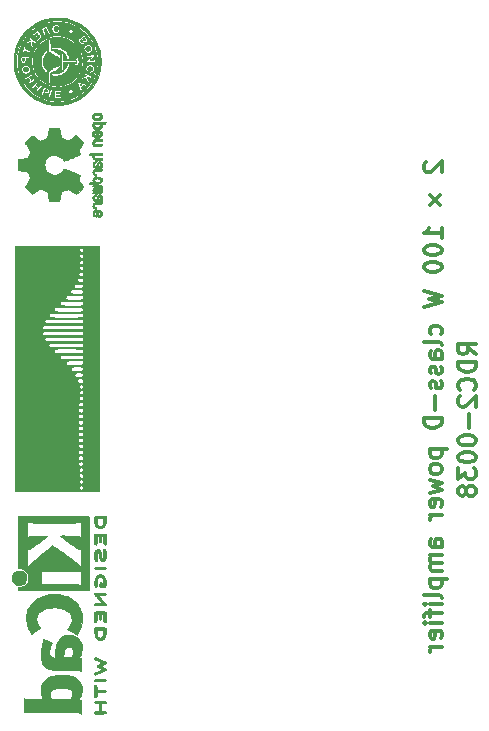
<source format=gbr>
G04 #@! TF.FileFunction,Legend,Bot*
%FSLAX46Y46*%
G04 Gerber Fmt 4.6, Leading zero omitted, Abs format (unit mm)*
G04 Created by KiCad (PCBNEW 4.0.5) date 07/10/18 11:51:24*
%MOMM*%
%LPD*%
G01*
G04 APERTURE LIST*
%ADD10C,0.100000*%
%ADD11C,0.300000*%
%ADD12C,0.010000*%
G04 APERTURE END LIST*
D10*
D11*
X137878429Y-58478144D02*
X137807000Y-58549573D01*
X137735571Y-58692430D01*
X137735571Y-59049573D01*
X137807000Y-59192430D01*
X137878429Y-59263859D01*
X138021286Y-59335287D01*
X138164143Y-59335287D01*
X138378429Y-59263859D01*
X139235571Y-58406716D01*
X139235571Y-59335287D01*
X138235571Y-61263858D02*
X139092714Y-62121001D01*
X138235571Y-62121001D02*
X139092714Y-61263858D01*
X139235571Y-64906715D02*
X139235571Y-64049572D01*
X139235571Y-64478144D02*
X137735571Y-64478144D01*
X137949857Y-64335287D01*
X138092714Y-64192429D01*
X138164143Y-64049572D01*
X137735571Y-65835286D02*
X137735571Y-65978143D01*
X137807000Y-66121000D01*
X137878429Y-66192429D01*
X138021286Y-66263858D01*
X138307000Y-66335286D01*
X138664143Y-66335286D01*
X138949857Y-66263858D01*
X139092714Y-66192429D01*
X139164143Y-66121000D01*
X139235571Y-65978143D01*
X139235571Y-65835286D01*
X139164143Y-65692429D01*
X139092714Y-65621000D01*
X138949857Y-65549572D01*
X138664143Y-65478143D01*
X138307000Y-65478143D01*
X138021286Y-65549572D01*
X137878429Y-65621000D01*
X137807000Y-65692429D01*
X137735571Y-65835286D01*
X137735571Y-67263857D02*
X137735571Y-67406714D01*
X137807000Y-67549571D01*
X137878429Y-67621000D01*
X138021286Y-67692429D01*
X138307000Y-67763857D01*
X138664143Y-67763857D01*
X138949857Y-67692429D01*
X139092714Y-67621000D01*
X139164143Y-67549571D01*
X139235571Y-67406714D01*
X139235571Y-67263857D01*
X139164143Y-67121000D01*
X139092714Y-67049571D01*
X138949857Y-66978143D01*
X138664143Y-66906714D01*
X138307000Y-66906714D01*
X138021286Y-66978143D01*
X137878429Y-67049571D01*
X137807000Y-67121000D01*
X137735571Y-67263857D01*
X137735571Y-69406714D02*
X139235571Y-69763857D01*
X138164143Y-70049571D01*
X139235571Y-70335285D01*
X137735571Y-70692428D01*
X139164143Y-73049571D02*
X139235571Y-72906714D01*
X139235571Y-72621000D01*
X139164143Y-72478142D01*
X139092714Y-72406714D01*
X138949857Y-72335285D01*
X138521286Y-72335285D01*
X138378429Y-72406714D01*
X138307000Y-72478142D01*
X138235571Y-72621000D01*
X138235571Y-72906714D01*
X138307000Y-73049571D01*
X139235571Y-73906714D02*
X139164143Y-73763856D01*
X139021286Y-73692428D01*
X137735571Y-73692428D01*
X139235571Y-75120999D02*
X138449857Y-75120999D01*
X138307000Y-75049570D01*
X138235571Y-74906713D01*
X138235571Y-74620999D01*
X138307000Y-74478142D01*
X139164143Y-75120999D02*
X139235571Y-74978142D01*
X139235571Y-74620999D01*
X139164143Y-74478142D01*
X139021286Y-74406713D01*
X138878429Y-74406713D01*
X138735571Y-74478142D01*
X138664143Y-74620999D01*
X138664143Y-74978142D01*
X138592714Y-75120999D01*
X139164143Y-75763856D02*
X139235571Y-75906713D01*
X139235571Y-76192428D01*
X139164143Y-76335285D01*
X139021286Y-76406713D01*
X138949857Y-76406713D01*
X138807000Y-76335285D01*
X138735571Y-76192428D01*
X138735571Y-75978142D01*
X138664143Y-75835285D01*
X138521286Y-75763856D01*
X138449857Y-75763856D01*
X138307000Y-75835285D01*
X138235571Y-75978142D01*
X138235571Y-76192428D01*
X138307000Y-76335285D01*
X139164143Y-76978142D02*
X139235571Y-77120999D01*
X139235571Y-77406714D01*
X139164143Y-77549571D01*
X139021286Y-77620999D01*
X138949857Y-77620999D01*
X138807000Y-77549571D01*
X138735571Y-77406714D01*
X138735571Y-77192428D01*
X138664143Y-77049571D01*
X138521286Y-76978142D01*
X138449857Y-76978142D01*
X138307000Y-77049571D01*
X138235571Y-77192428D01*
X138235571Y-77406714D01*
X138307000Y-77549571D01*
X138664143Y-78263857D02*
X138664143Y-79406714D01*
X139235571Y-80121000D02*
X137735571Y-80121000D01*
X137735571Y-80478143D01*
X137807000Y-80692428D01*
X137949857Y-80835286D01*
X138092714Y-80906714D01*
X138378429Y-80978143D01*
X138592714Y-80978143D01*
X138878429Y-80906714D01*
X139021286Y-80835286D01*
X139164143Y-80692428D01*
X139235571Y-80478143D01*
X139235571Y-80121000D01*
X138235571Y-82763857D02*
X139735571Y-82763857D01*
X138307000Y-82763857D02*
X138235571Y-82906714D01*
X138235571Y-83192428D01*
X138307000Y-83335285D01*
X138378429Y-83406714D01*
X138521286Y-83478143D01*
X138949857Y-83478143D01*
X139092714Y-83406714D01*
X139164143Y-83335285D01*
X139235571Y-83192428D01*
X139235571Y-82906714D01*
X139164143Y-82763857D01*
X139235571Y-84335286D02*
X139164143Y-84192428D01*
X139092714Y-84121000D01*
X138949857Y-84049571D01*
X138521286Y-84049571D01*
X138378429Y-84121000D01*
X138307000Y-84192428D01*
X138235571Y-84335286D01*
X138235571Y-84549571D01*
X138307000Y-84692428D01*
X138378429Y-84763857D01*
X138521286Y-84835286D01*
X138949857Y-84835286D01*
X139092714Y-84763857D01*
X139164143Y-84692428D01*
X139235571Y-84549571D01*
X139235571Y-84335286D01*
X138235571Y-85335286D02*
X139235571Y-85621000D01*
X138521286Y-85906714D01*
X139235571Y-86192429D01*
X138235571Y-86478143D01*
X139164143Y-87621000D02*
X139235571Y-87478143D01*
X139235571Y-87192429D01*
X139164143Y-87049572D01*
X139021286Y-86978143D01*
X138449857Y-86978143D01*
X138307000Y-87049572D01*
X138235571Y-87192429D01*
X138235571Y-87478143D01*
X138307000Y-87621000D01*
X138449857Y-87692429D01*
X138592714Y-87692429D01*
X138735571Y-86978143D01*
X139235571Y-88335286D02*
X138235571Y-88335286D01*
X138521286Y-88335286D02*
X138378429Y-88406714D01*
X138307000Y-88478143D01*
X138235571Y-88621000D01*
X138235571Y-88763857D01*
X139235571Y-91049571D02*
X138449857Y-91049571D01*
X138307000Y-90978142D01*
X138235571Y-90835285D01*
X138235571Y-90549571D01*
X138307000Y-90406714D01*
X139164143Y-91049571D02*
X139235571Y-90906714D01*
X139235571Y-90549571D01*
X139164143Y-90406714D01*
X139021286Y-90335285D01*
X138878429Y-90335285D01*
X138735571Y-90406714D01*
X138664143Y-90549571D01*
X138664143Y-90906714D01*
X138592714Y-91049571D01*
X139235571Y-91763857D02*
X138235571Y-91763857D01*
X138378429Y-91763857D02*
X138307000Y-91835285D01*
X138235571Y-91978143D01*
X138235571Y-92192428D01*
X138307000Y-92335285D01*
X138449857Y-92406714D01*
X139235571Y-92406714D01*
X138449857Y-92406714D02*
X138307000Y-92478143D01*
X138235571Y-92621000D01*
X138235571Y-92835285D01*
X138307000Y-92978143D01*
X138449857Y-93049571D01*
X139235571Y-93049571D01*
X138235571Y-93763857D02*
X139735571Y-93763857D01*
X138307000Y-93763857D02*
X138235571Y-93906714D01*
X138235571Y-94192428D01*
X138307000Y-94335285D01*
X138378429Y-94406714D01*
X138521286Y-94478143D01*
X138949857Y-94478143D01*
X139092714Y-94406714D01*
X139164143Y-94335285D01*
X139235571Y-94192428D01*
X139235571Y-93906714D01*
X139164143Y-93763857D01*
X139235571Y-95335286D02*
X139164143Y-95192428D01*
X139021286Y-95121000D01*
X137735571Y-95121000D01*
X139235571Y-95906714D02*
X138235571Y-95906714D01*
X137735571Y-95906714D02*
X137807000Y-95835285D01*
X137878429Y-95906714D01*
X137807000Y-95978142D01*
X137735571Y-95906714D01*
X137878429Y-95906714D01*
X138235571Y-96406714D02*
X138235571Y-96978143D01*
X139235571Y-96621000D02*
X137949857Y-96621000D01*
X137807000Y-96692428D01*
X137735571Y-96835286D01*
X137735571Y-96978143D01*
X139235571Y-97478143D02*
X138235571Y-97478143D01*
X137735571Y-97478143D02*
X137807000Y-97406714D01*
X137878429Y-97478143D01*
X137807000Y-97549571D01*
X137735571Y-97478143D01*
X137878429Y-97478143D01*
X139164143Y-98763857D02*
X139235571Y-98621000D01*
X139235571Y-98335286D01*
X139164143Y-98192429D01*
X139021286Y-98121000D01*
X138449857Y-98121000D01*
X138307000Y-98192429D01*
X138235571Y-98335286D01*
X138235571Y-98621000D01*
X138307000Y-98763857D01*
X138449857Y-98835286D01*
X138592714Y-98835286D01*
X138735571Y-98121000D01*
X139235571Y-99478143D02*
X138235571Y-99478143D01*
X138521286Y-99478143D02*
X138378429Y-99549571D01*
X138307000Y-99621000D01*
X138235571Y-99763857D01*
X138235571Y-99906714D01*
X142156571Y-74728287D02*
X141442286Y-74228287D01*
X142156571Y-73871144D02*
X140656571Y-73871144D01*
X140656571Y-74442572D01*
X140728000Y-74585430D01*
X140799429Y-74656858D01*
X140942286Y-74728287D01*
X141156571Y-74728287D01*
X141299429Y-74656858D01*
X141370857Y-74585430D01*
X141442286Y-74442572D01*
X141442286Y-73871144D01*
X142156571Y-75371144D02*
X140656571Y-75371144D01*
X140656571Y-75728287D01*
X140728000Y-75942572D01*
X140870857Y-76085430D01*
X141013714Y-76156858D01*
X141299429Y-76228287D01*
X141513714Y-76228287D01*
X141799429Y-76156858D01*
X141942286Y-76085430D01*
X142085143Y-75942572D01*
X142156571Y-75728287D01*
X142156571Y-75371144D01*
X142013714Y-77728287D02*
X142085143Y-77656858D01*
X142156571Y-77442572D01*
X142156571Y-77299715D01*
X142085143Y-77085430D01*
X141942286Y-76942572D01*
X141799429Y-76871144D01*
X141513714Y-76799715D01*
X141299429Y-76799715D01*
X141013714Y-76871144D01*
X140870857Y-76942572D01*
X140728000Y-77085430D01*
X140656571Y-77299715D01*
X140656571Y-77442572D01*
X140728000Y-77656858D01*
X140799429Y-77728287D01*
X140799429Y-78299715D02*
X140728000Y-78371144D01*
X140656571Y-78514001D01*
X140656571Y-78871144D01*
X140728000Y-79014001D01*
X140799429Y-79085430D01*
X140942286Y-79156858D01*
X141085143Y-79156858D01*
X141299429Y-79085430D01*
X142156571Y-78228287D01*
X142156571Y-79156858D01*
X141585143Y-79799715D02*
X141585143Y-80942572D01*
X140656571Y-81942572D02*
X140656571Y-82085429D01*
X140728000Y-82228286D01*
X140799429Y-82299715D01*
X140942286Y-82371144D01*
X141228000Y-82442572D01*
X141585143Y-82442572D01*
X141870857Y-82371144D01*
X142013714Y-82299715D01*
X142085143Y-82228286D01*
X142156571Y-82085429D01*
X142156571Y-81942572D01*
X142085143Y-81799715D01*
X142013714Y-81728286D01*
X141870857Y-81656858D01*
X141585143Y-81585429D01*
X141228000Y-81585429D01*
X140942286Y-81656858D01*
X140799429Y-81728286D01*
X140728000Y-81799715D01*
X140656571Y-81942572D01*
X140656571Y-83371143D02*
X140656571Y-83514000D01*
X140728000Y-83656857D01*
X140799429Y-83728286D01*
X140942286Y-83799715D01*
X141228000Y-83871143D01*
X141585143Y-83871143D01*
X141870857Y-83799715D01*
X142013714Y-83728286D01*
X142085143Y-83656857D01*
X142156571Y-83514000D01*
X142156571Y-83371143D01*
X142085143Y-83228286D01*
X142013714Y-83156857D01*
X141870857Y-83085429D01*
X141585143Y-83014000D01*
X141228000Y-83014000D01*
X140942286Y-83085429D01*
X140799429Y-83156857D01*
X140728000Y-83228286D01*
X140656571Y-83371143D01*
X140656571Y-84371143D02*
X140656571Y-85299714D01*
X141228000Y-84799714D01*
X141228000Y-85014000D01*
X141299429Y-85156857D01*
X141370857Y-85228286D01*
X141513714Y-85299714D01*
X141870857Y-85299714D01*
X142013714Y-85228286D01*
X142085143Y-85156857D01*
X142156571Y-85014000D01*
X142156571Y-84585428D01*
X142085143Y-84442571D01*
X142013714Y-84371143D01*
X141299429Y-86156857D02*
X141228000Y-86013999D01*
X141156571Y-85942571D01*
X141013714Y-85871142D01*
X140942286Y-85871142D01*
X140799429Y-85942571D01*
X140728000Y-86013999D01*
X140656571Y-86156857D01*
X140656571Y-86442571D01*
X140728000Y-86585428D01*
X140799429Y-86656857D01*
X140942286Y-86728285D01*
X141013714Y-86728285D01*
X141156571Y-86656857D01*
X141228000Y-86585428D01*
X141299429Y-86442571D01*
X141299429Y-86156857D01*
X141370857Y-86013999D01*
X141442286Y-85942571D01*
X141585143Y-85871142D01*
X141870857Y-85871142D01*
X142013714Y-85942571D01*
X142085143Y-86013999D01*
X142156571Y-86156857D01*
X142156571Y-86442571D01*
X142085143Y-86585428D01*
X142013714Y-86656857D01*
X141870857Y-86728285D01*
X141585143Y-86728285D01*
X141442286Y-86656857D01*
X141370857Y-86585428D01*
X141299429Y-86442571D01*
D12*
G36*
X110264222Y-86328250D02*
X110264222Y-65595500D01*
X108726359Y-65595500D01*
X108726359Y-65738375D01*
X108806540Y-65747149D01*
X108852513Y-65780780D01*
X108871006Y-65814361D01*
X108890831Y-65915477D01*
X108856290Y-66015071D01*
X108845274Y-66032062D01*
X108800190Y-66059427D01*
X108728065Y-66071700D01*
X108726111Y-66071720D01*
X108726111Y-66198750D01*
X108780564Y-66221199D01*
X108838474Y-66275333D01*
X108883650Y-66341335D01*
X108899900Y-66399385D01*
X108897982Y-66409133D01*
X108883063Y-66468664D01*
X108881333Y-66486281D01*
X108856839Y-66526963D01*
X108798072Y-66562074D01*
X108727109Y-66582308D01*
X108725258Y-66582189D01*
X108725258Y-66718187D01*
X108799109Y-66736570D01*
X108855499Y-66793050D01*
X108885775Y-66874926D01*
X108881282Y-66969498D01*
X108845274Y-67048062D01*
X108795495Y-67077805D01*
X108724062Y-67085992D01*
X108724062Y-67214750D01*
X108805309Y-67241325D01*
X108861770Y-67308383D01*
X108887506Y-67396926D01*
X108876578Y-67487954D01*
X108830756Y-67556062D01*
X108752599Y-67590630D01*
X108681830Y-67580505D01*
X108681830Y-67727391D01*
X108715511Y-67728703D01*
X108801224Y-67743952D01*
X108850934Y-67779284D01*
X108873201Y-67818000D01*
X108901382Y-67887470D01*
X108902443Y-67934221D01*
X108873101Y-67988233D01*
X108851062Y-68020093D01*
X108776941Y-68085514D01*
X108688741Y-68107192D01*
X108614184Y-68092100D01*
X108614184Y-68235856D01*
X108644456Y-68237151D01*
X108749264Y-68244723D01*
X108812385Y-68258337D01*
X108848572Y-68283558D01*
X108871139Y-68322652D01*
X108889093Y-68425014D01*
X108855168Y-68517003D01*
X108793721Y-68573404D01*
X108714756Y-68599641D01*
X108613494Y-68605641D01*
X108510228Y-68593489D01*
X108425252Y-68565269D01*
X108383215Y-68531237D01*
X108347938Y-68432488D01*
X108362285Y-68335357D01*
X108398230Y-68281759D01*
X108442919Y-68251395D01*
X108509892Y-68237002D01*
X108614184Y-68235856D01*
X108614184Y-68092100D01*
X108601514Y-68089535D01*
X108530314Y-68036951D01*
X108490195Y-67953848D01*
X108486222Y-67913250D01*
X108509288Y-67812644D01*
X108575824Y-67749619D01*
X108681830Y-67727391D01*
X108681830Y-67580505D01*
X108667824Y-67578500D01*
X108594068Y-67528904D01*
X108548964Y-67451074D01*
X108542666Y-67405250D01*
X108567280Y-67323719D01*
X108627875Y-67253863D01*
X108704584Y-67216549D01*
X108724062Y-67214750D01*
X108724062Y-67085992D01*
X108719580Y-67086506D01*
X108644706Y-67073984D01*
X108604755Y-67049650D01*
X108571586Y-66972623D01*
X108573716Y-66876566D01*
X108607708Y-66788634D01*
X108642600Y-66750603D01*
X108725258Y-66718187D01*
X108725258Y-66582189D01*
X108666023Y-66578358D01*
X108664456Y-66577718D01*
X108598206Y-66523805D01*
X108552212Y-66441778D01*
X108542666Y-66389894D01*
X108563922Y-66337890D01*
X108614563Y-66275025D01*
X108674904Y-66221811D01*
X108725258Y-66198762D01*
X108726111Y-66198750D01*
X108726111Y-66071720D01*
X108723306Y-66071750D01*
X108640546Y-66054576D01*
X108583131Y-65993537D01*
X108580273Y-65988716D01*
X108549199Y-65922866D01*
X108552910Y-65868898D01*
X108573649Y-65822028D01*
X108614111Y-65764684D01*
X108672531Y-65741339D01*
X108726359Y-65738375D01*
X108726359Y-65595500D01*
X108322657Y-65595500D01*
X108322657Y-68742253D01*
X108430701Y-68743242D01*
X108521973Y-68745660D01*
X108659757Y-68750350D01*
X108751905Y-68756804D01*
X108809220Y-68767602D01*
X108842506Y-68785319D01*
X108862568Y-68812534D01*
X108870237Y-68828742D01*
X108890826Y-68935220D01*
X108857281Y-69029182D01*
X108815091Y-69073096D01*
X108754408Y-69097109D01*
X108655290Y-69112810D01*
X108535301Y-69119875D01*
X108412004Y-69117981D01*
X108339134Y-69110512D01*
X108339134Y-69215000D01*
X108498143Y-69217348D01*
X108634171Y-69223879D01*
X108736689Y-69233819D01*
X108795167Y-69246395D01*
X108800113Y-69248825D01*
X108867062Y-69320410D01*
X108889840Y-69417048D01*
X108865809Y-69520796D01*
X108845274Y-69556312D01*
X108815756Y-69572549D01*
X108749333Y-69584180D01*
X108640647Y-69591642D01*
X108484344Y-69595371D01*
X108357782Y-69596000D01*
X108168501Y-69594691D01*
X108134727Y-69593337D01*
X108134727Y-69723000D01*
X108771010Y-69723000D01*
X108842035Y-69802903D01*
X108892241Y-69893613D01*
X108887494Y-69984551D01*
X108830756Y-70064312D01*
X108797766Y-70078169D01*
X108730801Y-70088751D01*
X108624996Y-70096336D01*
X108475489Y-70101197D01*
X108277415Y-70103611D01*
X108275036Y-70103617D01*
X108275036Y-70235919D01*
X108454965Y-70236651D01*
X108603964Y-70238467D01*
X108714556Y-70241296D01*
X108779266Y-70245067D01*
X108790832Y-70246879D01*
X108856311Y-70292696D01*
X108890095Y-70372116D01*
X108889674Y-70464388D01*
X108852539Y-70548764D01*
X108830232Y-70572743D01*
X108803720Y-70584394D01*
X108750419Y-70593416D01*
X108665474Y-70599971D01*
X108544031Y-70604221D01*
X108381235Y-70606329D01*
X108172233Y-70606458D01*
X107912170Y-70604770D01*
X107881653Y-70604493D01*
X107655328Y-70602397D01*
X107655328Y-70739486D01*
X107946724Y-70739534D01*
X108186819Y-70740303D01*
X108380757Y-70742323D01*
X108533682Y-70746121D01*
X108650736Y-70752225D01*
X108737064Y-70761163D01*
X108797809Y-70773463D01*
X108838115Y-70789654D01*
X108863125Y-70810263D01*
X108877982Y-70835818D01*
X108887604Y-70866000D01*
X108887191Y-70965460D01*
X108837192Y-71053293D01*
X108815091Y-71073346D01*
X108792036Y-71085465D01*
X108753165Y-71095360D01*
X108693281Y-71103242D01*
X108607188Y-71109319D01*
X108489690Y-71113803D01*
X108335588Y-71116902D01*
X108139687Y-71118826D01*
X107896789Y-71119785D01*
X107659642Y-71120000D01*
X107356219Y-71119145D01*
X107094721Y-71116633D01*
X106877822Y-71112539D01*
X106794488Y-71109788D01*
X106794488Y-71252819D01*
X107086916Y-71253031D01*
X107432963Y-71254568D01*
X107444386Y-71254635D01*
X108837342Y-71262875D01*
X108870183Y-71336992D01*
X108890822Y-71443428D01*
X108857320Y-71537379D01*
X108815091Y-71581346D01*
X108771209Y-71593762D01*
X108677818Y-71604501D01*
X108541836Y-71613570D01*
X108370178Y-71620977D01*
X108169762Y-71626729D01*
X107947504Y-71630831D01*
X107710321Y-71633291D01*
X107465129Y-71634117D01*
X107218844Y-71633314D01*
X106978383Y-71630890D01*
X106750663Y-71626851D01*
X106542600Y-71621205D01*
X106361110Y-71613959D01*
X106213111Y-71605118D01*
X106105518Y-71594691D01*
X106045249Y-71582684D01*
X106037168Y-71578574D01*
X105992151Y-71511641D01*
X105973707Y-71419959D01*
X105984094Y-71331156D01*
X106012937Y-71282335D01*
X106041017Y-71273486D01*
X106106326Y-71266280D01*
X106211597Y-71260662D01*
X106359559Y-71256582D01*
X106552946Y-71253985D01*
X106794488Y-71252819D01*
X106794488Y-71109788D01*
X106708193Y-71106938D01*
X106588507Y-71099905D01*
X106521437Y-71091516D01*
X106509458Y-71087522D01*
X106440475Y-71016156D01*
X106415943Y-70924322D01*
X106436793Y-70831231D01*
X106493724Y-70763298D01*
X106527903Y-70758188D01*
X106612336Y-70753440D01*
X106740832Y-70749182D01*
X106907202Y-70745540D01*
X107105254Y-70742643D01*
X107328799Y-70740615D01*
X107571645Y-70739585D01*
X107655328Y-70739486D01*
X107655328Y-70602397D01*
X106978476Y-70596125D01*
X106935071Y-70508812D01*
X106907607Y-70439743D01*
X106913105Y-70383556D01*
X106935070Y-70334187D01*
X106978474Y-70246875D01*
X107852292Y-70237992D01*
X108071653Y-70236343D01*
X108275036Y-70235919D01*
X108275036Y-70103617D01*
X108129650Y-70104000D01*
X107920802Y-70103830D01*
X107761179Y-70102837D01*
X107643562Y-70100291D01*
X107560730Y-70095467D01*
X107505466Y-70087636D01*
X107470548Y-70076070D01*
X107448759Y-70060043D01*
X107432878Y-70038826D01*
X107429489Y-70033435D01*
X107389422Y-69932512D01*
X107404147Y-69841743D01*
X107442000Y-69786500D01*
X107463326Y-69765940D01*
X107490914Y-69750360D01*
X107532254Y-69739074D01*
X107594836Y-69731395D01*
X107686152Y-69726636D01*
X107813690Y-69724110D01*
X107984942Y-69723132D01*
X108134727Y-69723000D01*
X108134727Y-69593337D01*
X108028342Y-69589071D01*
X107930006Y-69576600D01*
X107866193Y-69554739D01*
X107829602Y-69520948D01*
X107812935Y-69472688D01*
X107808891Y-69407417D01*
X107808888Y-69405032D01*
X107815596Y-69337800D01*
X107840459Y-69288209D01*
X107890588Y-69253712D01*
X107973093Y-69231758D01*
X108095087Y-69219801D01*
X108263678Y-69215291D01*
X108339134Y-69215000D01*
X108339134Y-69110512D01*
X108302959Y-69106804D01*
X108225730Y-69086022D01*
X108221609Y-69084016D01*
X108155058Y-69019611D01*
X108131037Y-68927886D01*
X108153852Y-68828246D01*
X108161627Y-68813736D01*
X108183573Y-68780326D01*
X108210274Y-68758683D01*
X108252908Y-68746696D01*
X108322657Y-68742253D01*
X108322657Y-65595500D01*
X105746101Y-65595500D01*
X105746101Y-71723250D01*
X107245016Y-71723250D01*
X107632763Y-71723883D01*
X107964435Y-71725789D01*
X108240390Y-71728974D01*
X108460986Y-71733447D01*
X108626583Y-71739216D01*
X108737539Y-71746288D01*
X108794211Y-71754671D01*
X108800113Y-71757075D01*
X108867062Y-71828660D01*
X108889840Y-71925298D01*
X108865809Y-72029046D01*
X108845274Y-72064562D01*
X108827216Y-72073533D01*
X108783931Y-72081148D01*
X108711778Y-72087499D01*
X108607121Y-72092677D01*
X108466319Y-72096772D01*
X108285734Y-72099876D01*
X108061726Y-72102080D01*
X107851477Y-72103161D01*
X107851477Y-72236518D01*
X108131866Y-72237542D01*
X108360898Y-72239920D01*
X108540265Y-72243678D01*
X108671659Y-72248842D01*
X108756771Y-72255439D01*
X108797294Y-72263494D01*
X108798848Y-72264313D01*
X108866108Y-72334691D01*
X108890581Y-72426381D01*
X108870243Y-72519123D01*
X108829662Y-72572562D01*
X108807552Y-72581411D01*
X108759883Y-72588948D01*
X108683089Y-72595259D01*
X108573609Y-72600428D01*
X108427879Y-72604540D01*
X108242336Y-72607680D01*
X108013417Y-72609933D01*
X107737559Y-72611384D01*
X107411199Y-72612117D01*
X107163661Y-72612250D01*
X107162103Y-72612250D01*
X107162103Y-72739250D01*
X108792569Y-72739250D01*
X108848332Y-72819002D01*
X108887731Y-72917037D01*
X108876712Y-73013669D01*
X108830003Y-73080562D01*
X108807804Y-73089412D01*
X108760035Y-73096950D01*
X108683131Y-73103261D01*
X108573529Y-73108431D01*
X108427667Y-73112543D01*
X108241983Y-73115683D01*
X108012912Y-73117936D01*
X107736893Y-73119386D01*
X107410363Y-73120118D01*
X107163661Y-73120250D01*
X107080900Y-73120220D01*
X107080900Y-73247245D01*
X107259441Y-73247250D01*
X107600313Y-73247305D01*
X107889135Y-73247727D01*
X108130301Y-73248902D01*
X108328204Y-73251215D01*
X108487238Y-73255051D01*
X108611797Y-73260796D01*
X108706275Y-73268836D01*
X108775066Y-73279556D01*
X108822564Y-73293341D01*
X108853163Y-73310577D01*
X108871256Y-73331649D01*
X108881238Y-73356943D01*
X108887503Y-73386845D01*
X108888098Y-73390125D01*
X108891561Y-73458402D01*
X108866737Y-73520792D01*
X108830333Y-73572687D01*
X108818016Y-73584819D01*
X108798101Y-73595053D01*
X108766064Y-73603549D01*
X108717381Y-73610468D01*
X108647527Y-73615970D01*
X108551977Y-73620214D01*
X108426208Y-73623362D01*
X108265695Y-73625572D01*
X108065913Y-73627006D01*
X107822338Y-73627822D01*
X107530446Y-73628182D01*
X107260461Y-73628250D01*
X106913817Y-73628226D01*
X106619362Y-73627830D01*
X106372839Y-73626569D01*
X106169992Y-73623954D01*
X106018942Y-73619831D01*
X106018942Y-73771125D01*
X108837333Y-73771125D01*
X108870179Y-73845242D01*
X108890822Y-73951674D01*
X108857323Y-74045624D01*
X108815091Y-74089596D01*
X108793824Y-74100719D01*
X108757609Y-74109971D01*
X108701713Y-74117513D01*
X108621402Y-74123502D01*
X108511943Y-74128099D01*
X108368604Y-74131463D01*
X108186652Y-74133754D01*
X107961352Y-74135130D01*
X107687973Y-74135751D01*
X107442775Y-74135816D01*
X107174013Y-74135347D01*
X107017820Y-74134623D01*
X107017820Y-74234470D01*
X107213542Y-74235099D01*
X107456003Y-74236700D01*
X107675262Y-74238407D01*
X108801696Y-74247375D01*
X108855626Y-74322329D01*
X108901349Y-74406993D01*
X108898484Y-74479955D01*
X108845851Y-74559979D01*
X108840282Y-74566318D01*
X108771010Y-74644250D01*
X107658755Y-74644250D01*
X107442689Y-74644174D01*
X107442689Y-74775677D01*
X107646231Y-74776591D01*
X107900242Y-74778648D01*
X107906843Y-74778707D01*
X108837353Y-74787125D01*
X108871017Y-74863111D01*
X108890831Y-74964237D01*
X108856280Y-75063837D01*
X108845274Y-75080812D01*
X108823649Y-75092450D01*
X108792569Y-75098216D01*
X108792569Y-75247500D01*
X108848332Y-75327252D01*
X108887731Y-75425287D01*
X108876712Y-75521919D01*
X108830003Y-75588812D01*
X108797041Y-75602795D01*
X108729910Y-75613442D01*
X108623723Y-75621033D01*
X108473593Y-75625852D01*
X108329338Y-75627539D01*
X108329338Y-75755933D01*
X108511863Y-75757123D01*
X108646144Y-75761455D01*
X108740370Y-75770755D01*
X108802729Y-75786850D01*
X108841411Y-75811568D01*
X108864604Y-75846735D01*
X108875801Y-75877861D01*
X108888619Y-75986328D01*
X108851039Y-76071022D01*
X108826637Y-76095802D01*
X108779183Y-76113513D01*
X108681894Y-76125909D01*
X108532527Y-76133181D01*
X108513424Y-76133433D01*
X108513424Y-76263500D01*
X108664187Y-76267491D01*
X108768201Y-76281584D01*
X108834823Y-76308955D01*
X108873412Y-76352779D01*
X108887604Y-76390500D01*
X108887191Y-76489960D01*
X108837192Y-76577793D01*
X108815091Y-76597846D01*
X108752654Y-76622763D01*
X108652322Y-76638290D01*
X108581474Y-76641800D01*
X108581474Y-76769161D01*
X108689384Y-76770922D01*
X108787501Y-76793639D01*
X108853111Y-76835000D01*
X108901387Y-76912756D01*
X108897981Y-76987832D01*
X108842243Y-77072351D01*
X108840282Y-77074568D01*
X108778883Y-77126516D01*
X108702340Y-77149157D01*
X108687675Y-77149873D01*
X108687675Y-77284237D01*
X108716309Y-77285497D01*
X108802504Y-77301233D01*
X108852023Y-77337444D01*
X108871180Y-77371361D01*
X108890836Y-77472645D01*
X108856112Y-77572363D01*
X108845274Y-77589062D01*
X108798440Y-77615601D01*
X108720628Y-77627150D01*
X108717088Y-77627002D01*
X108717088Y-77755750D01*
X108772748Y-77777154D01*
X108836236Y-77829320D01*
X108842035Y-77835653D01*
X108892241Y-77926363D01*
X108887494Y-78017301D01*
X108830756Y-78097062D01*
X108751945Y-78133246D01*
X108692632Y-78128420D01*
X108692632Y-78269433D01*
X108772944Y-78288754D01*
X108839181Y-78342199D01*
X108882388Y-78417459D01*
X108893611Y-78502224D01*
X108863896Y-78584184D01*
X108838035Y-78613900D01*
X108788165Y-78633389D01*
X108708469Y-78640092D01*
X108679468Y-78638752D01*
X108661691Y-78635508D01*
X108661691Y-78775259D01*
X108757083Y-78780906D01*
X108814383Y-78805670D01*
X108873278Y-78870936D01*
X108891777Y-78957077D01*
X108872762Y-79044205D01*
X108819115Y-79112430D01*
X108766301Y-79137404D01*
X108655539Y-79145249D01*
X108655539Y-79284571D01*
X108701281Y-79285810D01*
X108790071Y-79298155D01*
X108841407Y-79325317D01*
X108873188Y-79375000D01*
X108901379Y-79444467D01*
X108902444Y-79491217D01*
X108873103Y-79545230D01*
X108851062Y-79577093D01*
X108778308Y-79640437D01*
X108688553Y-79663731D01*
X108625353Y-79654926D01*
X108625353Y-79792454D01*
X108705232Y-79793992D01*
X108793586Y-79807098D01*
X108844333Y-79836305D01*
X108871167Y-79879611D01*
X108890836Y-79980883D01*
X108856125Y-80080592D01*
X108845274Y-80097312D01*
X108800374Y-80121629D01*
X108721388Y-80134266D01*
X108629728Y-80135127D01*
X108619452Y-80133763D01*
X108619452Y-80281436D01*
X108727413Y-80281525D01*
X108813764Y-80320310D01*
X108872024Y-80386241D01*
X108895711Y-80467765D01*
X108878343Y-80553331D01*
X108815091Y-80630096D01*
X108719925Y-80675346D01*
X108647673Y-80674851D01*
X108647673Y-80772000D01*
X108764507Y-80793180D01*
X108846832Y-80850068D01*
X108888869Y-80932680D01*
X108884838Y-81031034D01*
X108845274Y-81113312D01*
X108797923Y-81140095D01*
X108717125Y-81152468D01*
X108673012Y-81151728D01*
X108673012Y-81280000D01*
X108761692Y-81289622D01*
X108821063Y-81326518D01*
X108851557Y-81364363D01*
X108892771Y-81463047D01*
X108879767Y-81556561D01*
X108830756Y-81621312D01*
X108763902Y-81650511D01*
X108697203Y-81656990D01*
X108697203Y-81794560D01*
X108786887Y-81805928D01*
X108838759Y-81831022D01*
X108871316Y-81879164D01*
X108873175Y-81883250D01*
X108901375Y-81952714D01*
X108902445Y-81999464D01*
X108873105Y-82053476D01*
X108851062Y-82085343D01*
X108798578Y-82141817D01*
X108731740Y-82165625D01*
X108676528Y-82168626D01*
X108676528Y-82296000D01*
X108792713Y-82316788D01*
X108868348Y-82377751D01*
X108889969Y-82423000D01*
X108904349Y-82485619D01*
X108892058Y-82533297D01*
X108845405Y-82593286D01*
X108840282Y-82599068D01*
X108753268Y-82662556D01*
X108657887Y-82680209D01*
X108593736Y-82663438D01*
X108593736Y-82809867D01*
X108687856Y-82810188D01*
X108780926Y-82821066D01*
X108834773Y-82843625D01*
X108866513Y-82885729D01*
X108870326Y-82893992D01*
X108890831Y-83000539D01*
X108857216Y-83094520D01*
X108815091Y-83138346D01*
X108719925Y-83183596D01*
X108699128Y-83183454D01*
X108699128Y-83280388D01*
X108792927Y-83305080D01*
X108829722Y-83332795D01*
X108867379Y-83404675D01*
X108880520Y-83499780D01*
X108867297Y-83587884D01*
X108847466Y-83623150D01*
X108799999Y-83646517D01*
X108720981Y-83659966D01*
X108687411Y-83661250D01*
X108675088Y-83659228D01*
X108675088Y-83792344D01*
X108764752Y-83808028D01*
X108839910Y-83863038D01*
X108882194Y-83944018D01*
X108888507Y-84032382D01*
X108855747Y-84109542D01*
X108820168Y-84140341D01*
X108723092Y-84167898D01*
X108702896Y-84164764D01*
X108702896Y-84297259D01*
X108793257Y-84320830D01*
X108857577Y-84382884D01*
X108889690Y-84467015D01*
X108883430Y-84556816D01*
X108832635Y-84635878D01*
X108830756Y-84637562D01*
X108756881Y-84670377D01*
X108742740Y-84670868D01*
X108742740Y-84808891D01*
X108822193Y-84834961D01*
X108876786Y-84898382D01*
X108880766Y-84908387D01*
X108902289Y-84976335D01*
X108899780Y-85022078D01*
X108868492Y-85076495D01*
X108851062Y-85101593D01*
X108773149Y-85170877D01*
X108758618Y-85172582D01*
X108758618Y-85319240D01*
X108834737Y-85355208D01*
X108870368Y-85402242D01*
X108890841Y-85508497D01*
X108857309Y-85601748D01*
X108809999Y-85649118D01*
X108749996Y-85672753D01*
X108749996Y-85804462D01*
X108831113Y-85844505D01*
X108881136Y-85925513D01*
X108902130Y-85986791D01*
X108903650Y-86022263D01*
X108885357Y-86065861D01*
X108879617Y-86077857D01*
X108815823Y-86151347D01*
X108727052Y-86181462D01*
X108641875Y-86163943D01*
X108572693Y-86099868D01*
X108545262Y-86012883D01*
X108558982Y-85922059D01*
X108613253Y-85846468D01*
X108652636Y-85821610D01*
X108749996Y-85804462D01*
X108749996Y-85672753D01*
X108726738Y-85681915D01*
X108649264Y-85666373D01*
X108587012Y-85615155D01*
X108549419Y-85540927D01*
X108545921Y-85456352D01*
X108585956Y-85374093D01*
X108596471Y-85362562D01*
X108671794Y-85320619D01*
X108758618Y-85319240D01*
X108758618Y-85172582D01*
X108684613Y-85181271D01*
X108596266Y-85132627D01*
X108570504Y-85105414D01*
X108526266Y-85039295D01*
X108520850Y-84978628D01*
X108530809Y-84939292D01*
X108579491Y-84862608D01*
X108655987Y-84818624D01*
X108742740Y-84808891D01*
X108742740Y-84670868D01*
X108661424Y-84673695D01*
X108573129Y-84646767D01*
X108569033Y-84644382D01*
X108526999Y-84591434D01*
X108514444Y-84497070D01*
X108533770Y-84387394D01*
X108593130Y-84321584D01*
X108694599Y-84297441D01*
X108702896Y-84297259D01*
X108702896Y-84164764D01*
X108618337Y-84151642D01*
X108529946Y-84097117D01*
X108505888Y-84067879D01*
X108469609Y-84005295D01*
X108467542Y-83959689D01*
X108496386Y-83901696D01*
X108573446Y-83822681D01*
X108675088Y-83792344D01*
X108675088Y-83659228D01*
X108571361Y-83642205D01*
X108493987Y-83590850D01*
X108460027Y-83515853D01*
X108474219Y-83425884D01*
X108519363Y-83353733D01*
X108599998Y-83297142D01*
X108699128Y-83280388D01*
X108699128Y-83183454D01*
X108622395Y-83182927D01*
X108536771Y-83142639D01*
X108477326Y-83069031D01*
X108458000Y-82980712D01*
X108470305Y-82887640D01*
X108512775Y-82832751D01*
X108593736Y-82809867D01*
X108593736Y-82663438D01*
X108568040Y-82656720D01*
X108497628Y-82596785D01*
X108460553Y-82505100D01*
X108458000Y-82469941D01*
X108473722Y-82378123D01*
X108525417Y-82322715D01*
X108619875Y-82298309D01*
X108676528Y-82296000D01*
X108676528Y-82168626D01*
X108669666Y-82169000D01*
X108580659Y-82160204D01*
X108521829Y-82126108D01*
X108487776Y-82084636D01*
X108443831Y-81986822D01*
X108450838Y-81901857D01*
X108503522Y-81837050D01*
X108596606Y-81799708D01*
X108697203Y-81794560D01*
X108697203Y-81656990D01*
X108669564Y-81659676D01*
X108573737Y-81649080D01*
X108502420Y-81618994D01*
X108501023Y-81617869D01*
X108459603Y-81549327D01*
X108448828Y-81456261D01*
X108468699Y-81367468D01*
X108501023Y-81323130D01*
X108562068Y-81295635D01*
X108648726Y-81280826D01*
X108673012Y-81280000D01*
X108673012Y-81151728D01*
X108624303Y-81150910D01*
X108540881Y-81135902D01*
X108488283Y-81107923D01*
X108486150Y-81105277D01*
X108449373Y-81013729D01*
X108458514Y-80918837D01*
X108505763Y-80836716D01*
X108583308Y-80783482D01*
X108647673Y-80772000D01*
X108647673Y-80674851D01*
X108622395Y-80674677D01*
X108536771Y-80634389D01*
X108477326Y-80560781D01*
X108458000Y-80472462D01*
X108471787Y-80375645D01*
X108519929Y-80316447D01*
X108612595Y-80282835D01*
X108619452Y-80281436D01*
X108619452Y-80133763D01*
X108546806Y-80124114D01*
X108494034Y-80101133D01*
X108491866Y-80098899D01*
X108468093Y-80042145D01*
X108458002Y-79958484D01*
X108458000Y-79957142D01*
X108474812Y-79867219D01*
X108528814Y-79813499D01*
X108625353Y-79792454D01*
X108625353Y-79654926D01*
X108596896Y-79650961D01*
X108518437Y-79606111D01*
X108468277Y-79533166D01*
X108458000Y-79473370D01*
X108480118Y-79370715D01*
X108546134Y-79307652D01*
X108655539Y-79284571D01*
X108655539Y-79145249D01*
X108646535Y-79145887D01*
X108550437Y-79111114D01*
X108489686Y-79037416D01*
X108488408Y-79034343D01*
X108476791Y-78943943D01*
X108509697Y-78865089D01*
X108575280Y-78806090D01*
X108661691Y-78775259D01*
X108661691Y-78635508D01*
X108593285Y-78623022D01*
X108543768Y-78586820D01*
X108524578Y-78552847D01*
X108506591Y-78450525D01*
X108541500Y-78357793D01*
X108607199Y-78296548D01*
X108692632Y-78269433D01*
X108692632Y-78128420D01*
X108663899Y-78126082D01*
X108583803Y-78083636D01*
X108528838Y-78013977D01*
X108514444Y-77948554D01*
X108537904Y-77883676D01*
X108595047Y-77817571D01*
X108666021Y-77769130D01*
X108717088Y-77755750D01*
X108717088Y-77627002D01*
X108635738Y-77623580D01*
X108567668Y-77604765D01*
X108548311Y-77590649D01*
X108521341Y-77524796D01*
X108516264Y-77434107D01*
X108532354Y-77350108D01*
X108554692Y-77313197D01*
X108606648Y-77291892D01*
X108687675Y-77284237D01*
X108687675Y-77149873D01*
X108633937Y-77152500D01*
X108516651Y-77133263D01*
X108430234Y-77081909D01*
X108381001Y-77007968D01*
X108375263Y-76920969D01*
X108419333Y-76830445D01*
X108420040Y-76829562D01*
X108484712Y-76788620D01*
X108581474Y-76769161D01*
X108581474Y-76641800D01*
X108532045Y-76644249D01*
X108409777Y-76640463D01*
X108303467Y-76626754D01*
X108232222Y-76603608D01*
X108172209Y-76538517D01*
X108151111Y-76447752D01*
X108172324Y-76354992D01*
X108192147Y-76324192D01*
X108223196Y-76295338D01*
X108268264Y-76277206D01*
X108339672Y-76267467D01*
X108449744Y-76263794D01*
X108513424Y-76263500D01*
X108513424Y-76133433D01*
X108357560Y-76135490D01*
X108171628Y-76134295D01*
X108034728Y-76127941D01*
X107939494Y-76113795D01*
X107878560Y-76089221D01*
X107844558Y-76051585D01*
X107830122Y-75998253D01*
X107827703Y-75946000D01*
X107832716Y-75877425D01*
X107852772Y-75827432D01*
X107895400Y-75793168D01*
X107968126Y-75771782D01*
X108078480Y-75760420D01*
X108233987Y-75756231D01*
X108329338Y-75755933D01*
X108329338Y-75627539D01*
X108274631Y-75628179D01*
X108142161Y-75628500D01*
X107934903Y-75628239D01*
X107776617Y-75626988D01*
X107659832Y-75624043D01*
X107577074Y-75618698D01*
X107520873Y-75610248D01*
X107483757Y-75597991D01*
X107458254Y-75581220D01*
X107439554Y-75562248D01*
X107396936Y-75487729D01*
X107399091Y-75413397D01*
X107412650Y-75363215D01*
X107432694Y-75324464D01*
X107466023Y-75295656D01*
X107519434Y-75275302D01*
X107599725Y-75261916D01*
X107713695Y-75254010D01*
X107868141Y-75250096D01*
X108069862Y-75248686D01*
X108152562Y-75248509D01*
X108792569Y-75247500D01*
X108792569Y-75098216D01*
X108773407Y-75101772D01*
X108689961Y-75108975D01*
X108568724Y-75114254D01*
X108405109Y-75117803D01*
X108194531Y-75119819D01*
X107932401Y-75120497D01*
X107913488Y-75120500D01*
X107660527Y-75120203D01*
X107458028Y-75119093D01*
X107300012Y-75116841D01*
X107180497Y-75113120D01*
X107093506Y-75107599D01*
X107033056Y-75099951D01*
X106993168Y-75089846D01*
X106967861Y-75076957D01*
X106957388Y-75067954D01*
X106912398Y-74983759D01*
X106914317Y-74884943D01*
X106941055Y-74824463D01*
X106954640Y-74809646D01*
X106977862Y-74797905D01*
X107016554Y-74788965D01*
X107076549Y-74782548D01*
X107163682Y-74778379D01*
X107283784Y-74776180D01*
X107442689Y-74775677D01*
X107442689Y-74644174D01*
X107378774Y-74644151D01*
X107149689Y-74643650D01*
X106965955Y-74642440D01*
X106822023Y-74640212D01*
X106712347Y-74636659D01*
X106631378Y-74631473D01*
X106573570Y-74624347D01*
X106533375Y-74614973D01*
X106505247Y-74603043D01*
X106483637Y-74588251D01*
X106472139Y-74578445D01*
X106410702Y-74493958D01*
X106404162Y-74403742D01*
X106452482Y-74316666D01*
X106473303Y-74296274D01*
X106493511Y-74279574D01*
X106516372Y-74265969D01*
X106547394Y-74255194D01*
X106592090Y-74246982D01*
X106655970Y-74241069D01*
X106744544Y-74237190D01*
X106863324Y-74235078D01*
X107017820Y-74234470D01*
X107017820Y-74134623D01*
X106921198Y-74134175D01*
X106690213Y-74132380D01*
X106486939Y-74130040D01*
X106317259Y-74127236D01*
X106187053Y-74124047D01*
X106102205Y-74120552D01*
X106069663Y-74117267D01*
X106011772Y-74076657D01*
X105971984Y-74019954D01*
X105949279Y-73951674D01*
X105961498Y-73888673D01*
X105976625Y-73855941D01*
X106018942Y-73771125D01*
X106018942Y-73619831D01*
X106006565Y-73619493D01*
X105878301Y-73612697D01*
X105780944Y-73603075D01*
X105710239Y-73590137D01*
X105661929Y-73573391D01*
X105631758Y-73552348D01*
X105615470Y-73526516D01*
X105608808Y-73495405D01*
X105607517Y-73458526D01*
X105607555Y-73437750D01*
X105607758Y-73397787D01*
X105611206Y-73363843D01*
X105622155Y-73335426D01*
X105644864Y-73312045D01*
X105683589Y-73293210D01*
X105742590Y-73278430D01*
X105826121Y-73267212D01*
X105938443Y-73259067D01*
X106083811Y-73253504D01*
X106266483Y-73250031D01*
X106490717Y-73248158D01*
X106760770Y-73247393D01*
X107080900Y-73247245D01*
X107080900Y-73120220D01*
X106817857Y-73120121D01*
X106524120Y-73119642D01*
X106278075Y-73118677D01*
X106075345Y-73117087D01*
X105911554Y-73114735D01*
X105782325Y-73111485D01*
X105683282Y-73107198D01*
X105610049Y-73101737D01*
X105558249Y-73094965D01*
X105523507Y-73086744D01*
X105501445Y-73076937D01*
X105489833Y-73067704D01*
X105446124Y-72984856D01*
X105444797Y-72885484D01*
X105484929Y-72797312D01*
X105497205Y-72785030D01*
X105515626Y-72774609D01*
X105544591Y-72765897D01*
X105588500Y-72758742D01*
X105651751Y-72752991D01*
X105738742Y-72748492D01*
X105853874Y-72745093D01*
X106001545Y-72742641D01*
X106186153Y-72740985D01*
X106412099Y-72739971D01*
X106683780Y-72739448D01*
X107005596Y-72739263D01*
X107162103Y-72739250D01*
X107162103Y-72612250D01*
X106817857Y-72612121D01*
X106524120Y-72611642D01*
X106278075Y-72610677D01*
X106075345Y-72609087D01*
X105911554Y-72606735D01*
X105782325Y-72603485D01*
X105683282Y-72599198D01*
X105610049Y-72593737D01*
X105558249Y-72586965D01*
X105523507Y-72578744D01*
X105501445Y-72568937D01*
X105489833Y-72559704D01*
X105444629Y-72475372D01*
X105447968Y-72375657D01*
X105478269Y-72308755D01*
X105488498Y-72295658D01*
X105503753Y-72284522D01*
X105528451Y-72275159D01*
X105567010Y-72267382D01*
X105623847Y-72261002D01*
X105703379Y-72255831D01*
X105810023Y-72251681D01*
X105948197Y-72248365D01*
X106122319Y-72245693D01*
X106336804Y-72243477D01*
X106596072Y-72241531D01*
X106904539Y-72239664D01*
X107129859Y-72238425D01*
X107518038Y-72236821D01*
X107851477Y-72236518D01*
X107851477Y-72103161D01*
X107790658Y-72103474D01*
X107468890Y-72104151D01*
X107258345Y-72104250D01*
X105698713Y-72104250D01*
X105653134Y-72025992D01*
X105615259Y-71946086D01*
X105617416Y-71885177D01*
X105662280Y-71817883D01*
X105676828Y-71801181D01*
X105746101Y-71723250D01*
X105746101Y-65595500D01*
X103124000Y-65595500D01*
X103124000Y-86328250D01*
X110264222Y-86328250D01*
X110264222Y-86328250D01*
G37*
X110264222Y-86328250D02*
X110264222Y-65595500D01*
X108726359Y-65595500D01*
X108726359Y-65738375D01*
X108806540Y-65747149D01*
X108852513Y-65780780D01*
X108871006Y-65814361D01*
X108890831Y-65915477D01*
X108856290Y-66015071D01*
X108845274Y-66032062D01*
X108800190Y-66059427D01*
X108728065Y-66071700D01*
X108726111Y-66071720D01*
X108726111Y-66198750D01*
X108780564Y-66221199D01*
X108838474Y-66275333D01*
X108883650Y-66341335D01*
X108899900Y-66399385D01*
X108897982Y-66409133D01*
X108883063Y-66468664D01*
X108881333Y-66486281D01*
X108856839Y-66526963D01*
X108798072Y-66562074D01*
X108727109Y-66582308D01*
X108725258Y-66582189D01*
X108725258Y-66718187D01*
X108799109Y-66736570D01*
X108855499Y-66793050D01*
X108885775Y-66874926D01*
X108881282Y-66969498D01*
X108845274Y-67048062D01*
X108795495Y-67077805D01*
X108724062Y-67085992D01*
X108724062Y-67214750D01*
X108805309Y-67241325D01*
X108861770Y-67308383D01*
X108887506Y-67396926D01*
X108876578Y-67487954D01*
X108830756Y-67556062D01*
X108752599Y-67590630D01*
X108681830Y-67580505D01*
X108681830Y-67727391D01*
X108715511Y-67728703D01*
X108801224Y-67743952D01*
X108850934Y-67779284D01*
X108873201Y-67818000D01*
X108901382Y-67887470D01*
X108902443Y-67934221D01*
X108873101Y-67988233D01*
X108851062Y-68020093D01*
X108776941Y-68085514D01*
X108688741Y-68107192D01*
X108614184Y-68092100D01*
X108614184Y-68235856D01*
X108644456Y-68237151D01*
X108749264Y-68244723D01*
X108812385Y-68258337D01*
X108848572Y-68283558D01*
X108871139Y-68322652D01*
X108889093Y-68425014D01*
X108855168Y-68517003D01*
X108793721Y-68573404D01*
X108714756Y-68599641D01*
X108613494Y-68605641D01*
X108510228Y-68593489D01*
X108425252Y-68565269D01*
X108383215Y-68531237D01*
X108347938Y-68432488D01*
X108362285Y-68335357D01*
X108398230Y-68281759D01*
X108442919Y-68251395D01*
X108509892Y-68237002D01*
X108614184Y-68235856D01*
X108614184Y-68092100D01*
X108601514Y-68089535D01*
X108530314Y-68036951D01*
X108490195Y-67953848D01*
X108486222Y-67913250D01*
X108509288Y-67812644D01*
X108575824Y-67749619D01*
X108681830Y-67727391D01*
X108681830Y-67580505D01*
X108667824Y-67578500D01*
X108594068Y-67528904D01*
X108548964Y-67451074D01*
X108542666Y-67405250D01*
X108567280Y-67323719D01*
X108627875Y-67253863D01*
X108704584Y-67216549D01*
X108724062Y-67214750D01*
X108724062Y-67085992D01*
X108719580Y-67086506D01*
X108644706Y-67073984D01*
X108604755Y-67049650D01*
X108571586Y-66972623D01*
X108573716Y-66876566D01*
X108607708Y-66788634D01*
X108642600Y-66750603D01*
X108725258Y-66718187D01*
X108725258Y-66582189D01*
X108666023Y-66578358D01*
X108664456Y-66577718D01*
X108598206Y-66523805D01*
X108552212Y-66441778D01*
X108542666Y-66389894D01*
X108563922Y-66337890D01*
X108614563Y-66275025D01*
X108674904Y-66221811D01*
X108725258Y-66198762D01*
X108726111Y-66198750D01*
X108726111Y-66071720D01*
X108723306Y-66071750D01*
X108640546Y-66054576D01*
X108583131Y-65993537D01*
X108580273Y-65988716D01*
X108549199Y-65922866D01*
X108552910Y-65868898D01*
X108573649Y-65822028D01*
X108614111Y-65764684D01*
X108672531Y-65741339D01*
X108726359Y-65738375D01*
X108726359Y-65595500D01*
X108322657Y-65595500D01*
X108322657Y-68742253D01*
X108430701Y-68743242D01*
X108521973Y-68745660D01*
X108659757Y-68750350D01*
X108751905Y-68756804D01*
X108809220Y-68767602D01*
X108842506Y-68785319D01*
X108862568Y-68812534D01*
X108870237Y-68828742D01*
X108890826Y-68935220D01*
X108857281Y-69029182D01*
X108815091Y-69073096D01*
X108754408Y-69097109D01*
X108655290Y-69112810D01*
X108535301Y-69119875D01*
X108412004Y-69117981D01*
X108339134Y-69110512D01*
X108339134Y-69215000D01*
X108498143Y-69217348D01*
X108634171Y-69223879D01*
X108736689Y-69233819D01*
X108795167Y-69246395D01*
X108800113Y-69248825D01*
X108867062Y-69320410D01*
X108889840Y-69417048D01*
X108865809Y-69520796D01*
X108845274Y-69556312D01*
X108815756Y-69572549D01*
X108749333Y-69584180D01*
X108640647Y-69591642D01*
X108484344Y-69595371D01*
X108357782Y-69596000D01*
X108168501Y-69594691D01*
X108134727Y-69593337D01*
X108134727Y-69723000D01*
X108771010Y-69723000D01*
X108842035Y-69802903D01*
X108892241Y-69893613D01*
X108887494Y-69984551D01*
X108830756Y-70064312D01*
X108797766Y-70078169D01*
X108730801Y-70088751D01*
X108624996Y-70096336D01*
X108475489Y-70101197D01*
X108277415Y-70103611D01*
X108275036Y-70103617D01*
X108275036Y-70235919D01*
X108454965Y-70236651D01*
X108603964Y-70238467D01*
X108714556Y-70241296D01*
X108779266Y-70245067D01*
X108790832Y-70246879D01*
X108856311Y-70292696D01*
X108890095Y-70372116D01*
X108889674Y-70464388D01*
X108852539Y-70548764D01*
X108830232Y-70572743D01*
X108803720Y-70584394D01*
X108750419Y-70593416D01*
X108665474Y-70599971D01*
X108544031Y-70604221D01*
X108381235Y-70606329D01*
X108172233Y-70606458D01*
X107912170Y-70604770D01*
X107881653Y-70604493D01*
X107655328Y-70602397D01*
X107655328Y-70739486D01*
X107946724Y-70739534D01*
X108186819Y-70740303D01*
X108380757Y-70742323D01*
X108533682Y-70746121D01*
X108650736Y-70752225D01*
X108737064Y-70761163D01*
X108797809Y-70773463D01*
X108838115Y-70789654D01*
X108863125Y-70810263D01*
X108877982Y-70835818D01*
X108887604Y-70866000D01*
X108887191Y-70965460D01*
X108837192Y-71053293D01*
X108815091Y-71073346D01*
X108792036Y-71085465D01*
X108753165Y-71095360D01*
X108693281Y-71103242D01*
X108607188Y-71109319D01*
X108489690Y-71113803D01*
X108335588Y-71116902D01*
X108139687Y-71118826D01*
X107896789Y-71119785D01*
X107659642Y-71120000D01*
X107356219Y-71119145D01*
X107094721Y-71116633D01*
X106877822Y-71112539D01*
X106794488Y-71109788D01*
X106794488Y-71252819D01*
X107086916Y-71253031D01*
X107432963Y-71254568D01*
X107444386Y-71254635D01*
X108837342Y-71262875D01*
X108870183Y-71336992D01*
X108890822Y-71443428D01*
X108857320Y-71537379D01*
X108815091Y-71581346D01*
X108771209Y-71593762D01*
X108677818Y-71604501D01*
X108541836Y-71613570D01*
X108370178Y-71620977D01*
X108169762Y-71626729D01*
X107947504Y-71630831D01*
X107710321Y-71633291D01*
X107465129Y-71634117D01*
X107218844Y-71633314D01*
X106978383Y-71630890D01*
X106750663Y-71626851D01*
X106542600Y-71621205D01*
X106361110Y-71613959D01*
X106213111Y-71605118D01*
X106105518Y-71594691D01*
X106045249Y-71582684D01*
X106037168Y-71578574D01*
X105992151Y-71511641D01*
X105973707Y-71419959D01*
X105984094Y-71331156D01*
X106012937Y-71282335D01*
X106041017Y-71273486D01*
X106106326Y-71266280D01*
X106211597Y-71260662D01*
X106359559Y-71256582D01*
X106552946Y-71253985D01*
X106794488Y-71252819D01*
X106794488Y-71109788D01*
X106708193Y-71106938D01*
X106588507Y-71099905D01*
X106521437Y-71091516D01*
X106509458Y-71087522D01*
X106440475Y-71016156D01*
X106415943Y-70924322D01*
X106436793Y-70831231D01*
X106493724Y-70763298D01*
X106527903Y-70758188D01*
X106612336Y-70753440D01*
X106740832Y-70749182D01*
X106907202Y-70745540D01*
X107105254Y-70742643D01*
X107328799Y-70740615D01*
X107571645Y-70739585D01*
X107655328Y-70739486D01*
X107655328Y-70602397D01*
X106978476Y-70596125D01*
X106935071Y-70508812D01*
X106907607Y-70439743D01*
X106913105Y-70383556D01*
X106935070Y-70334187D01*
X106978474Y-70246875D01*
X107852292Y-70237992D01*
X108071653Y-70236343D01*
X108275036Y-70235919D01*
X108275036Y-70103617D01*
X108129650Y-70104000D01*
X107920802Y-70103830D01*
X107761179Y-70102837D01*
X107643562Y-70100291D01*
X107560730Y-70095467D01*
X107505466Y-70087636D01*
X107470548Y-70076070D01*
X107448759Y-70060043D01*
X107432878Y-70038826D01*
X107429489Y-70033435D01*
X107389422Y-69932512D01*
X107404147Y-69841743D01*
X107442000Y-69786500D01*
X107463326Y-69765940D01*
X107490914Y-69750360D01*
X107532254Y-69739074D01*
X107594836Y-69731395D01*
X107686152Y-69726636D01*
X107813690Y-69724110D01*
X107984942Y-69723132D01*
X108134727Y-69723000D01*
X108134727Y-69593337D01*
X108028342Y-69589071D01*
X107930006Y-69576600D01*
X107866193Y-69554739D01*
X107829602Y-69520948D01*
X107812935Y-69472688D01*
X107808891Y-69407417D01*
X107808888Y-69405032D01*
X107815596Y-69337800D01*
X107840459Y-69288209D01*
X107890588Y-69253712D01*
X107973093Y-69231758D01*
X108095087Y-69219801D01*
X108263678Y-69215291D01*
X108339134Y-69215000D01*
X108339134Y-69110512D01*
X108302959Y-69106804D01*
X108225730Y-69086022D01*
X108221609Y-69084016D01*
X108155058Y-69019611D01*
X108131037Y-68927886D01*
X108153852Y-68828246D01*
X108161627Y-68813736D01*
X108183573Y-68780326D01*
X108210274Y-68758683D01*
X108252908Y-68746696D01*
X108322657Y-68742253D01*
X108322657Y-65595500D01*
X105746101Y-65595500D01*
X105746101Y-71723250D01*
X107245016Y-71723250D01*
X107632763Y-71723883D01*
X107964435Y-71725789D01*
X108240390Y-71728974D01*
X108460986Y-71733447D01*
X108626583Y-71739216D01*
X108737539Y-71746288D01*
X108794211Y-71754671D01*
X108800113Y-71757075D01*
X108867062Y-71828660D01*
X108889840Y-71925298D01*
X108865809Y-72029046D01*
X108845274Y-72064562D01*
X108827216Y-72073533D01*
X108783931Y-72081148D01*
X108711778Y-72087499D01*
X108607121Y-72092677D01*
X108466319Y-72096772D01*
X108285734Y-72099876D01*
X108061726Y-72102080D01*
X107851477Y-72103161D01*
X107851477Y-72236518D01*
X108131866Y-72237542D01*
X108360898Y-72239920D01*
X108540265Y-72243678D01*
X108671659Y-72248842D01*
X108756771Y-72255439D01*
X108797294Y-72263494D01*
X108798848Y-72264313D01*
X108866108Y-72334691D01*
X108890581Y-72426381D01*
X108870243Y-72519123D01*
X108829662Y-72572562D01*
X108807552Y-72581411D01*
X108759883Y-72588948D01*
X108683089Y-72595259D01*
X108573609Y-72600428D01*
X108427879Y-72604540D01*
X108242336Y-72607680D01*
X108013417Y-72609933D01*
X107737559Y-72611384D01*
X107411199Y-72612117D01*
X107163661Y-72612250D01*
X107162103Y-72612250D01*
X107162103Y-72739250D01*
X108792569Y-72739250D01*
X108848332Y-72819002D01*
X108887731Y-72917037D01*
X108876712Y-73013669D01*
X108830003Y-73080562D01*
X108807804Y-73089412D01*
X108760035Y-73096950D01*
X108683131Y-73103261D01*
X108573529Y-73108431D01*
X108427667Y-73112543D01*
X108241983Y-73115683D01*
X108012912Y-73117936D01*
X107736893Y-73119386D01*
X107410363Y-73120118D01*
X107163661Y-73120250D01*
X107080900Y-73120220D01*
X107080900Y-73247245D01*
X107259441Y-73247250D01*
X107600313Y-73247305D01*
X107889135Y-73247727D01*
X108130301Y-73248902D01*
X108328204Y-73251215D01*
X108487238Y-73255051D01*
X108611797Y-73260796D01*
X108706275Y-73268836D01*
X108775066Y-73279556D01*
X108822564Y-73293341D01*
X108853163Y-73310577D01*
X108871256Y-73331649D01*
X108881238Y-73356943D01*
X108887503Y-73386845D01*
X108888098Y-73390125D01*
X108891561Y-73458402D01*
X108866737Y-73520792D01*
X108830333Y-73572687D01*
X108818016Y-73584819D01*
X108798101Y-73595053D01*
X108766064Y-73603549D01*
X108717381Y-73610468D01*
X108647527Y-73615970D01*
X108551977Y-73620214D01*
X108426208Y-73623362D01*
X108265695Y-73625572D01*
X108065913Y-73627006D01*
X107822338Y-73627822D01*
X107530446Y-73628182D01*
X107260461Y-73628250D01*
X106913817Y-73628226D01*
X106619362Y-73627830D01*
X106372839Y-73626569D01*
X106169992Y-73623954D01*
X106018942Y-73619831D01*
X106018942Y-73771125D01*
X108837333Y-73771125D01*
X108870179Y-73845242D01*
X108890822Y-73951674D01*
X108857323Y-74045624D01*
X108815091Y-74089596D01*
X108793824Y-74100719D01*
X108757609Y-74109971D01*
X108701713Y-74117513D01*
X108621402Y-74123502D01*
X108511943Y-74128099D01*
X108368604Y-74131463D01*
X108186652Y-74133754D01*
X107961352Y-74135130D01*
X107687973Y-74135751D01*
X107442775Y-74135816D01*
X107174013Y-74135347D01*
X107017820Y-74134623D01*
X107017820Y-74234470D01*
X107213542Y-74235099D01*
X107456003Y-74236700D01*
X107675262Y-74238407D01*
X108801696Y-74247375D01*
X108855626Y-74322329D01*
X108901349Y-74406993D01*
X108898484Y-74479955D01*
X108845851Y-74559979D01*
X108840282Y-74566318D01*
X108771010Y-74644250D01*
X107658755Y-74644250D01*
X107442689Y-74644174D01*
X107442689Y-74775677D01*
X107646231Y-74776591D01*
X107900242Y-74778648D01*
X107906843Y-74778707D01*
X108837353Y-74787125D01*
X108871017Y-74863111D01*
X108890831Y-74964237D01*
X108856280Y-75063837D01*
X108845274Y-75080812D01*
X108823649Y-75092450D01*
X108792569Y-75098216D01*
X108792569Y-75247500D01*
X108848332Y-75327252D01*
X108887731Y-75425287D01*
X108876712Y-75521919D01*
X108830003Y-75588812D01*
X108797041Y-75602795D01*
X108729910Y-75613442D01*
X108623723Y-75621033D01*
X108473593Y-75625852D01*
X108329338Y-75627539D01*
X108329338Y-75755933D01*
X108511863Y-75757123D01*
X108646144Y-75761455D01*
X108740370Y-75770755D01*
X108802729Y-75786850D01*
X108841411Y-75811568D01*
X108864604Y-75846735D01*
X108875801Y-75877861D01*
X108888619Y-75986328D01*
X108851039Y-76071022D01*
X108826637Y-76095802D01*
X108779183Y-76113513D01*
X108681894Y-76125909D01*
X108532527Y-76133181D01*
X108513424Y-76133433D01*
X108513424Y-76263500D01*
X108664187Y-76267491D01*
X108768201Y-76281584D01*
X108834823Y-76308955D01*
X108873412Y-76352779D01*
X108887604Y-76390500D01*
X108887191Y-76489960D01*
X108837192Y-76577793D01*
X108815091Y-76597846D01*
X108752654Y-76622763D01*
X108652322Y-76638290D01*
X108581474Y-76641800D01*
X108581474Y-76769161D01*
X108689384Y-76770922D01*
X108787501Y-76793639D01*
X108853111Y-76835000D01*
X108901387Y-76912756D01*
X108897981Y-76987832D01*
X108842243Y-77072351D01*
X108840282Y-77074568D01*
X108778883Y-77126516D01*
X108702340Y-77149157D01*
X108687675Y-77149873D01*
X108687675Y-77284237D01*
X108716309Y-77285497D01*
X108802504Y-77301233D01*
X108852023Y-77337444D01*
X108871180Y-77371361D01*
X108890836Y-77472645D01*
X108856112Y-77572363D01*
X108845274Y-77589062D01*
X108798440Y-77615601D01*
X108720628Y-77627150D01*
X108717088Y-77627002D01*
X108717088Y-77755750D01*
X108772748Y-77777154D01*
X108836236Y-77829320D01*
X108842035Y-77835653D01*
X108892241Y-77926363D01*
X108887494Y-78017301D01*
X108830756Y-78097062D01*
X108751945Y-78133246D01*
X108692632Y-78128420D01*
X108692632Y-78269433D01*
X108772944Y-78288754D01*
X108839181Y-78342199D01*
X108882388Y-78417459D01*
X108893611Y-78502224D01*
X108863896Y-78584184D01*
X108838035Y-78613900D01*
X108788165Y-78633389D01*
X108708469Y-78640092D01*
X108679468Y-78638752D01*
X108661691Y-78635508D01*
X108661691Y-78775259D01*
X108757083Y-78780906D01*
X108814383Y-78805670D01*
X108873278Y-78870936D01*
X108891777Y-78957077D01*
X108872762Y-79044205D01*
X108819115Y-79112430D01*
X108766301Y-79137404D01*
X108655539Y-79145249D01*
X108655539Y-79284571D01*
X108701281Y-79285810D01*
X108790071Y-79298155D01*
X108841407Y-79325317D01*
X108873188Y-79375000D01*
X108901379Y-79444467D01*
X108902444Y-79491217D01*
X108873103Y-79545230D01*
X108851062Y-79577093D01*
X108778308Y-79640437D01*
X108688553Y-79663731D01*
X108625353Y-79654926D01*
X108625353Y-79792454D01*
X108705232Y-79793992D01*
X108793586Y-79807098D01*
X108844333Y-79836305D01*
X108871167Y-79879611D01*
X108890836Y-79980883D01*
X108856125Y-80080592D01*
X108845274Y-80097312D01*
X108800374Y-80121629D01*
X108721388Y-80134266D01*
X108629728Y-80135127D01*
X108619452Y-80133763D01*
X108619452Y-80281436D01*
X108727413Y-80281525D01*
X108813764Y-80320310D01*
X108872024Y-80386241D01*
X108895711Y-80467765D01*
X108878343Y-80553331D01*
X108815091Y-80630096D01*
X108719925Y-80675346D01*
X108647673Y-80674851D01*
X108647673Y-80772000D01*
X108764507Y-80793180D01*
X108846832Y-80850068D01*
X108888869Y-80932680D01*
X108884838Y-81031034D01*
X108845274Y-81113312D01*
X108797923Y-81140095D01*
X108717125Y-81152468D01*
X108673012Y-81151728D01*
X108673012Y-81280000D01*
X108761692Y-81289622D01*
X108821063Y-81326518D01*
X108851557Y-81364363D01*
X108892771Y-81463047D01*
X108879767Y-81556561D01*
X108830756Y-81621312D01*
X108763902Y-81650511D01*
X108697203Y-81656990D01*
X108697203Y-81794560D01*
X108786887Y-81805928D01*
X108838759Y-81831022D01*
X108871316Y-81879164D01*
X108873175Y-81883250D01*
X108901375Y-81952714D01*
X108902445Y-81999464D01*
X108873105Y-82053476D01*
X108851062Y-82085343D01*
X108798578Y-82141817D01*
X108731740Y-82165625D01*
X108676528Y-82168626D01*
X108676528Y-82296000D01*
X108792713Y-82316788D01*
X108868348Y-82377751D01*
X108889969Y-82423000D01*
X108904349Y-82485619D01*
X108892058Y-82533297D01*
X108845405Y-82593286D01*
X108840282Y-82599068D01*
X108753268Y-82662556D01*
X108657887Y-82680209D01*
X108593736Y-82663438D01*
X108593736Y-82809867D01*
X108687856Y-82810188D01*
X108780926Y-82821066D01*
X108834773Y-82843625D01*
X108866513Y-82885729D01*
X108870326Y-82893992D01*
X108890831Y-83000539D01*
X108857216Y-83094520D01*
X108815091Y-83138346D01*
X108719925Y-83183596D01*
X108699128Y-83183454D01*
X108699128Y-83280388D01*
X108792927Y-83305080D01*
X108829722Y-83332795D01*
X108867379Y-83404675D01*
X108880520Y-83499780D01*
X108867297Y-83587884D01*
X108847466Y-83623150D01*
X108799999Y-83646517D01*
X108720981Y-83659966D01*
X108687411Y-83661250D01*
X108675088Y-83659228D01*
X108675088Y-83792344D01*
X108764752Y-83808028D01*
X108839910Y-83863038D01*
X108882194Y-83944018D01*
X108888507Y-84032382D01*
X108855747Y-84109542D01*
X108820168Y-84140341D01*
X108723092Y-84167898D01*
X108702896Y-84164764D01*
X108702896Y-84297259D01*
X108793257Y-84320830D01*
X108857577Y-84382884D01*
X108889690Y-84467015D01*
X108883430Y-84556816D01*
X108832635Y-84635878D01*
X108830756Y-84637562D01*
X108756881Y-84670377D01*
X108742740Y-84670868D01*
X108742740Y-84808891D01*
X108822193Y-84834961D01*
X108876786Y-84898382D01*
X108880766Y-84908387D01*
X108902289Y-84976335D01*
X108899780Y-85022078D01*
X108868492Y-85076495D01*
X108851062Y-85101593D01*
X108773149Y-85170877D01*
X108758618Y-85172582D01*
X108758618Y-85319240D01*
X108834737Y-85355208D01*
X108870368Y-85402242D01*
X108890841Y-85508497D01*
X108857309Y-85601748D01*
X108809999Y-85649118D01*
X108749996Y-85672753D01*
X108749996Y-85804462D01*
X108831113Y-85844505D01*
X108881136Y-85925513D01*
X108902130Y-85986791D01*
X108903650Y-86022263D01*
X108885357Y-86065861D01*
X108879617Y-86077857D01*
X108815823Y-86151347D01*
X108727052Y-86181462D01*
X108641875Y-86163943D01*
X108572693Y-86099868D01*
X108545262Y-86012883D01*
X108558982Y-85922059D01*
X108613253Y-85846468D01*
X108652636Y-85821610D01*
X108749996Y-85804462D01*
X108749996Y-85672753D01*
X108726738Y-85681915D01*
X108649264Y-85666373D01*
X108587012Y-85615155D01*
X108549419Y-85540927D01*
X108545921Y-85456352D01*
X108585956Y-85374093D01*
X108596471Y-85362562D01*
X108671794Y-85320619D01*
X108758618Y-85319240D01*
X108758618Y-85172582D01*
X108684613Y-85181271D01*
X108596266Y-85132627D01*
X108570504Y-85105414D01*
X108526266Y-85039295D01*
X108520850Y-84978628D01*
X108530809Y-84939292D01*
X108579491Y-84862608D01*
X108655987Y-84818624D01*
X108742740Y-84808891D01*
X108742740Y-84670868D01*
X108661424Y-84673695D01*
X108573129Y-84646767D01*
X108569033Y-84644382D01*
X108526999Y-84591434D01*
X108514444Y-84497070D01*
X108533770Y-84387394D01*
X108593130Y-84321584D01*
X108694599Y-84297441D01*
X108702896Y-84297259D01*
X108702896Y-84164764D01*
X108618337Y-84151642D01*
X108529946Y-84097117D01*
X108505888Y-84067879D01*
X108469609Y-84005295D01*
X108467542Y-83959689D01*
X108496386Y-83901696D01*
X108573446Y-83822681D01*
X108675088Y-83792344D01*
X108675088Y-83659228D01*
X108571361Y-83642205D01*
X108493987Y-83590850D01*
X108460027Y-83515853D01*
X108474219Y-83425884D01*
X108519363Y-83353733D01*
X108599998Y-83297142D01*
X108699128Y-83280388D01*
X108699128Y-83183454D01*
X108622395Y-83182927D01*
X108536771Y-83142639D01*
X108477326Y-83069031D01*
X108458000Y-82980712D01*
X108470305Y-82887640D01*
X108512775Y-82832751D01*
X108593736Y-82809867D01*
X108593736Y-82663438D01*
X108568040Y-82656720D01*
X108497628Y-82596785D01*
X108460553Y-82505100D01*
X108458000Y-82469941D01*
X108473722Y-82378123D01*
X108525417Y-82322715D01*
X108619875Y-82298309D01*
X108676528Y-82296000D01*
X108676528Y-82168626D01*
X108669666Y-82169000D01*
X108580659Y-82160204D01*
X108521829Y-82126108D01*
X108487776Y-82084636D01*
X108443831Y-81986822D01*
X108450838Y-81901857D01*
X108503522Y-81837050D01*
X108596606Y-81799708D01*
X108697203Y-81794560D01*
X108697203Y-81656990D01*
X108669564Y-81659676D01*
X108573737Y-81649080D01*
X108502420Y-81618994D01*
X108501023Y-81617869D01*
X108459603Y-81549327D01*
X108448828Y-81456261D01*
X108468699Y-81367468D01*
X108501023Y-81323130D01*
X108562068Y-81295635D01*
X108648726Y-81280826D01*
X108673012Y-81280000D01*
X108673012Y-81151728D01*
X108624303Y-81150910D01*
X108540881Y-81135902D01*
X108488283Y-81107923D01*
X108486150Y-81105277D01*
X108449373Y-81013729D01*
X108458514Y-80918837D01*
X108505763Y-80836716D01*
X108583308Y-80783482D01*
X108647673Y-80772000D01*
X108647673Y-80674851D01*
X108622395Y-80674677D01*
X108536771Y-80634389D01*
X108477326Y-80560781D01*
X108458000Y-80472462D01*
X108471787Y-80375645D01*
X108519929Y-80316447D01*
X108612595Y-80282835D01*
X108619452Y-80281436D01*
X108619452Y-80133763D01*
X108546806Y-80124114D01*
X108494034Y-80101133D01*
X108491866Y-80098899D01*
X108468093Y-80042145D01*
X108458002Y-79958484D01*
X108458000Y-79957142D01*
X108474812Y-79867219D01*
X108528814Y-79813499D01*
X108625353Y-79792454D01*
X108625353Y-79654926D01*
X108596896Y-79650961D01*
X108518437Y-79606111D01*
X108468277Y-79533166D01*
X108458000Y-79473370D01*
X108480118Y-79370715D01*
X108546134Y-79307652D01*
X108655539Y-79284571D01*
X108655539Y-79145249D01*
X108646535Y-79145887D01*
X108550437Y-79111114D01*
X108489686Y-79037416D01*
X108488408Y-79034343D01*
X108476791Y-78943943D01*
X108509697Y-78865089D01*
X108575280Y-78806090D01*
X108661691Y-78775259D01*
X108661691Y-78635508D01*
X108593285Y-78623022D01*
X108543768Y-78586820D01*
X108524578Y-78552847D01*
X108506591Y-78450525D01*
X108541500Y-78357793D01*
X108607199Y-78296548D01*
X108692632Y-78269433D01*
X108692632Y-78128420D01*
X108663899Y-78126082D01*
X108583803Y-78083636D01*
X108528838Y-78013977D01*
X108514444Y-77948554D01*
X108537904Y-77883676D01*
X108595047Y-77817571D01*
X108666021Y-77769130D01*
X108717088Y-77755750D01*
X108717088Y-77627002D01*
X108635738Y-77623580D01*
X108567668Y-77604765D01*
X108548311Y-77590649D01*
X108521341Y-77524796D01*
X108516264Y-77434107D01*
X108532354Y-77350108D01*
X108554692Y-77313197D01*
X108606648Y-77291892D01*
X108687675Y-77284237D01*
X108687675Y-77149873D01*
X108633937Y-77152500D01*
X108516651Y-77133263D01*
X108430234Y-77081909D01*
X108381001Y-77007968D01*
X108375263Y-76920969D01*
X108419333Y-76830445D01*
X108420040Y-76829562D01*
X108484712Y-76788620D01*
X108581474Y-76769161D01*
X108581474Y-76641800D01*
X108532045Y-76644249D01*
X108409777Y-76640463D01*
X108303467Y-76626754D01*
X108232222Y-76603608D01*
X108172209Y-76538517D01*
X108151111Y-76447752D01*
X108172324Y-76354992D01*
X108192147Y-76324192D01*
X108223196Y-76295338D01*
X108268264Y-76277206D01*
X108339672Y-76267467D01*
X108449744Y-76263794D01*
X108513424Y-76263500D01*
X108513424Y-76133433D01*
X108357560Y-76135490D01*
X108171628Y-76134295D01*
X108034728Y-76127941D01*
X107939494Y-76113795D01*
X107878560Y-76089221D01*
X107844558Y-76051585D01*
X107830122Y-75998253D01*
X107827703Y-75946000D01*
X107832716Y-75877425D01*
X107852772Y-75827432D01*
X107895400Y-75793168D01*
X107968126Y-75771782D01*
X108078480Y-75760420D01*
X108233987Y-75756231D01*
X108329338Y-75755933D01*
X108329338Y-75627539D01*
X108274631Y-75628179D01*
X108142161Y-75628500D01*
X107934903Y-75628239D01*
X107776617Y-75626988D01*
X107659832Y-75624043D01*
X107577074Y-75618698D01*
X107520873Y-75610248D01*
X107483757Y-75597991D01*
X107458254Y-75581220D01*
X107439554Y-75562248D01*
X107396936Y-75487729D01*
X107399091Y-75413397D01*
X107412650Y-75363215D01*
X107432694Y-75324464D01*
X107466023Y-75295656D01*
X107519434Y-75275302D01*
X107599725Y-75261916D01*
X107713695Y-75254010D01*
X107868141Y-75250096D01*
X108069862Y-75248686D01*
X108152562Y-75248509D01*
X108792569Y-75247500D01*
X108792569Y-75098216D01*
X108773407Y-75101772D01*
X108689961Y-75108975D01*
X108568724Y-75114254D01*
X108405109Y-75117803D01*
X108194531Y-75119819D01*
X107932401Y-75120497D01*
X107913488Y-75120500D01*
X107660527Y-75120203D01*
X107458028Y-75119093D01*
X107300012Y-75116841D01*
X107180497Y-75113120D01*
X107093506Y-75107599D01*
X107033056Y-75099951D01*
X106993168Y-75089846D01*
X106967861Y-75076957D01*
X106957388Y-75067954D01*
X106912398Y-74983759D01*
X106914317Y-74884943D01*
X106941055Y-74824463D01*
X106954640Y-74809646D01*
X106977862Y-74797905D01*
X107016554Y-74788965D01*
X107076549Y-74782548D01*
X107163682Y-74778379D01*
X107283784Y-74776180D01*
X107442689Y-74775677D01*
X107442689Y-74644174D01*
X107378774Y-74644151D01*
X107149689Y-74643650D01*
X106965955Y-74642440D01*
X106822023Y-74640212D01*
X106712347Y-74636659D01*
X106631378Y-74631473D01*
X106573570Y-74624347D01*
X106533375Y-74614973D01*
X106505247Y-74603043D01*
X106483637Y-74588251D01*
X106472139Y-74578445D01*
X106410702Y-74493958D01*
X106404162Y-74403742D01*
X106452482Y-74316666D01*
X106473303Y-74296274D01*
X106493511Y-74279574D01*
X106516372Y-74265969D01*
X106547394Y-74255194D01*
X106592090Y-74246982D01*
X106655970Y-74241069D01*
X106744544Y-74237190D01*
X106863324Y-74235078D01*
X107017820Y-74234470D01*
X107017820Y-74134623D01*
X106921198Y-74134175D01*
X106690213Y-74132380D01*
X106486939Y-74130040D01*
X106317259Y-74127236D01*
X106187053Y-74124047D01*
X106102205Y-74120552D01*
X106069663Y-74117267D01*
X106011772Y-74076657D01*
X105971984Y-74019954D01*
X105949279Y-73951674D01*
X105961498Y-73888673D01*
X105976625Y-73855941D01*
X106018942Y-73771125D01*
X106018942Y-73619831D01*
X106006565Y-73619493D01*
X105878301Y-73612697D01*
X105780944Y-73603075D01*
X105710239Y-73590137D01*
X105661929Y-73573391D01*
X105631758Y-73552348D01*
X105615470Y-73526516D01*
X105608808Y-73495405D01*
X105607517Y-73458526D01*
X105607555Y-73437750D01*
X105607758Y-73397787D01*
X105611206Y-73363843D01*
X105622155Y-73335426D01*
X105644864Y-73312045D01*
X105683589Y-73293210D01*
X105742590Y-73278430D01*
X105826121Y-73267212D01*
X105938443Y-73259067D01*
X106083811Y-73253504D01*
X106266483Y-73250031D01*
X106490717Y-73248158D01*
X106760770Y-73247393D01*
X107080900Y-73247245D01*
X107080900Y-73120220D01*
X106817857Y-73120121D01*
X106524120Y-73119642D01*
X106278075Y-73118677D01*
X106075345Y-73117087D01*
X105911554Y-73114735D01*
X105782325Y-73111485D01*
X105683282Y-73107198D01*
X105610049Y-73101737D01*
X105558249Y-73094965D01*
X105523507Y-73086744D01*
X105501445Y-73076937D01*
X105489833Y-73067704D01*
X105446124Y-72984856D01*
X105444797Y-72885484D01*
X105484929Y-72797312D01*
X105497205Y-72785030D01*
X105515626Y-72774609D01*
X105544591Y-72765897D01*
X105588500Y-72758742D01*
X105651751Y-72752991D01*
X105738742Y-72748492D01*
X105853874Y-72745093D01*
X106001545Y-72742641D01*
X106186153Y-72740985D01*
X106412099Y-72739971D01*
X106683780Y-72739448D01*
X107005596Y-72739263D01*
X107162103Y-72739250D01*
X107162103Y-72612250D01*
X106817857Y-72612121D01*
X106524120Y-72611642D01*
X106278075Y-72610677D01*
X106075345Y-72609087D01*
X105911554Y-72606735D01*
X105782325Y-72603485D01*
X105683282Y-72599198D01*
X105610049Y-72593737D01*
X105558249Y-72586965D01*
X105523507Y-72578744D01*
X105501445Y-72568937D01*
X105489833Y-72559704D01*
X105444629Y-72475372D01*
X105447968Y-72375657D01*
X105478269Y-72308755D01*
X105488498Y-72295658D01*
X105503753Y-72284522D01*
X105528451Y-72275159D01*
X105567010Y-72267382D01*
X105623847Y-72261002D01*
X105703379Y-72255831D01*
X105810023Y-72251681D01*
X105948197Y-72248365D01*
X106122319Y-72245693D01*
X106336804Y-72243477D01*
X106596072Y-72241531D01*
X106904539Y-72239664D01*
X107129859Y-72238425D01*
X107518038Y-72236821D01*
X107851477Y-72236518D01*
X107851477Y-72103161D01*
X107790658Y-72103474D01*
X107468890Y-72104151D01*
X107258345Y-72104250D01*
X105698713Y-72104250D01*
X105653134Y-72025992D01*
X105615259Y-71946086D01*
X105617416Y-71885177D01*
X105662280Y-71817883D01*
X105676828Y-71801181D01*
X105746101Y-71723250D01*
X105746101Y-65595500D01*
X103124000Y-65595500D01*
X103124000Y-86328250D01*
X110264222Y-86328250D01*
G36*
X109827945Y-88624246D02*
X109828480Y-88676811D01*
X109832196Y-88830835D01*
X109843235Y-88959829D01*
X109862782Y-89068191D01*
X109892019Y-89160316D01*
X109932133Y-89240601D01*
X109984305Y-89313442D01*
X110006969Y-89339459D01*
X110059998Y-89382617D01*
X110131957Y-89421533D01*
X110211720Y-89451527D01*
X110288161Y-89467919D01*
X110316408Y-89469622D01*
X110394710Y-89458949D01*
X110480241Y-89430347D01*
X110561199Y-89388943D01*
X110625782Y-89339859D01*
X110633574Y-89331887D01*
X110688344Y-89264354D01*
X110731099Y-89190402D01*
X110762959Y-89105766D01*
X110785044Y-89006183D01*
X110798474Y-88887388D01*
X110804370Y-88745120D01*
X110804870Y-88679954D01*
X110804471Y-88597099D01*
X110802802Y-88538831D01*
X110799158Y-88499684D01*
X110792829Y-88474191D01*
X110783110Y-88456886D01*
X110774810Y-88447610D01*
X110764728Y-88438848D01*
X110751721Y-88431975D01*
X110732305Y-88426762D01*
X110702996Y-88422981D01*
X110660309Y-88420403D01*
X110600761Y-88418800D01*
X110520866Y-88417943D01*
X110417141Y-88417603D01*
X110316408Y-88417551D01*
X110182055Y-88417220D01*
X110074728Y-88417292D01*
X110023331Y-88418570D01*
X110023331Y-88612935D01*
X110609485Y-88612935D01*
X110609371Y-88736929D01*
X110607232Y-88811539D01*
X110601719Y-88889682D01*
X110594008Y-88954880D01*
X110593691Y-88956864D01*
X110568214Y-89062237D01*
X110528536Y-89143968D01*
X110472074Y-89206138D01*
X110410942Y-89245640D01*
X110343129Y-89269980D01*
X110279455Y-89268093D01*
X110211201Y-89239845D01*
X110140592Y-89184592D01*
X110088271Y-89108027D01*
X110053299Y-89008505D01*
X110040922Y-88941993D01*
X110032230Y-88866493D01*
X110025940Y-88786475D01*
X110023324Y-88718416D01*
X110023312Y-88714385D01*
X110023331Y-88612935D01*
X110023331Y-88418570D01*
X109991417Y-88419364D01*
X109929115Y-88425039D01*
X109884811Y-88435913D01*
X109855496Y-88453586D01*
X109838161Y-88479657D01*
X109829797Y-88515725D01*
X109827395Y-88563388D01*
X109827945Y-88624246D01*
X109827945Y-88624246D01*
G37*
X109827945Y-88624246D02*
X109828480Y-88676811D01*
X109832196Y-88830835D01*
X109843235Y-88959829D01*
X109862782Y-89068191D01*
X109892019Y-89160316D01*
X109932133Y-89240601D01*
X109984305Y-89313442D01*
X110006969Y-89339459D01*
X110059998Y-89382617D01*
X110131957Y-89421533D01*
X110211720Y-89451527D01*
X110288161Y-89467919D01*
X110316408Y-89469622D01*
X110394710Y-89458949D01*
X110480241Y-89430347D01*
X110561199Y-89388943D01*
X110625782Y-89339859D01*
X110633574Y-89331887D01*
X110688344Y-89264354D01*
X110731099Y-89190402D01*
X110762959Y-89105766D01*
X110785044Y-89006183D01*
X110798474Y-88887388D01*
X110804370Y-88745120D01*
X110804870Y-88679954D01*
X110804471Y-88597099D01*
X110802802Y-88538831D01*
X110799158Y-88499684D01*
X110792829Y-88474191D01*
X110783110Y-88456886D01*
X110774810Y-88447610D01*
X110764728Y-88438848D01*
X110751721Y-88431975D01*
X110732305Y-88426762D01*
X110702996Y-88422981D01*
X110660309Y-88420403D01*
X110600761Y-88418800D01*
X110520866Y-88417943D01*
X110417141Y-88417603D01*
X110316408Y-88417551D01*
X110182055Y-88417220D01*
X110074728Y-88417292D01*
X110023331Y-88418570D01*
X110023331Y-88612935D01*
X110609485Y-88612935D01*
X110609371Y-88736929D01*
X110607232Y-88811539D01*
X110601719Y-88889682D01*
X110594008Y-88954880D01*
X110593691Y-88956864D01*
X110568214Y-89062237D01*
X110528536Y-89143968D01*
X110472074Y-89206138D01*
X110410942Y-89245640D01*
X110343129Y-89269980D01*
X110279455Y-89268093D01*
X110211201Y-89239845D01*
X110140592Y-89184592D01*
X110088271Y-89108027D01*
X110053299Y-89008505D01*
X110040922Y-88941993D01*
X110032230Y-88866493D01*
X110025940Y-88786475D01*
X110023324Y-88718416D01*
X110023312Y-88714385D01*
X110023331Y-88612935D01*
X110023331Y-88418570D01*
X109991417Y-88419364D01*
X109929115Y-88425039D01*
X109884811Y-88435913D01*
X109855496Y-88453586D01*
X109838161Y-88479657D01*
X109829797Y-88515725D01*
X109827395Y-88563388D01*
X109827945Y-88624246D01*
G36*
X109828052Y-90499570D02*
X109828548Y-90591978D01*
X109829701Y-90661727D01*
X109831780Y-90712517D01*
X109835051Y-90748049D01*
X109839783Y-90772022D01*
X109846243Y-90788136D01*
X109854699Y-90800091D01*
X109858591Y-90804421D01*
X109899940Y-90830749D01*
X109947452Y-90835489D01*
X109989631Y-90818170D01*
X109998156Y-90810161D01*
X110006421Y-90797208D01*
X110012797Y-90776352D01*
X110017595Y-90743724D01*
X110021124Y-90695458D01*
X110023694Y-90627686D01*
X110025617Y-90536540D01*
X110026787Y-90453209D01*
X110030846Y-90123408D01*
X110203686Y-90114394D01*
X110203686Y-90338258D01*
X110204525Y-90435446D01*
X110208032Y-90506597D01*
X110215695Y-90555709D01*
X110229003Y-90586783D01*
X110249441Y-90603816D01*
X110278499Y-90610808D01*
X110305467Y-90611870D01*
X110338557Y-90608570D01*
X110362940Y-90596117D01*
X110379889Y-90570680D01*
X110390679Y-90528429D01*
X110396584Y-90465534D01*
X110398877Y-90378165D01*
X110399071Y-90330479D01*
X110399071Y-90115894D01*
X110609485Y-90115894D01*
X110609485Y-90446545D01*
X110609636Y-90554930D01*
X110610314Y-90637303D01*
X110611856Y-90697711D01*
X110614599Y-90740201D01*
X110618881Y-90768819D01*
X110625039Y-90787612D01*
X110633409Y-90800626D01*
X110639544Y-90807255D01*
X110675349Y-90829993D01*
X110707177Y-90837314D01*
X110746054Y-90826861D01*
X110774810Y-90807255D01*
X110783863Y-90796795D01*
X110790893Y-90783292D01*
X110796154Y-90763114D01*
X110799901Y-90732629D01*
X110802390Y-90688205D01*
X110803875Y-90626209D01*
X110804611Y-90543009D01*
X110804854Y-90434973D01*
X110804870Y-90378911D01*
X110804763Y-90258856D01*
X110804275Y-90165226D01*
X110803149Y-90094391D01*
X110801131Y-90042719D01*
X110797966Y-90006577D01*
X110793399Y-89982332D01*
X110787176Y-89966353D01*
X110779040Y-89955007D01*
X110774810Y-89950568D01*
X110764696Y-89941783D01*
X110751648Y-89934896D01*
X110732170Y-89929679D01*
X110702764Y-89925901D01*
X110659934Y-89923330D01*
X110600184Y-89921736D01*
X110520017Y-89920889D01*
X110415937Y-89920558D01*
X110319028Y-89920509D01*
X110194923Y-89920554D01*
X110097366Y-89920866D01*
X110022846Y-89921712D01*
X109967851Y-89923358D01*
X109928870Y-89926071D01*
X109902393Y-89930117D01*
X109884906Y-89935763D01*
X109872900Y-89943274D01*
X109862863Y-89952918D01*
X109860626Y-89955294D01*
X109850719Y-89966825D01*
X109843048Y-89980222D01*
X109837326Y-89999204D01*
X109833268Y-90027485D01*
X109830588Y-90068782D01*
X109829002Y-90126812D01*
X109828224Y-90205291D01*
X109827968Y-90307934D01*
X109827946Y-90380804D01*
X109828052Y-90499570D01*
X109828052Y-90499570D01*
G37*
X109828052Y-90499570D02*
X109828548Y-90591978D01*
X109829701Y-90661727D01*
X109831780Y-90712517D01*
X109835051Y-90748049D01*
X109839783Y-90772022D01*
X109846243Y-90788136D01*
X109854699Y-90800091D01*
X109858591Y-90804421D01*
X109899940Y-90830749D01*
X109947452Y-90835489D01*
X109989631Y-90818170D01*
X109998156Y-90810161D01*
X110006421Y-90797208D01*
X110012797Y-90776352D01*
X110017595Y-90743724D01*
X110021124Y-90695458D01*
X110023694Y-90627686D01*
X110025617Y-90536540D01*
X110026787Y-90453209D01*
X110030846Y-90123408D01*
X110203686Y-90114394D01*
X110203686Y-90338258D01*
X110204525Y-90435446D01*
X110208032Y-90506597D01*
X110215695Y-90555709D01*
X110229003Y-90586783D01*
X110249441Y-90603816D01*
X110278499Y-90610808D01*
X110305467Y-90611870D01*
X110338557Y-90608570D01*
X110362940Y-90596117D01*
X110379889Y-90570680D01*
X110390679Y-90528429D01*
X110396584Y-90465534D01*
X110398877Y-90378165D01*
X110399071Y-90330479D01*
X110399071Y-90115894D01*
X110609485Y-90115894D01*
X110609485Y-90446545D01*
X110609636Y-90554930D01*
X110610314Y-90637303D01*
X110611856Y-90697711D01*
X110614599Y-90740201D01*
X110618881Y-90768819D01*
X110625039Y-90787612D01*
X110633409Y-90800626D01*
X110639544Y-90807255D01*
X110675349Y-90829993D01*
X110707177Y-90837314D01*
X110746054Y-90826861D01*
X110774810Y-90807255D01*
X110783863Y-90796795D01*
X110790893Y-90783292D01*
X110796154Y-90763114D01*
X110799901Y-90732629D01*
X110802390Y-90688205D01*
X110803875Y-90626209D01*
X110804611Y-90543009D01*
X110804854Y-90434973D01*
X110804870Y-90378911D01*
X110804763Y-90258856D01*
X110804275Y-90165226D01*
X110803149Y-90094391D01*
X110801131Y-90042719D01*
X110797966Y-90006577D01*
X110793399Y-89982332D01*
X110787176Y-89966353D01*
X110779040Y-89955007D01*
X110774810Y-89950568D01*
X110764696Y-89941783D01*
X110751648Y-89934896D01*
X110732170Y-89929679D01*
X110702764Y-89925901D01*
X110659934Y-89923330D01*
X110600184Y-89921736D01*
X110520017Y-89920889D01*
X110415937Y-89920558D01*
X110319028Y-89920509D01*
X110194923Y-89920554D01*
X110097366Y-89920866D01*
X110022846Y-89921712D01*
X109967851Y-89923358D01*
X109928870Y-89926071D01*
X109902393Y-89930117D01*
X109884906Y-89935763D01*
X109872900Y-89943274D01*
X109862863Y-89952918D01*
X109860626Y-89955294D01*
X109850719Y-89966825D01*
X109843048Y-89980222D01*
X109837326Y-89999204D01*
X109833268Y-90027485D01*
X109830588Y-90068782D01*
X109829002Y-90126812D01*
X109828224Y-90205291D01*
X109827968Y-90307934D01*
X109827946Y-90380804D01*
X109828052Y-90499570D01*
G36*
X109829657Y-91859012D02*
X109836620Y-91958617D01*
X109847495Y-92051256D01*
X109861874Y-92131542D01*
X109879346Y-92194092D01*
X109899502Y-92233519D01*
X109905435Y-92239571D01*
X109951475Y-92260616D01*
X109998740Y-92254234D01*
X110039178Y-92221593D01*
X110040337Y-92220036D01*
X110052797Y-92200837D01*
X110059349Y-92180795D01*
X110060144Y-92152840D01*
X110055336Y-92109901D01*
X110045075Y-92044909D01*
X110044211Y-92039681D01*
X110032314Y-91942839D01*
X110026445Y-91838356D01*
X110026388Y-91733565D01*
X110031927Y-91635798D01*
X110042845Y-91552388D01*
X110058925Y-91490667D01*
X110060541Y-91486612D01*
X110085629Y-91441836D01*
X110111018Y-91426104D01*
X110135987Y-91438420D01*
X110159816Y-91477785D01*
X110181782Y-91543202D01*
X110201166Y-91633674D01*
X110210498Y-91694000D01*
X110228449Y-91819400D01*
X110244859Y-91919135D01*
X110261148Y-91997454D01*
X110278738Y-92058607D01*
X110299049Y-92106841D01*
X110323503Y-92146405D01*
X110353520Y-92181548D01*
X110382996Y-92209789D01*
X110424067Y-92243292D01*
X110459382Y-92259781D01*
X110502893Y-92264937D01*
X110518828Y-92265124D01*
X110571705Y-92261252D01*
X110611043Y-92245773D01*
X110645960Y-92218985D01*
X110699334Y-92164541D01*
X110740038Y-92103830D01*
X110769400Y-92032342D01*
X110788747Y-91945564D01*
X110799406Y-91838986D01*
X110802705Y-91708097D01*
X110802649Y-91686485D01*
X110800840Y-91599202D01*
X110796729Y-91512641D01*
X110790906Y-91436238D01*
X110783961Y-91379430D01*
X110783164Y-91374836D01*
X110769784Y-91318355D01*
X110752882Y-91270448D01*
X110737431Y-91243327D01*
X110696666Y-91218089D01*
X110649198Y-91216331D01*
X110606895Y-91238088D01*
X110602112Y-91242956D01*
X110587899Y-91263078D01*
X110581776Y-91288242D01*
X110582818Y-91327187D01*
X110588234Y-91374465D01*
X110593073Y-91427295D01*
X110597155Y-91501352D01*
X110600118Y-91587809D01*
X110601597Y-91677837D01*
X110601694Y-91701515D01*
X110601330Y-91791878D01*
X110599576Y-91858011D01*
X110595823Y-91905733D01*
X110589463Y-91940862D01*
X110579887Y-91969218D01*
X110571911Y-91986259D01*
X110549765Y-92023704D01*
X110529708Y-92047579D01*
X110524023Y-92051068D01*
X110500545Y-92043707D01*
X110477817Y-92008713D01*
X110456870Y-91948512D01*
X110438736Y-91865529D01*
X110434697Y-91841080D01*
X110414639Y-91713378D01*
X110397874Y-91611460D01*
X110383183Y-91531394D01*
X110369348Y-91469246D01*
X110355151Y-91421082D01*
X110339373Y-91382968D01*
X110320796Y-91350970D01*
X110298202Y-91321156D01*
X110270373Y-91289590D01*
X110260616Y-91278968D01*
X110224202Y-91241727D01*
X110195352Y-91222013D01*
X110162338Y-91214301D01*
X110120735Y-91213053D01*
X110039151Y-91226785D01*
X109969834Y-91267822D01*
X109913008Y-91335930D01*
X109868897Y-91430873D01*
X109849112Y-91498616D01*
X109836333Y-91572241D01*
X109829104Y-91660439D01*
X109827015Y-91757824D01*
X109829657Y-91859012D01*
X109829657Y-91859012D01*
G37*
X109829657Y-91859012D02*
X109836620Y-91958617D01*
X109847495Y-92051256D01*
X109861874Y-92131542D01*
X109879346Y-92194092D01*
X109899502Y-92233519D01*
X109905435Y-92239571D01*
X109951475Y-92260616D01*
X109998740Y-92254234D01*
X110039178Y-92221593D01*
X110040337Y-92220036D01*
X110052797Y-92200837D01*
X110059349Y-92180795D01*
X110060144Y-92152840D01*
X110055336Y-92109901D01*
X110045075Y-92044909D01*
X110044211Y-92039681D01*
X110032314Y-91942839D01*
X110026445Y-91838356D01*
X110026388Y-91733565D01*
X110031927Y-91635798D01*
X110042845Y-91552388D01*
X110058925Y-91490667D01*
X110060541Y-91486612D01*
X110085629Y-91441836D01*
X110111018Y-91426104D01*
X110135987Y-91438420D01*
X110159816Y-91477785D01*
X110181782Y-91543202D01*
X110201166Y-91633674D01*
X110210498Y-91694000D01*
X110228449Y-91819400D01*
X110244859Y-91919135D01*
X110261148Y-91997454D01*
X110278738Y-92058607D01*
X110299049Y-92106841D01*
X110323503Y-92146405D01*
X110353520Y-92181548D01*
X110382996Y-92209789D01*
X110424067Y-92243292D01*
X110459382Y-92259781D01*
X110502893Y-92264937D01*
X110518828Y-92265124D01*
X110571705Y-92261252D01*
X110611043Y-92245773D01*
X110645960Y-92218985D01*
X110699334Y-92164541D01*
X110740038Y-92103830D01*
X110769400Y-92032342D01*
X110788747Y-91945564D01*
X110799406Y-91838986D01*
X110802705Y-91708097D01*
X110802649Y-91686485D01*
X110800840Y-91599202D01*
X110796729Y-91512641D01*
X110790906Y-91436238D01*
X110783961Y-91379430D01*
X110783164Y-91374836D01*
X110769784Y-91318355D01*
X110752882Y-91270448D01*
X110737431Y-91243327D01*
X110696666Y-91218089D01*
X110649198Y-91216331D01*
X110606895Y-91238088D01*
X110602112Y-91242956D01*
X110587899Y-91263078D01*
X110581776Y-91288242D01*
X110582818Y-91327187D01*
X110588234Y-91374465D01*
X110593073Y-91427295D01*
X110597155Y-91501352D01*
X110600118Y-91587809D01*
X110601597Y-91677837D01*
X110601694Y-91701515D01*
X110601330Y-91791878D01*
X110599576Y-91858011D01*
X110595823Y-91905733D01*
X110589463Y-91940862D01*
X110579887Y-91969218D01*
X110571911Y-91986259D01*
X110549765Y-92023704D01*
X110529708Y-92047579D01*
X110524023Y-92051068D01*
X110500545Y-92043707D01*
X110477817Y-92008713D01*
X110456870Y-91948512D01*
X110438736Y-91865529D01*
X110434697Y-91841080D01*
X110414639Y-91713378D01*
X110397874Y-91611460D01*
X110383183Y-91531394D01*
X110369348Y-91469246D01*
X110355151Y-91421082D01*
X110339373Y-91382968D01*
X110320796Y-91350970D01*
X110298202Y-91321156D01*
X110270373Y-91289590D01*
X110260616Y-91278968D01*
X110224202Y-91241727D01*
X110195352Y-91222013D01*
X110162338Y-91214301D01*
X110120735Y-91213053D01*
X110039151Y-91226785D01*
X109969834Y-91267822D01*
X109913008Y-91335930D01*
X109868897Y-91430873D01*
X109849112Y-91498616D01*
X109836333Y-91572241D01*
X109829104Y-91660439D01*
X109827015Y-91757824D01*
X109829657Y-91859012D01*
G36*
X109858006Y-92881337D02*
X109868088Y-92890099D01*
X109881095Y-92896972D01*
X109900511Y-92902185D01*
X109929820Y-92905966D01*
X109972507Y-92908544D01*
X110032055Y-92910147D01*
X110111950Y-92911005D01*
X110215676Y-92911344D01*
X110316408Y-92911397D01*
X110441352Y-92911304D01*
X110539721Y-92910873D01*
X110615001Y-92909877D01*
X110670674Y-92908085D01*
X110710226Y-92905271D01*
X110737141Y-92901204D01*
X110754903Y-92895658D01*
X110766997Y-92888403D01*
X110774810Y-92881337D01*
X110801012Y-92837398D01*
X110798661Y-92790580D01*
X110770084Y-92748691D01*
X110758927Y-92739066D01*
X110745983Y-92731545D01*
X110727672Y-92725866D01*
X110700418Y-92721773D01*
X110660640Y-92719005D01*
X110604762Y-92717304D01*
X110529204Y-92716411D01*
X110430388Y-92716067D01*
X110318514Y-92716012D01*
X109901728Y-92716012D01*
X109864837Y-92752903D01*
X109833800Y-92798375D01*
X109832681Y-92842484D01*
X109858006Y-92881337D01*
X109858006Y-92881337D01*
G37*
X109858006Y-92881337D02*
X109868088Y-92890099D01*
X109881095Y-92896972D01*
X109900511Y-92902185D01*
X109929820Y-92905966D01*
X109972507Y-92908544D01*
X110032055Y-92910147D01*
X110111950Y-92911005D01*
X110215676Y-92911344D01*
X110316408Y-92911397D01*
X110441352Y-92911304D01*
X110539721Y-92910873D01*
X110615001Y-92909877D01*
X110670674Y-92908085D01*
X110710226Y-92905271D01*
X110737141Y-92901204D01*
X110754903Y-92895658D01*
X110766997Y-92888403D01*
X110774810Y-92881337D01*
X110801012Y-92837398D01*
X110798661Y-92790580D01*
X110770084Y-92748691D01*
X110758927Y-92739066D01*
X110745983Y-92731545D01*
X110727672Y-92725866D01*
X110700418Y-92721773D01*
X110660640Y-92719005D01*
X110604762Y-92717304D01*
X110529204Y-92716411D01*
X110430388Y-92716067D01*
X110318514Y-92716012D01*
X109901728Y-92716012D01*
X109864837Y-92752903D01*
X109833800Y-92798375D01*
X109832681Y-92842484D01*
X109858006Y-92881337D01*
G36*
X109835312Y-94177738D02*
X109850618Y-94268959D01*
X109874411Y-94339018D01*
X109905740Y-94384596D01*
X109923614Y-94397016D01*
X109965185Y-94409646D01*
X110002792Y-94401147D01*
X110038455Y-94374315D01*
X110055139Y-94332624D01*
X110053784Y-94272130D01*
X110044745Y-94225341D01*
X110027523Y-94121372D01*
X110025887Y-94015120D01*
X110039865Y-93896191D01*
X110045788Y-93863340D01*
X110076967Y-93752755D01*
X110123346Y-93666241D01*
X110184135Y-93604747D01*
X110258544Y-93569222D01*
X110297014Y-93561875D01*
X110375063Y-93566684D01*
X110444117Y-93597734D01*
X110502829Y-93652194D01*
X110549853Y-93727236D01*
X110583843Y-93820030D01*
X110603454Y-93927748D01*
X110607341Y-94047559D01*
X110594156Y-94176635D01*
X110592912Y-94183923D01*
X110583350Y-94235262D01*
X110574114Y-94263728D01*
X110560409Y-94276066D01*
X110537442Y-94279022D01*
X110525279Y-94279089D01*
X110474219Y-94279089D01*
X110474219Y-94187923D01*
X110468704Y-94107418D01*
X110451130Y-94052479D01*
X110419953Y-94020514D01*
X110373630Y-94008928D01*
X110367584Y-94008787D01*
X110327989Y-94015565D01*
X110299717Y-94038809D01*
X110281007Y-94082070D01*
X110270100Y-94148899D01*
X110266090Y-94213630D01*
X110263789Y-94307713D01*
X110267300Y-94375956D01*
X110280255Y-94422499D01*
X110306286Y-94451482D01*
X110349027Y-94467045D01*
X110412110Y-94473329D01*
X110494964Y-94474474D01*
X110587446Y-94472598D01*
X110650354Y-94466954D01*
X110683939Y-94457518D01*
X110686569Y-94455687D01*
X110728534Y-94403875D01*
X110761768Y-94327910D01*
X110785559Y-94232608D01*
X110799199Y-94122784D01*
X110801978Y-94003254D01*
X110793185Y-93878834D01*
X110782385Y-93805657D01*
X110749898Y-93690880D01*
X110696786Y-93584204D01*
X110627855Y-93494889D01*
X110614078Y-93481314D01*
X110556158Y-93437208D01*
X110484376Y-93397411D01*
X110409119Y-93366573D01*
X110340777Y-93349343D01*
X110314529Y-93347266D01*
X110259777Y-93356107D01*
X110191655Y-93379605D01*
X110119950Y-93413251D01*
X110054449Y-93452536D01*
X110010698Y-93487245D01*
X109945619Y-93568397D01*
X109893821Y-93673302D01*
X109856474Y-93798200D01*
X109834753Y-93939333D01*
X109829445Y-94068675D01*
X109835312Y-94177738D01*
X109835312Y-94177738D01*
G37*
X109835312Y-94177738D02*
X109850618Y-94268959D01*
X109874411Y-94339018D01*
X109905740Y-94384596D01*
X109923614Y-94397016D01*
X109965185Y-94409646D01*
X110002792Y-94401147D01*
X110038455Y-94374315D01*
X110055139Y-94332624D01*
X110053784Y-94272130D01*
X110044745Y-94225341D01*
X110027523Y-94121372D01*
X110025887Y-94015120D01*
X110039865Y-93896191D01*
X110045788Y-93863340D01*
X110076967Y-93752755D01*
X110123346Y-93666241D01*
X110184135Y-93604747D01*
X110258544Y-93569222D01*
X110297014Y-93561875D01*
X110375063Y-93566684D01*
X110444117Y-93597734D01*
X110502829Y-93652194D01*
X110549853Y-93727236D01*
X110583843Y-93820030D01*
X110603454Y-93927748D01*
X110607341Y-94047559D01*
X110594156Y-94176635D01*
X110592912Y-94183923D01*
X110583350Y-94235262D01*
X110574114Y-94263728D01*
X110560409Y-94276066D01*
X110537442Y-94279022D01*
X110525279Y-94279089D01*
X110474219Y-94279089D01*
X110474219Y-94187923D01*
X110468704Y-94107418D01*
X110451130Y-94052479D01*
X110419953Y-94020514D01*
X110373630Y-94008928D01*
X110367584Y-94008787D01*
X110327989Y-94015565D01*
X110299717Y-94038809D01*
X110281007Y-94082070D01*
X110270100Y-94148899D01*
X110266090Y-94213630D01*
X110263789Y-94307713D01*
X110267300Y-94375956D01*
X110280255Y-94422499D01*
X110306286Y-94451482D01*
X110349027Y-94467045D01*
X110412110Y-94473329D01*
X110494964Y-94474474D01*
X110587446Y-94472598D01*
X110650354Y-94466954D01*
X110683939Y-94457518D01*
X110686569Y-94455687D01*
X110728534Y-94403875D01*
X110761768Y-94327910D01*
X110785559Y-94232608D01*
X110799199Y-94122784D01*
X110801978Y-94003254D01*
X110793185Y-93878834D01*
X110782385Y-93805657D01*
X110749898Y-93690880D01*
X110696786Y-93584204D01*
X110627855Y-93494889D01*
X110614078Y-93481314D01*
X110556158Y-93437208D01*
X110484376Y-93397411D01*
X110409119Y-93366573D01*
X110340777Y-93349343D01*
X110314529Y-93347266D01*
X110259777Y-93356107D01*
X110191655Y-93379605D01*
X110119950Y-93413251D01*
X110054449Y-93452536D01*
X110010698Y-93487245D01*
X109945619Y-93568397D01*
X109893821Y-93673302D01*
X109856474Y-93798200D01*
X109834753Y-93939333D01*
X109829445Y-94068675D01*
X109835312Y-94177738D01*
G36*
X109833780Y-95043080D02*
X109852185Y-95074455D01*
X109882285Y-95115478D01*
X109925496Y-95168276D01*
X109983238Y-95234975D01*
X110056928Y-95317701D01*
X110147984Y-95418580D01*
X110252674Y-95534059D01*
X110470743Y-95774533D01*
X110178044Y-95782048D01*
X110077290Y-95784761D01*
X110002258Y-95787378D01*
X109948620Y-95790480D01*
X109912046Y-95794644D01*
X109888207Y-95800449D01*
X109872774Y-95808476D01*
X109861418Y-95819303D01*
X109856646Y-95825044D01*
X109831413Y-95871017D01*
X109835102Y-95914763D01*
X109856659Y-95949465D01*
X109885371Y-95984947D01*
X110304686Y-95989360D01*
X110428007Y-95990581D01*
X110524884Y-95991203D01*
X110598930Y-95991010D01*
X110653757Y-95989786D01*
X110692979Y-95987316D01*
X110720209Y-95983386D01*
X110739059Y-95977780D01*
X110753141Y-95970282D01*
X110764435Y-95961967D01*
X110785382Y-95943978D01*
X110799267Y-95926079D01*
X110804596Y-95905788D01*
X110799876Y-95880622D01*
X110783613Y-95848100D01*
X110754313Y-95805737D01*
X110710482Y-95751052D01*
X110650627Y-95681563D01*
X110573254Y-95594785D01*
X110484350Y-95496485D01*
X110163971Y-95143290D01*
X110455713Y-95135775D01*
X110556283Y-95133057D01*
X110631140Y-95130433D01*
X110684620Y-95127321D01*
X110721062Y-95123138D01*
X110744804Y-95117303D01*
X110760182Y-95109234D01*
X110771536Y-95098349D01*
X110776162Y-95092779D01*
X110801578Y-95043544D01*
X110797745Y-94997023D01*
X110765269Y-94956511D01*
X110752203Y-94947244D01*
X110736945Y-94940021D01*
X110715832Y-94934588D01*
X110685205Y-94930692D01*
X110641402Y-94928079D01*
X110580763Y-94926493D01*
X110499627Y-94925682D01*
X110394333Y-94925392D01*
X110316408Y-94925361D01*
X110194524Y-94925459D01*
X110099039Y-94925921D01*
X110026291Y-94927003D01*
X109972619Y-94928957D01*
X109934363Y-94932038D01*
X109907863Y-94936500D01*
X109889456Y-94942597D01*
X109875484Y-94950583D01*
X109867547Y-94956511D01*
X109848748Y-94971538D01*
X109834553Y-94985582D01*
X109826382Y-95000770D01*
X109825652Y-95019227D01*
X109833780Y-95043080D01*
X109833780Y-95043080D01*
G37*
X109833780Y-95043080D02*
X109852185Y-95074455D01*
X109882285Y-95115478D01*
X109925496Y-95168276D01*
X109983238Y-95234975D01*
X110056928Y-95317701D01*
X110147984Y-95418580D01*
X110252674Y-95534059D01*
X110470743Y-95774533D01*
X110178044Y-95782048D01*
X110077290Y-95784761D01*
X110002258Y-95787378D01*
X109948620Y-95790480D01*
X109912046Y-95794644D01*
X109888207Y-95800449D01*
X109872774Y-95808476D01*
X109861418Y-95819303D01*
X109856646Y-95825044D01*
X109831413Y-95871017D01*
X109835102Y-95914763D01*
X109856659Y-95949465D01*
X109885371Y-95984947D01*
X110304686Y-95989360D01*
X110428007Y-95990581D01*
X110524884Y-95991203D01*
X110598930Y-95991010D01*
X110653757Y-95989786D01*
X110692979Y-95987316D01*
X110720209Y-95983386D01*
X110739059Y-95977780D01*
X110753141Y-95970282D01*
X110764435Y-95961967D01*
X110785382Y-95943978D01*
X110799267Y-95926079D01*
X110804596Y-95905788D01*
X110799876Y-95880622D01*
X110783613Y-95848100D01*
X110754313Y-95805737D01*
X110710482Y-95751052D01*
X110650627Y-95681563D01*
X110573254Y-95594785D01*
X110484350Y-95496485D01*
X110163971Y-95143290D01*
X110455713Y-95135775D01*
X110556283Y-95133057D01*
X110631140Y-95130433D01*
X110684620Y-95127321D01*
X110721062Y-95123138D01*
X110744804Y-95117303D01*
X110760182Y-95109234D01*
X110771536Y-95098349D01*
X110776162Y-95092779D01*
X110801578Y-95043544D01*
X110797745Y-94997023D01*
X110765269Y-94956511D01*
X110752203Y-94947244D01*
X110736945Y-94940021D01*
X110715832Y-94934588D01*
X110685205Y-94930692D01*
X110641402Y-94928079D01*
X110580763Y-94926493D01*
X110499627Y-94925682D01*
X110394333Y-94925392D01*
X110316408Y-94925361D01*
X110194524Y-94925459D01*
X110099039Y-94925921D01*
X110026291Y-94927003D01*
X109972619Y-94928957D01*
X109934363Y-94932038D01*
X109907863Y-94936500D01*
X109889456Y-94942597D01*
X109875484Y-94950583D01*
X109867547Y-94956511D01*
X109848748Y-94971538D01*
X109834553Y-94985582D01*
X109826382Y-95000770D01*
X109825652Y-95019227D01*
X109833780Y-95043080D01*
G36*
X109828203Y-97080670D02*
X109829420Y-97182331D01*
X109832266Y-97260236D01*
X109837410Y-97317535D01*
X109845520Y-97357381D01*
X109857267Y-97382922D01*
X109873318Y-97397311D01*
X109894344Y-97403699D01*
X109921012Y-97405235D01*
X109924162Y-97405243D01*
X109954326Y-97403909D01*
X109977639Y-97397605D01*
X109995042Y-97382876D01*
X110007476Y-97356269D01*
X110015881Y-97314328D01*
X110021201Y-97253600D01*
X110024375Y-97170630D01*
X110026345Y-97061965D01*
X110026781Y-97028659D01*
X110030846Y-96706367D01*
X110117266Y-96701860D01*
X110203686Y-96697352D01*
X110203686Y-96921217D01*
X110204009Y-97008675D01*
X110205373Y-97071123D01*
X110208375Y-97113608D01*
X110213609Y-97141177D01*
X110221671Y-97158876D01*
X110233156Y-97171751D01*
X110233247Y-97171834D01*
X110278007Y-97195184D01*
X110326383Y-97194340D01*
X110367622Y-97169833D01*
X110371861Y-97164983D01*
X110382785Y-97147769D01*
X110390385Y-97124180D01*
X110395233Y-97088961D01*
X110397902Y-97036854D01*
X110398964Y-96962604D01*
X110399071Y-96915116D01*
X110399071Y-96698852D01*
X110609485Y-96698852D01*
X110609485Y-97027174D01*
X110609675Y-97135572D01*
X110610450Y-97217889D01*
X110612120Y-97278103D01*
X110614994Y-97320189D01*
X110619383Y-97348125D01*
X110625595Y-97365888D01*
X110633940Y-97377454D01*
X110636970Y-97380369D01*
X110678970Y-97401890D01*
X110726750Y-97403464D01*
X110768178Y-97385809D01*
X110781473Y-97371839D01*
X110788792Y-97357308D01*
X110794455Y-97334792D01*
X110798659Y-97300730D01*
X110801604Y-97251561D01*
X110803487Y-97183722D01*
X110804506Y-97093652D01*
X110804861Y-96977791D01*
X110804870Y-96951597D01*
X110804792Y-96833793D01*
X110804367Y-96742350D01*
X110803302Y-96673568D01*
X110801305Y-96623750D01*
X110798086Y-96589194D01*
X110793352Y-96566204D01*
X110786813Y-96551080D01*
X110778177Y-96540123D01*
X110771976Y-96534112D01*
X110760993Y-96525064D01*
X110747388Y-96517996D01*
X110727592Y-96512663D01*
X110698038Y-96508822D01*
X110655157Y-96506229D01*
X110595381Y-96504641D01*
X110515143Y-96503815D01*
X110410875Y-96503506D01*
X110323116Y-96503468D01*
X110200144Y-96503562D01*
X110103605Y-96504011D01*
X110029875Y-96505062D01*
X109975326Y-96506964D01*
X109936335Y-96509963D01*
X109909275Y-96514309D01*
X109890520Y-96520248D01*
X109876446Y-96528029D01*
X109867547Y-96534618D01*
X109827946Y-96565768D01*
X109827946Y-96952102D01*
X109828203Y-97080670D01*
X109828203Y-97080670D01*
G37*
X109828203Y-97080670D02*
X109829420Y-97182331D01*
X109832266Y-97260236D01*
X109837410Y-97317535D01*
X109845520Y-97357381D01*
X109857267Y-97382922D01*
X109873318Y-97397311D01*
X109894344Y-97403699D01*
X109921012Y-97405235D01*
X109924162Y-97405243D01*
X109954326Y-97403909D01*
X109977639Y-97397605D01*
X109995042Y-97382876D01*
X110007476Y-97356269D01*
X110015881Y-97314328D01*
X110021201Y-97253600D01*
X110024375Y-97170630D01*
X110026345Y-97061965D01*
X110026781Y-97028659D01*
X110030846Y-96706367D01*
X110117266Y-96701860D01*
X110203686Y-96697352D01*
X110203686Y-96921217D01*
X110204009Y-97008675D01*
X110205373Y-97071123D01*
X110208375Y-97113608D01*
X110213609Y-97141177D01*
X110221671Y-97158876D01*
X110233156Y-97171751D01*
X110233247Y-97171834D01*
X110278007Y-97195184D01*
X110326383Y-97194340D01*
X110367622Y-97169833D01*
X110371861Y-97164983D01*
X110382785Y-97147769D01*
X110390385Y-97124180D01*
X110395233Y-97088961D01*
X110397902Y-97036854D01*
X110398964Y-96962604D01*
X110399071Y-96915116D01*
X110399071Y-96698852D01*
X110609485Y-96698852D01*
X110609485Y-97027174D01*
X110609675Y-97135572D01*
X110610450Y-97217889D01*
X110612120Y-97278103D01*
X110614994Y-97320189D01*
X110619383Y-97348125D01*
X110625595Y-97365888D01*
X110633940Y-97377454D01*
X110636970Y-97380369D01*
X110678970Y-97401890D01*
X110726750Y-97403464D01*
X110768178Y-97385809D01*
X110781473Y-97371839D01*
X110788792Y-97357308D01*
X110794455Y-97334792D01*
X110798659Y-97300730D01*
X110801604Y-97251561D01*
X110803487Y-97183722D01*
X110804506Y-97093652D01*
X110804861Y-96977791D01*
X110804870Y-96951597D01*
X110804792Y-96833793D01*
X110804367Y-96742350D01*
X110803302Y-96673568D01*
X110801305Y-96623750D01*
X110798086Y-96589194D01*
X110793352Y-96566204D01*
X110786813Y-96551080D01*
X110778177Y-96540123D01*
X110771976Y-96534112D01*
X110760993Y-96525064D01*
X110747388Y-96517996D01*
X110727592Y-96512663D01*
X110698038Y-96508822D01*
X110655157Y-96506229D01*
X110595381Y-96504641D01*
X110515143Y-96503815D01*
X110410875Y-96503506D01*
X110323116Y-96503468D01*
X110200144Y-96503562D01*
X110103605Y-96504011D01*
X110029875Y-96505062D01*
X109975326Y-96506964D01*
X109936335Y-96509963D01*
X109909275Y-96514309D01*
X109890520Y-96520248D01*
X109876446Y-96528029D01*
X109867547Y-96534618D01*
X109827946Y-96565768D01*
X109827946Y-96952102D01*
X109828203Y-97080670D01*
G36*
X109828223Y-98129737D02*
X109834029Y-98301455D01*
X109851637Y-98447509D01*
X109882099Y-98570307D01*
X109926471Y-98672257D01*
X109985807Y-98755768D01*
X110061160Y-98823247D01*
X110153586Y-98877103D01*
X110155840Y-98878162D01*
X110238560Y-98910303D01*
X110311820Y-98921755D01*
X110385548Y-98912474D01*
X110469671Y-98882415D01*
X110482473Y-98876715D01*
X110557398Y-98837839D01*
X110615293Y-98794149D01*
X110664508Y-98737760D01*
X110713393Y-98660792D01*
X110715945Y-98656320D01*
X110748131Y-98589317D01*
X110772168Y-98513585D01*
X110788887Y-98424258D01*
X110799115Y-98316469D01*
X110803682Y-98185352D01*
X110804079Y-98139026D01*
X110804870Y-97918430D01*
X110765269Y-97887280D01*
X110752247Y-97878040D01*
X110737040Y-97870832D01*
X110716002Y-97865404D01*
X110685486Y-97861505D01*
X110641847Y-97858883D01*
X110609485Y-97858028D01*
X110609485Y-98066545D01*
X110609485Y-98191536D01*
X110607346Y-98264677D01*
X110601717Y-98339761D01*
X110593779Y-98401384D01*
X110593111Y-98405103D01*
X110563748Y-98514553D01*
X110519633Y-98599448D01*
X110458719Y-98662472D01*
X110378960Y-98706314D01*
X110357820Y-98713937D01*
X110324898Y-98721410D01*
X110292372Y-98718175D01*
X110249100Y-98702433D01*
X110227843Y-98692944D01*
X110171356Y-98661871D01*
X110131727Y-98624433D01*
X110104130Y-98583241D01*
X110068218Y-98500730D01*
X110042204Y-98395133D01*
X110027224Y-98272118D01*
X110023928Y-98183024D01*
X110023331Y-98066545D01*
X110609485Y-98066545D01*
X110609485Y-97858028D01*
X110581436Y-97857286D01*
X110500608Y-97856464D01*
X110395717Y-97856164D01*
X110313698Y-97856130D01*
X109901728Y-97856130D01*
X109864837Y-97893021D01*
X109849884Y-97909394D01*
X109839644Y-97927097D01*
X109833237Y-97951819D01*
X109829783Y-97989248D01*
X109828403Y-98045073D01*
X109828217Y-98124982D01*
X109828223Y-98129737D01*
X109828223Y-98129737D01*
G37*
X109828223Y-98129737D02*
X109834029Y-98301455D01*
X109851637Y-98447509D01*
X109882099Y-98570307D01*
X109926471Y-98672257D01*
X109985807Y-98755768D01*
X110061160Y-98823247D01*
X110153586Y-98877103D01*
X110155840Y-98878162D01*
X110238560Y-98910303D01*
X110311820Y-98921755D01*
X110385548Y-98912474D01*
X110469671Y-98882415D01*
X110482473Y-98876715D01*
X110557398Y-98837839D01*
X110615293Y-98794149D01*
X110664508Y-98737760D01*
X110713393Y-98660792D01*
X110715945Y-98656320D01*
X110748131Y-98589317D01*
X110772168Y-98513585D01*
X110788887Y-98424258D01*
X110799115Y-98316469D01*
X110803682Y-98185352D01*
X110804079Y-98139026D01*
X110804870Y-97918430D01*
X110765269Y-97887280D01*
X110752247Y-97878040D01*
X110737040Y-97870832D01*
X110716002Y-97865404D01*
X110685486Y-97861505D01*
X110641847Y-97858883D01*
X110609485Y-97858028D01*
X110609485Y-98066545D01*
X110609485Y-98191536D01*
X110607346Y-98264677D01*
X110601717Y-98339761D01*
X110593779Y-98401384D01*
X110593111Y-98405103D01*
X110563748Y-98514553D01*
X110519633Y-98599448D01*
X110458719Y-98662472D01*
X110378960Y-98706314D01*
X110357820Y-98713937D01*
X110324898Y-98721410D01*
X110292372Y-98718175D01*
X110249100Y-98702433D01*
X110227843Y-98692944D01*
X110171356Y-98661871D01*
X110131727Y-98624433D01*
X110104130Y-98583241D01*
X110068218Y-98500730D01*
X110042204Y-98395133D01*
X110027224Y-98272118D01*
X110023928Y-98183024D01*
X110023331Y-98066545D01*
X110609485Y-98066545D01*
X110609485Y-97858028D01*
X110581436Y-97857286D01*
X110500608Y-97856464D01*
X110395717Y-97856164D01*
X110313698Y-97856130D01*
X109901728Y-97856130D01*
X109864837Y-97893021D01*
X109849884Y-97909394D01*
X109839644Y-97927097D01*
X109833237Y-97951819D01*
X109829783Y-97989248D01*
X109828403Y-98045073D01*
X109828217Y-98124982D01*
X109828223Y-98129737D01*
G36*
X109830566Y-101759501D02*
X109839886Y-101785582D01*
X109840342Y-101786588D01*
X109867370Y-101822006D01*
X109895172Y-101841520D01*
X109908208Y-101845338D01*
X109925528Y-101845149D01*
X109950203Y-101839776D01*
X109985300Y-101828042D01*
X110033889Y-101808767D01*
X110099038Y-101780776D01*
X110183817Y-101742890D01*
X110291295Y-101693932D01*
X110350039Y-101666985D01*
X110454909Y-101618324D01*
X110551350Y-101572644D01*
X110635834Y-101531688D01*
X110704836Y-101497200D01*
X110754830Y-101470923D01*
X110782290Y-101454600D01*
X110786083Y-101451370D01*
X110802816Y-101410043D01*
X110800575Y-101363363D01*
X110780223Y-101325924D01*
X110778568Y-101324398D01*
X110756022Y-101309505D01*
X110712107Y-101284523D01*
X110652476Y-101252533D01*
X110582782Y-101216614D01*
X110557099Y-101203706D01*
X110361933Y-101106268D01*
X110573943Y-101000060D01*
X110647197Y-100962151D01*
X110710726Y-100926981D01*
X110759667Y-100897422D01*
X110789158Y-100876348D01*
X110795412Y-100869206D01*
X110803881Y-100813692D01*
X110786083Y-100767883D01*
X110767061Y-100754408D01*
X110724785Y-100731090D01*
X110663416Y-100699831D01*
X110587112Y-100662534D01*
X110500035Y-100621100D01*
X110406343Y-100577432D01*
X110310197Y-100533432D01*
X110215757Y-100491002D01*
X110127181Y-100452044D01*
X110048632Y-100418461D01*
X109984267Y-100392155D01*
X109938247Y-100375028D01*
X109914733Y-100368983D01*
X109913881Y-100369045D01*
X109884292Y-100383754D01*
X109854156Y-100413156D01*
X109852844Y-100414887D01*
X109832418Y-100451024D01*
X109832616Y-100484448D01*
X109836467Y-100496976D01*
X109844789Y-100512241D01*
X109861161Y-100528452D01*
X109888978Y-100547553D01*
X109931636Y-100571489D01*
X109992531Y-100602205D01*
X110075061Y-100641645D01*
X110151243Y-100677212D01*
X110239550Y-100718131D01*
X110318962Y-100754798D01*
X110385332Y-100785308D01*
X110434511Y-100807756D01*
X110462349Y-100820237D01*
X110466704Y-100822057D01*
X110459585Y-100830244D01*
X110429777Y-100849059D01*
X110381632Y-100876000D01*
X110319499Y-100908562D01*
X110293864Y-100921520D01*
X110207301Y-100965414D01*
X110144261Y-100999265D01*
X110101078Y-101025851D01*
X110074088Y-101047949D01*
X110059624Y-101068338D01*
X110054023Y-101089794D01*
X110053390Y-101103777D01*
X110055576Y-101128442D01*
X110064615Y-101150056D01*
X110084233Y-101171532D01*
X110118153Y-101195784D01*
X110170098Y-101225724D01*
X110243794Y-101264267D01*
X110285716Y-101285532D01*
X110352530Y-101320026D01*
X110407937Y-101350110D01*
X110447263Y-101373131D01*
X110465832Y-101386434D01*
X110466605Y-101388243D01*
X110451991Y-101396834D01*
X110414043Y-101416068D01*
X110356732Y-101444019D01*
X110284032Y-101478761D01*
X110199912Y-101518367D01*
X110158130Y-101537850D01*
X110050299Y-101588534D01*
X109967326Y-101629347D01*
X109906502Y-101662408D01*
X109865121Y-101689835D01*
X109840476Y-101713746D01*
X109829860Y-101736262D01*
X109830566Y-101759501D01*
X109830566Y-101759501D01*
G37*
X109830566Y-101759501D02*
X109839886Y-101785582D01*
X109840342Y-101786588D01*
X109867370Y-101822006D01*
X109895172Y-101841520D01*
X109908208Y-101845338D01*
X109925528Y-101845149D01*
X109950203Y-101839776D01*
X109985300Y-101828042D01*
X110033889Y-101808767D01*
X110099038Y-101780776D01*
X110183817Y-101742890D01*
X110291295Y-101693932D01*
X110350039Y-101666985D01*
X110454909Y-101618324D01*
X110551350Y-101572644D01*
X110635834Y-101531688D01*
X110704836Y-101497200D01*
X110754830Y-101470923D01*
X110782290Y-101454600D01*
X110786083Y-101451370D01*
X110802816Y-101410043D01*
X110800575Y-101363363D01*
X110780223Y-101325924D01*
X110778568Y-101324398D01*
X110756022Y-101309505D01*
X110712107Y-101284523D01*
X110652476Y-101252533D01*
X110582782Y-101216614D01*
X110557099Y-101203706D01*
X110361933Y-101106268D01*
X110573943Y-101000060D01*
X110647197Y-100962151D01*
X110710726Y-100926981D01*
X110759667Y-100897422D01*
X110789158Y-100876348D01*
X110795412Y-100869206D01*
X110803881Y-100813692D01*
X110786083Y-100767883D01*
X110767061Y-100754408D01*
X110724785Y-100731090D01*
X110663416Y-100699831D01*
X110587112Y-100662534D01*
X110500035Y-100621100D01*
X110406343Y-100577432D01*
X110310197Y-100533432D01*
X110215757Y-100491002D01*
X110127181Y-100452044D01*
X110048632Y-100418461D01*
X109984267Y-100392155D01*
X109938247Y-100375028D01*
X109914733Y-100368983D01*
X109913881Y-100369045D01*
X109884292Y-100383754D01*
X109854156Y-100413156D01*
X109852844Y-100414887D01*
X109832418Y-100451024D01*
X109832616Y-100484448D01*
X109836467Y-100496976D01*
X109844789Y-100512241D01*
X109861161Y-100528452D01*
X109888978Y-100547553D01*
X109931636Y-100571489D01*
X109992531Y-100602205D01*
X110075061Y-100641645D01*
X110151243Y-100677212D01*
X110239550Y-100718131D01*
X110318962Y-100754798D01*
X110385332Y-100785308D01*
X110434511Y-100807756D01*
X110462349Y-100820237D01*
X110466704Y-100822057D01*
X110459585Y-100830244D01*
X110429777Y-100849059D01*
X110381632Y-100876000D01*
X110319499Y-100908562D01*
X110293864Y-100921520D01*
X110207301Y-100965414D01*
X110144261Y-100999265D01*
X110101078Y-101025851D01*
X110074088Y-101047949D01*
X110059624Y-101068338D01*
X110054023Y-101089794D01*
X110053390Y-101103777D01*
X110055576Y-101128442D01*
X110064615Y-101150056D01*
X110084233Y-101171532D01*
X110118153Y-101195784D01*
X110170098Y-101225724D01*
X110243794Y-101264267D01*
X110285716Y-101285532D01*
X110352530Y-101320026D01*
X110407937Y-101350110D01*
X110447263Y-101373131D01*
X110465832Y-101386434D01*
X110466605Y-101388243D01*
X110451991Y-101396834D01*
X110414043Y-101416068D01*
X110356732Y-101444019D01*
X110284032Y-101478761D01*
X110199912Y-101518367D01*
X110158130Y-101537850D01*
X110050299Y-101588534D01*
X109967326Y-101629347D01*
X109906502Y-101662408D01*
X109865121Y-101689835D01*
X109840476Y-101713746D01*
X109829860Y-101736262D01*
X109830566Y-101759501D01*
G36*
X109837013Y-102350558D02*
X109856678Y-102382128D01*
X109885409Y-102417610D01*
X110313502Y-102417610D01*
X110438726Y-102417497D01*
X110537383Y-102417013D01*
X110612966Y-102415940D01*
X110668969Y-102414062D01*
X110708883Y-102411160D01*
X110736202Y-102407017D01*
X110754417Y-102401416D01*
X110767022Y-102394139D01*
X110773232Y-102388978D01*
X110800516Y-102347122D01*
X110799403Y-102299459D01*
X110776138Y-102257707D01*
X110747407Y-102222225D01*
X109885409Y-102222225D01*
X109856678Y-102257707D01*
X109835778Y-102291952D01*
X109827946Y-102319917D01*
X109837013Y-102350558D01*
X109837013Y-102350558D01*
G37*
X109837013Y-102350558D02*
X109856678Y-102382128D01*
X109885409Y-102417610D01*
X110313502Y-102417610D01*
X110438726Y-102417497D01*
X110537383Y-102417013D01*
X110612966Y-102415940D01*
X110668969Y-102414062D01*
X110708883Y-102411160D01*
X110736202Y-102407017D01*
X110754417Y-102401416D01*
X110767022Y-102394139D01*
X110773232Y-102388978D01*
X110800516Y-102347122D01*
X110799403Y-102299459D01*
X110776138Y-102257707D01*
X110747407Y-102222225D01*
X109885409Y-102222225D01*
X109856678Y-102257707D01*
X109835778Y-102291952D01*
X109827946Y-102319917D01*
X109837013Y-102350558D01*
G36*
X109828075Y-103381631D02*
X109828579Y-103486419D01*
X109829632Y-103567753D01*
X109831412Y-103628934D01*
X109834093Y-103673265D01*
X109837850Y-103704048D01*
X109842861Y-103724585D01*
X109849299Y-103738179D01*
X109854248Y-103744757D01*
X109897565Y-103778898D01*
X109942539Y-103783028D01*
X109983396Y-103761930D01*
X109999722Y-103748133D01*
X110010854Y-103733286D01*
X110017786Y-103711769D01*
X110021513Y-103677962D01*
X110023030Y-103626246D01*
X110023330Y-103551001D01*
X110023331Y-103536223D01*
X110023331Y-103341929D01*
X110384041Y-103341929D01*
X110497737Y-103341801D01*
X110585221Y-103341220D01*
X110650338Y-103339890D01*
X110696934Y-103337514D01*
X110728855Y-103333798D01*
X110749948Y-103328446D01*
X110764059Y-103321161D01*
X110774810Y-103311870D01*
X110801232Y-103268025D01*
X110799150Y-103222254D01*
X110769005Y-103180744D01*
X110765269Y-103177695D01*
X110751146Y-103167766D01*
X110734622Y-103160202D01*
X110711682Y-103154683D01*
X110678309Y-103150887D01*
X110630491Y-103148496D01*
X110564210Y-103147188D01*
X110475454Y-103146645D01*
X110374499Y-103146545D01*
X110023331Y-103146545D01*
X110023331Y-102961004D01*
X110022792Y-102881381D01*
X110020693Y-102826258D01*
X110016307Y-102790086D01*
X110008912Y-102767316D01*
X109997781Y-102752401D01*
X109995846Y-102750590D01*
X109951593Y-102728812D01*
X109901565Y-102730738D01*
X109858006Y-102755775D01*
X109849556Y-102765458D01*
X109842857Y-102777942D01*
X109837705Y-102796557D01*
X109833897Y-102824631D01*
X109831233Y-102865495D01*
X109829508Y-102922476D01*
X109828520Y-102998906D01*
X109828068Y-103098111D01*
X109827948Y-103223423D01*
X109827946Y-103250087D01*
X109828075Y-103381631D01*
X109828075Y-103381631D01*
G37*
X109828075Y-103381631D02*
X109828579Y-103486419D01*
X109829632Y-103567753D01*
X109831412Y-103628934D01*
X109834093Y-103673265D01*
X109837850Y-103704048D01*
X109842861Y-103724585D01*
X109849299Y-103738179D01*
X109854248Y-103744757D01*
X109897565Y-103778898D01*
X109942539Y-103783028D01*
X109983396Y-103761930D01*
X109999722Y-103748133D01*
X110010854Y-103733286D01*
X110017786Y-103711769D01*
X110021513Y-103677962D01*
X110023030Y-103626246D01*
X110023330Y-103551001D01*
X110023331Y-103536223D01*
X110023331Y-103341929D01*
X110384041Y-103341929D01*
X110497737Y-103341801D01*
X110585221Y-103341220D01*
X110650338Y-103339890D01*
X110696934Y-103337514D01*
X110728855Y-103333798D01*
X110749948Y-103328446D01*
X110764059Y-103321161D01*
X110774810Y-103311870D01*
X110801232Y-103268025D01*
X110799150Y-103222254D01*
X110769005Y-103180744D01*
X110765269Y-103177695D01*
X110751146Y-103167766D01*
X110734622Y-103160202D01*
X110711682Y-103154683D01*
X110678309Y-103150887D01*
X110630491Y-103148496D01*
X110564210Y-103147188D01*
X110475454Y-103146645D01*
X110374499Y-103146545D01*
X110023331Y-103146545D01*
X110023331Y-102961004D01*
X110022792Y-102881381D01*
X110020693Y-102826258D01*
X110016307Y-102790086D01*
X110008912Y-102767316D01*
X109997781Y-102752401D01*
X109995846Y-102750590D01*
X109951593Y-102728812D01*
X109901565Y-102730738D01*
X109858006Y-102755775D01*
X109849556Y-102765458D01*
X109842857Y-102777942D01*
X109837705Y-102796557D01*
X109833897Y-102824631D01*
X109831233Y-102865495D01*
X109829508Y-102922476D01*
X109828520Y-102998906D01*
X109828068Y-103098111D01*
X109827948Y-103223423D01*
X109827946Y-103250087D01*
X109828075Y-103381631D01*
G36*
X109835224Y-105066813D02*
X109864837Y-105108589D01*
X109901728Y-105145479D01*
X110313698Y-105145479D01*
X110436022Y-105145383D01*
X110531934Y-105144926D01*
X110605080Y-105143857D01*
X110659106Y-105141925D01*
X110697659Y-105138877D01*
X110724384Y-105134463D01*
X110742930Y-105128430D01*
X110756941Y-105120528D01*
X110765269Y-105114329D01*
X110797985Y-105073415D01*
X110801536Y-105026436D01*
X110781473Y-104983498D01*
X110769628Y-104969310D01*
X110753894Y-104959826D01*
X110728558Y-104954105D01*
X110687906Y-104951207D01*
X110626224Y-104950192D01*
X110578574Y-104950095D01*
X110399071Y-104950095D01*
X110399071Y-104288793D01*
X110562369Y-104288793D01*
X110637041Y-104288109D01*
X110688360Y-104285373D01*
X110723013Y-104279558D01*
X110747691Y-104269638D01*
X110765269Y-104257643D01*
X110797893Y-104216500D01*
X110801756Y-104169971D01*
X110778568Y-104125427D01*
X110766412Y-104113266D01*
X110750297Y-104104677D01*
X110725196Y-104099012D01*
X110686080Y-104095623D01*
X110627922Y-104093862D01*
X110545694Y-104093082D01*
X110526822Y-104092990D01*
X110371893Y-104092346D01*
X110244210Y-104092014D01*
X110140963Y-104092122D01*
X110059339Y-104092799D01*
X109996528Y-104094172D01*
X109949717Y-104096370D01*
X109916095Y-104099520D01*
X109892851Y-104103752D01*
X109877172Y-104109192D01*
X109866247Y-104115969D01*
X109858006Y-104123468D01*
X109831643Y-104165887D01*
X109835224Y-104210126D01*
X109864837Y-104251902D01*
X109883943Y-104268807D01*
X109905047Y-104279583D01*
X109935104Y-104285595D01*
X109981069Y-104288210D01*
X110049896Y-104288793D01*
X110203686Y-104288793D01*
X110203686Y-104950095D01*
X110045875Y-104950095D01*
X109973172Y-104950770D01*
X109924081Y-104953480D01*
X109892172Y-104959255D01*
X109871014Y-104969123D01*
X109858006Y-104980154D01*
X109831643Y-105022573D01*
X109835224Y-105066813D01*
X109835224Y-105066813D01*
G37*
X109835224Y-105066813D02*
X109864837Y-105108589D01*
X109901728Y-105145479D01*
X110313698Y-105145479D01*
X110436022Y-105145383D01*
X110531934Y-105144926D01*
X110605080Y-105143857D01*
X110659106Y-105141925D01*
X110697659Y-105138877D01*
X110724384Y-105134463D01*
X110742930Y-105128430D01*
X110756941Y-105120528D01*
X110765269Y-105114329D01*
X110797985Y-105073415D01*
X110801536Y-105026436D01*
X110781473Y-104983498D01*
X110769628Y-104969310D01*
X110753894Y-104959826D01*
X110728558Y-104954105D01*
X110687906Y-104951207D01*
X110626224Y-104950192D01*
X110578574Y-104950095D01*
X110399071Y-104950095D01*
X110399071Y-104288793D01*
X110562369Y-104288793D01*
X110637041Y-104288109D01*
X110688360Y-104285373D01*
X110723013Y-104279558D01*
X110747691Y-104269638D01*
X110765269Y-104257643D01*
X110797893Y-104216500D01*
X110801756Y-104169971D01*
X110778568Y-104125427D01*
X110766412Y-104113266D01*
X110750297Y-104104677D01*
X110725196Y-104099012D01*
X110686080Y-104095623D01*
X110627922Y-104093862D01*
X110545694Y-104093082D01*
X110526822Y-104092990D01*
X110371893Y-104092346D01*
X110244210Y-104092014D01*
X110140963Y-104092122D01*
X110059339Y-104092799D01*
X109996528Y-104094172D01*
X109949717Y-104096370D01*
X109916095Y-104099520D01*
X109892851Y-104103752D01*
X109877172Y-104109192D01*
X109866247Y-104115969D01*
X109858006Y-104123468D01*
X109831643Y-104165887D01*
X109835224Y-104210126D01*
X109864837Y-104251902D01*
X109883943Y-104268807D01*
X109905047Y-104279583D01*
X109935104Y-104285595D01*
X109981069Y-104288210D01*
X110049896Y-104288793D01*
X110203686Y-104288793D01*
X110203686Y-104950095D01*
X110045875Y-104950095D01*
X109973172Y-104950770D01*
X109924081Y-104953480D01*
X109892172Y-104959255D01*
X109871014Y-104969123D01*
X109858006Y-104980154D01*
X109831643Y-105022573D01*
X109835224Y-105066813D01*
G36*
X103464024Y-92851278D02*
X103615719Y-92865744D01*
X103759003Y-92907837D01*
X103890807Y-92975607D01*
X104008058Y-93067101D01*
X104107687Y-93180365D01*
X104184729Y-93309490D01*
X104237479Y-93450972D01*
X104262201Y-93593446D01*
X104260684Y-93734104D01*
X104234717Y-93870136D01*
X104186090Y-93998733D01*
X104116593Y-94117086D01*
X104028014Y-94222386D01*
X103922143Y-94311823D01*
X103800770Y-94382588D01*
X103665683Y-94431871D01*
X103518674Y-94456865D01*
X103452244Y-94459444D01*
X103335165Y-94459444D01*
X103335165Y-94528580D01*
X103338953Y-94576919D01*
X103354662Y-94612729D01*
X103386266Y-94648817D01*
X103437367Y-94699917D01*
X106355138Y-94699917D01*
X106704138Y-94699905D01*
X107024332Y-94699862D01*
X107316974Y-94699777D01*
X107583318Y-94699639D01*
X107824617Y-94699438D01*
X108042125Y-94699162D01*
X108237095Y-94698800D01*
X108410780Y-94698342D01*
X108564435Y-94697777D01*
X108699313Y-94697094D01*
X108816668Y-94696283D01*
X108917753Y-94695331D01*
X109003821Y-94694229D01*
X109076127Y-94692965D01*
X109135923Y-94691530D01*
X109184464Y-94689911D01*
X109223003Y-94688098D01*
X109252793Y-94686080D01*
X109275089Y-94683846D01*
X109291143Y-94681386D01*
X109302210Y-94678688D01*
X109309542Y-94675742D01*
X109312005Y-94674301D01*
X109321340Y-94668759D01*
X109329923Y-94664053D01*
X109337784Y-94658955D01*
X109344955Y-94652235D01*
X109351467Y-94642664D01*
X109357353Y-94629014D01*
X109362642Y-94610055D01*
X109367368Y-94584558D01*
X109371560Y-94551295D01*
X109375251Y-94509036D01*
X109378472Y-94456552D01*
X109381254Y-94392614D01*
X109383630Y-94315993D01*
X109385629Y-94225460D01*
X109387284Y-94119786D01*
X109388627Y-93997742D01*
X109389687Y-93858099D01*
X109390498Y-93699628D01*
X109391090Y-93521100D01*
X109391495Y-93321285D01*
X109391744Y-93098955D01*
X109391869Y-92852881D01*
X109391901Y-92581834D01*
X109391871Y-92284584D01*
X109391811Y-91959903D01*
X109391752Y-91606562D01*
X109391746Y-91555459D01*
X109391689Y-91200015D01*
X109391595Y-90873406D01*
X109391455Y-90574408D01*
X109391259Y-90301796D01*
X109390997Y-90054347D01*
X109390660Y-89830836D01*
X109390239Y-89630040D01*
X109389723Y-89450734D01*
X109389104Y-89291693D01*
X109388371Y-89151694D01*
X109387515Y-89029513D01*
X109386526Y-88923925D01*
X109385394Y-88833707D01*
X109384111Y-88757634D01*
X109382666Y-88694481D01*
X109381049Y-88643025D01*
X109379252Y-88602042D01*
X109377265Y-88570308D01*
X109375077Y-88546598D01*
X109372679Y-88529688D01*
X109370063Y-88518354D01*
X109367841Y-88512552D01*
X109363088Y-88501286D01*
X109359578Y-88490942D01*
X109356068Y-88481483D01*
X109351313Y-88472868D01*
X109344069Y-88465058D01*
X109333091Y-88458015D01*
X109317135Y-88451698D01*
X109294955Y-88446069D01*
X109265309Y-88441088D01*
X109226951Y-88436716D01*
X109178637Y-88432914D01*
X109119122Y-88429642D01*
X109047163Y-88426861D01*
X108961513Y-88424533D01*
X108860931Y-88422617D01*
X108744169Y-88421075D01*
X108609985Y-88419866D01*
X108457134Y-88418953D01*
X108284371Y-88418295D01*
X108090452Y-88417854D01*
X107874133Y-88417589D01*
X107634168Y-88417464D01*
X107369314Y-88417436D01*
X107078326Y-88417467D01*
X106759960Y-88417519D01*
X106412970Y-88417551D01*
X106356852Y-88417551D01*
X106006841Y-88417533D01*
X105685636Y-88417499D01*
X105391983Y-88417485D01*
X105124628Y-88417524D01*
X104882317Y-88417649D01*
X104663797Y-88417897D01*
X104467813Y-88418300D01*
X104293113Y-88418893D01*
X104146763Y-88419665D01*
X104146763Y-88822851D01*
X104223775Y-88875826D01*
X104244768Y-88890698D01*
X104263356Y-88904105D01*
X104281120Y-88916124D01*
X104299638Y-88926830D01*
X104320491Y-88936297D01*
X104345257Y-88944603D01*
X104375517Y-88951822D01*
X104412850Y-88958031D01*
X104458835Y-88963304D01*
X104515052Y-88967718D01*
X104583080Y-88971348D01*
X104664500Y-88974270D01*
X104760890Y-88976559D01*
X104873830Y-88978291D01*
X105004899Y-88979542D01*
X105155678Y-88980386D01*
X105327746Y-88980901D01*
X105522681Y-88981161D01*
X105742065Y-88981243D01*
X105987476Y-88981221D01*
X106260494Y-88981172D01*
X106423745Y-88981160D01*
X106712583Y-88981192D01*
X106972943Y-88981237D01*
X107206406Y-88981221D01*
X107414554Y-88981069D01*
X107598969Y-88980706D01*
X107761231Y-88980057D01*
X107902922Y-88979047D01*
X108025624Y-88977601D01*
X108130917Y-88975645D01*
X108220383Y-88973104D01*
X108295603Y-88969903D01*
X108358159Y-88965967D01*
X108409632Y-88961220D01*
X108451603Y-88955590D01*
X108485653Y-88948999D01*
X108513365Y-88941374D01*
X108536318Y-88932640D01*
X108556096Y-88922721D01*
X108574278Y-88911544D01*
X108592446Y-88899033D01*
X108612182Y-88885112D01*
X108624019Y-88877003D01*
X108700728Y-88825382D01*
X108700728Y-89533086D01*
X108700681Y-89697174D01*
X108700481Y-89833633D01*
X108700033Y-89944891D01*
X108699244Y-90033379D01*
X108698020Y-90101524D01*
X108696269Y-90151757D01*
X108693897Y-90186507D01*
X108690810Y-90208202D01*
X108686916Y-90219273D01*
X108682120Y-90222149D01*
X108676330Y-90219259D01*
X108674426Y-90217667D01*
X108625070Y-90184183D01*
X108554773Y-90149704D01*
X108472227Y-90118271D01*
X108437061Y-90107262D01*
X108413175Y-90101116D01*
X108385135Y-90095922D01*
X108350165Y-90091570D01*
X108305489Y-90087952D01*
X108248329Y-90084957D01*
X108175910Y-90082477D01*
X108085455Y-90080402D01*
X107974188Y-90078623D01*
X107839331Y-90077030D01*
X107678109Y-90075514D01*
X107618597Y-90075012D01*
X107451976Y-90073658D01*
X107313026Y-90072648D01*
X107199361Y-90072059D01*
X107108596Y-90071969D01*
X107038344Y-90072456D01*
X106986219Y-90073597D01*
X106949834Y-90075470D01*
X106926804Y-90078153D01*
X106914742Y-90081724D01*
X106911261Y-90086261D01*
X106913976Y-90091841D01*
X106919722Y-90097797D01*
X106936943Y-90111583D01*
X106975651Y-90140950D01*
X107033010Y-90183821D01*
X107106181Y-90238118D01*
X107192326Y-90301763D01*
X107288609Y-90372677D01*
X107392192Y-90448784D01*
X107500237Y-90528005D01*
X107609907Y-90608262D01*
X107718364Y-90687478D01*
X107822770Y-90763574D01*
X107920289Y-90834473D01*
X108008083Y-90898097D01*
X108083314Y-90952367D01*
X108143144Y-90995207D01*
X108184737Y-91024538D01*
X108193567Y-91030620D01*
X108242698Y-91061136D01*
X108306590Y-91096828D01*
X108372542Y-91130643D01*
X108381437Y-91134931D01*
X108445602Y-91163792D01*
X108495610Y-91180548D01*
X108543307Y-91188177D01*
X108599278Y-91189666D01*
X108700728Y-91188822D01*
X108700728Y-92725796D01*
X108575938Y-92604425D01*
X108509510Y-92542121D01*
X108434316Y-92475170D01*
X108362063Y-92413868D01*
X108328310Y-92386675D01*
X108275661Y-92346151D01*
X108204817Y-92292824D01*
X108117947Y-92228253D01*
X108017222Y-92153999D01*
X107904809Y-92071619D01*
X107782879Y-91982674D01*
X107653602Y-91888722D01*
X107519146Y-91791322D01*
X107381681Y-91692035D01*
X107243377Y-91592419D01*
X107106403Y-91494033D01*
X106972929Y-91398436D01*
X106845124Y-91307188D01*
X106725157Y-91221848D01*
X106615199Y-91143975D01*
X106517418Y-91075129D01*
X106433984Y-91016868D01*
X106367066Y-90970751D01*
X106318834Y-90938339D01*
X106291458Y-90921190D01*
X106285996Y-90918850D01*
X106270917Y-90929446D01*
X106234730Y-90957132D01*
X106179701Y-91000091D01*
X106108093Y-91056510D01*
X106022171Y-91124574D01*
X105924198Y-91202467D01*
X105816438Y-91288375D01*
X105701155Y-91380483D01*
X105580614Y-91476977D01*
X105457079Y-91576041D01*
X105358082Y-91655562D01*
X105358082Y-93001574D01*
X105375333Y-93009442D01*
X105404955Y-93028520D01*
X105406928Y-93029914D01*
X105447073Y-93054927D01*
X105496109Y-93081084D01*
X105506941Y-93086275D01*
X105518163Y-93090983D01*
X105531634Y-93095143D01*
X105549210Y-93098797D01*
X105572745Y-93101985D01*
X105604094Y-93104745D01*
X105645112Y-93107119D01*
X105697652Y-93109147D01*
X105763571Y-93110868D01*
X105844723Y-93112324D01*
X105942962Y-93113553D01*
X106060143Y-93114596D01*
X106198121Y-93115494D01*
X106358751Y-93116286D01*
X106543888Y-93117012D01*
X106755386Y-93117713D01*
X106993509Y-93118423D01*
X107239967Y-93119140D01*
X107458229Y-93119718D01*
X107650155Y-93120069D01*
X107817607Y-93120102D01*
X107962449Y-93119728D01*
X108086540Y-93118857D01*
X108191744Y-93117399D01*
X108279922Y-93115264D01*
X108352936Y-93112363D01*
X108412648Y-93108606D01*
X108460920Y-93103903D01*
X108499614Y-93098165D01*
X108530591Y-93091301D01*
X108555714Y-93083222D01*
X108576845Y-93073838D01*
X108595845Y-93063060D01*
X108614576Y-93050797D01*
X108631175Y-93039480D01*
X108666182Y-93016666D01*
X108689593Y-93003157D01*
X108693880Y-93001574D01*
X108695314Y-93016095D01*
X108696646Y-93057625D01*
X108697845Y-93123111D01*
X108698877Y-93209505D01*
X108699712Y-93313754D01*
X108700317Y-93432808D01*
X108700660Y-93563616D01*
X108700728Y-93655361D01*
X108700434Y-93795145D01*
X108699593Y-93924076D01*
X108698263Y-94039242D01*
X108696503Y-94137730D01*
X108694372Y-94216624D01*
X108691928Y-94273012D01*
X108689231Y-94303980D01*
X108687538Y-94309148D01*
X108667697Y-94298900D01*
X108657006Y-94288251D01*
X108634204Y-94270714D01*
X108593929Y-94247763D01*
X108561231Y-94231890D01*
X108482799Y-94196426D01*
X106915964Y-94192332D01*
X105349130Y-94188238D01*
X105349130Y-93594906D01*
X105349349Y-93464677D01*
X105349973Y-93344330D01*
X105350953Y-93237068D01*
X105352243Y-93146093D01*
X105353792Y-93074607D01*
X105355554Y-93025814D01*
X105357479Y-93002915D01*
X105358082Y-93001574D01*
X105358082Y-91655562D01*
X105332813Y-91675860D01*
X105210081Y-91774620D01*
X105091147Y-91870507D01*
X104978274Y-91961704D01*
X104873728Y-92046398D01*
X104779771Y-92122773D01*
X104698668Y-92189016D01*
X104632684Y-92243310D01*
X104605165Y-92266162D01*
X104471149Y-92381048D01*
X104360303Y-92483029D01*
X104270009Y-92574645D01*
X104197651Y-92658434D01*
X104187842Y-92670923D01*
X104147096Y-92723527D01*
X104146930Y-91970136D01*
X104146763Y-91216746D01*
X104210639Y-91223787D01*
X104286984Y-91219390D01*
X104377882Y-91190724D01*
X104484057Y-91137504D01*
X104580292Y-91077183D01*
X104610441Y-91055591D01*
X104660441Y-91018242D01*
X104727442Y-90967363D01*
X104808591Y-90905180D01*
X104901038Y-90833919D01*
X105001933Y-90755808D01*
X105108423Y-90673072D01*
X105217658Y-90587937D01*
X105326787Y-90502631D01*
X105432959Y-90419379D01*
X105533323Y-90340408D01*
X105625027Y-90267945D01*
X105705221Y-90204215D01*
X105771054Y-90151445D01*
X105819674Y-90111862D01*
X105848230Y-90087691D01*
X105852621Y-90083619D01*
X105841962Y-90079812D01*
X105801630Y-90076865D01*
X105732000Y-90074783D01*
X105633447Y-90073571D01*
X105506344Y-90073234D01*
X105351068Y-90073777D01*
X105191319Y-90074987D01*
X105015431Y-90076747D01*
X104866667Y-90078777D01*
X104742092Y-90081407D01*
X104638771Y-90084969D01*
X104553769Y-90089794D01*
X104484152Y-90096213D01*
X104426984Y-90104556D01*
X104379331Y-90115156D01*
X104338257Y-90128343D01*
X104300827Y-90144448D01*
X104264107Y-90163803D01*
X104230771Y-90183350D01*
X104146763Y-90233937D01*
X104146763Y-88822851D01*
X104146763Y-88419665D01*
X104138442Y-88419709D01*
X104002547Y-88420782D01*
X103884174Y-88422147D01*
X103782069Y-88423838D01*
X103694979Y-88425888D01*
X103621650Y-88428332D01*
X103560829Y-88431204D01*
X103511260Y-88434538D01*
X103471692Y-88438367D01*
X103440870Y-88442726D01*
X103417540Y-88447649D01*
X103400448Y-88453170D01*
X103388342Y-88459322D01*
X103379967Y-88466141D01*
X103374070Y-88473660D01*
X103369396Y-88481913D01*
X103364693Y-88490933D01*
X103359942Y-88498916D01*
X103356512Y-88505883D01*
X103353412Y-88516768D01*
X103350625Y-88533028D01*
X103348134Y-88556121D01*
X103345923Y-88587503D01*
X103343976Y-88628632D01*
X103342276Y-88680966D01*
X103340807Y-88745961D01*
X103339552Y-88825075D01*
X103338494Y-88919764D01*
X103337618Y-89031488D01*
X103336907Y-89161701D01*
X103336345Y-89311863D01*
X103335914Y-89483430D01*
X103335599Y-89677859D01*
X103335383Y-89896608D01*
X103335250Y-90141134D01*
X103335183Y-90412895D01*
X103335165Y-90694004D01*
X103335165Y-92851278D01*
X103464024Y-92851278D01*
X103464024Y-92851278D01*
G37*
X103464024Y-92851278D02*
X103615719Y-92865744D01*
X103759003Y-92907837D01*
X103890807Y-92975607D01*
X104008058Y-93067101D01*
X104107687Y-93180365D01*
X104184729Y-93309490D01*
X104237479Y-93450972D01*
X104262201Y-93593446D01*
X104260684Y-93734104D01*
X104234717Y-93870136D01*
X104186090Y-93998733D01*
X104116593Y-94117086D01*
X104028014Y-94222386D01*
X103922143Y-94311823D01*
X103800770Y-94382588D01*
X103665683Y-94431871D01*
X103518674Y-94456865D01*
X103452244Y-94459444D01*
X103335165Y-94459444D01*
X103335165Y-94528580D01*
X103338953Y-94576919D01*
X103354662Y-94612729D01*
X103386266Y-94648817D01*
X103437367Y-94699917D01*
X106355138Y-94699917D01*
X106704138Y-94699905D01*
X107024332Y-94699862D01*
X107316974Y-94699777D01*
X107583318Y-94699639D01*
X107824617Y-94699438D01*
X108042125Y-94699162D01*
X108237095Y-94698800D01*
X108410780Y-94698342D01*
X108564435Y-94697777D01*
X108699313Y-94697094D01*
X108816668Y-94696283D01*
X108917753Y-94695331D01*
X109003821Y-94694229D01*
X109076127Y-94692965D01*
X109135923Y-94691530D01*
X109184464Y-94689911D01*
X109223003Y-94688098D01*
X109252793Y-94686080D01*
X109275089Y-94683846D01*
X109291143Y-94681386D01*
X109302210Y-94678688D01*
X109309542Y-94675742D01*
X109312005Y-94674301D01*
X109321340Y-94668759D01*
X109329923Y-94664053D01*
X109337784Y-94658955D01*
X109344955Y-94652235D01*
X109351467Y-94642664D01*
X109357353Y-94629014D01*
X109362642Y-94610055D01*
X109367368Y-94584558D01*
X109371560Y-94551295D01*
X109375251Y-94509036D01*
X109378472Y-94456552D01*
X109381254Y-94392614D01*
X109383630Y-94315993D01*
X109385629Y-94225460D01*
X109387284Y-94119786D01*
X109388627Y-93997742D01*
X109389687Y-93858099D01*
X109390498Y-93699628D01*
X109391090Y-93521100D01*
X109391495Y-93321285D01*
X109391744Y-93098955D01*
X109391869Y-92852881D01*
X109391901Y-92581834D01*
X109391871Y-92284584D01*
X109391811Y-91959903D01*
X109391752Y-91606562D01*
X109391746Y-91555459D01*
X109391689Y-91200015D01*
X109391595Y-90873406D01*
X109391455Y-90574408D01*
X109391259Y-90301796D01*
X109390997Y-90054347D01*
X109390660Y-89830836D01*
X109390239Y-89630040D01*
X109389723Y-89450734D01*
X109389104Y-89291693D01*
X109388371Y-89151694D01*
X109387515Y-89029513D01*
X109386526Y-88923925D01*
X109385394Y-88833707D01*
X109384111Y-88757634D01*
X109382666Y-88694481D01*
X109381049Y-88643025D01*
X109379252Y-88602042D01*
X109377265Y-88570308D01*
X109375077Y-88546598D01*
X109372679Y-88529688D01*
X109370063Y-88518354D01*
X109367841Y-88512552D01*
X109363088Y-88501286D01*
X109359578Y-88490942D01*
X109356068Y-88481483D01*
X109351313Y-88472868D01*
X109344069Y-88465058D01*
X109333091Y-88458015D01*
X109317135Y-88451698D01*
X109294955Y-88446069D01*
X109265309Y-88441088D01*
X109226951Y-88436716D01*
X109178637Y-88432914D01*
X109119122Y-88429642D01*
X109047163Y-88426861D01*
X108961513Y-88424533D01*
X108860931Y-88422617D01*
X108744169Y-88421075D01*
X108609985Y-88419866D01*
X108457134Y-88418953D01*
X108284371Y-88418295D01*
X108090452Y-88417854D01*
X107874133Y-88417589D01*
X107634168Y-88417464D01*
X107369314Y-88417436D01*
X107078326Y-88417467D01*
X106759960Y-88417519D01*
X106412970Y-88417551D01*
X106356852Y-88417551D01*
X106006841Y-88417533D01*
X105685636Y-88417499D01*
X105391983Y-88417485D01*
X105124628Y-88417524D01*
X104882317Y-88417649D01*
X104663797Y-88417897D01*
X104467813Y-88418300D01*
X104293113Y-88418893D01*
X104146763Y-88419665D01*
X104146763Y-88822851D01*
X104223775Y-88875826D01*
X104244768Y-88890698D01*
X104263356Y-88904105D01*
X104281120Y-88916124D01*
X104299638Y-88926830D01*
X104320491Y-88936297D01*
X104345257Y-88944603D01*
X104375517Y-88951822D01*
X104412850Y-88958031D01*
X104458835Y-88963304D01*
X104515052Y-88967718D01*
X104583080Y-88971348D01*
X104664500Y-88974270D01*
X104760890Y-88976559D01*
X104873830Y-88978291D01*
X105004899Y-88979542D01*
X105155678Y-88980386D01*
X105327746Y-88980901D01*
X105522681Y-88981161D01*
X105742065Y-88981243D01*
X105987476Y-88981221D01*
X106260494Y-88981172D01*
X106423745Y-88981160D01*
X106712583Y-88981192D01*
X106972943Y-88981237D01*
X107206406Y-88981221D01*
X107414554Y-88981069D01*
X107598969Y-88980706D01*
X107761231Y-88980057D01*
X107902922Y-88979047D01*
X108025624Y-88977601D01*
X108130917Y-88975645D01*
X108220383Y-88973104D01*
X108295603Y-88969903D01*
X108358159Y-88965967D01*
X108409632Y-88961220D01*
X108451603Y-88955590D01*
X108485653Y-88948999D01*
X108513365Y-88941374D01*
X108536318Y-88932640D01*
X108556096Y-88922721D01*
X108574278Y-88911544D01*
X108592446Y-88899033D01*
X108612182Y-88885112D01*
X108624019Y-88877003D01*
X108700728Y-88825382D01*
X108700728Y-89533086D01*
X108700681Y-89697174D01*
X108700481Y-89833633D01*
X108700033Y-89944891D01*
X108699244Y-90033379D01*
X108698020Y-90101524D01*
X108696269Y-90151757D01*
X108693897Y-90186507D01*
X108690810Y-90208202D01*
X108686916Y-90219273D01*
X108682120Y-90222149D01*
X108676330Y-90219259D01*
X108674426Y-90217667D01*
X108625070Y-90184183D01*
X108554773Y-90149704D01*
X108472227Y-90118271D01*
X108437061Y-90107262D01*
X108413175Y-90101116D01*
X108385135Y-90095922D01*
X108350165Y-90091570D01*
X108305489Y-90087952D01*
X108248329Y-90084957D01*
X108175910Y-90082477D01*
X108085455Y-90080402D01*
X107974188Y-90078623D01*
X107839331Y-90077030D01*
X107678109Y-90075514D01*
X107618597Y-90075012D01*
X107451976Y-90073658D01*
X107313026Y-90072648D01*
X107199361Y-90072059D01*
X107108596Y-90071969D01*
X107038344Y-90072456D01*
X106986219Y-90073597D01*
X106949834Y-90075470D01*
X106926804Y-90078153D01*
X106914742Y-90081724D01*
X106911261Y-90086261D01*
X106913976Y-90091841D01*
X106919722Y-90097797D01*
X106936943Y-90111583D01*
X106975651Y-90140950D01*
X107033010Y-90183821D01*
X107106181Y-90238118D01*
X107192326Y-90301763D01*
X107288609Y-90372677D01*
X107392192Y-90448784D01*
X107500237Y-90528005D01*
X107609907Y-90608262D01*
X107718364Y-90687478D01*
X107822770Y-90763574D01*
X107920289Y-90834473D01*
X108008083Y-90898097D01*
X108083314Y-90952367D01*
X108143144Y-90995207D01*
X108184737Y-91024538D01*
X108193567Y-91030620D01*
X108242698Y-91061136D01*
X108306590Y-91096828D01*
X108372542Y-91130643D01*
X108381437Y-91134931D01*
X108445602Y-91163792D01*
X108495610Y-91180548D01*
X108543307Y-91188177D01*
X108599278Y-91189666D01*
X108700728Y-91188822D01*
X108700728Y-92725796D01*
X108575938Y-92604425D01*
X108509510Y-92542121D01*
X108434316Y-92475170D01*
X108362063Y-92413868D01*
X108328310Y-92386675D01*
X108275661Y-92346151D01*
X108204817Y-92292824D01*
X108117947Y-92228253D01*
X108017222Y-92153999D01*
X107904809Y-92071619D01*
X107782879Y-91982674D01*
X107653602Y-91888722D01*
X107519146Y-91791322D01*
X107381681Y-91692035D01*
X107243377Y-91592419D01*
X107106403Y-91494033D01*
X106972929Y-91398436D01*
X106845124Y-91307188D01*
X106725157Y-91221848D01*
X106615199Y-91143975D01*
X106517418Y-91075129D01*
X106433984Y-91016868D01*
X106367066Y-90970751D01*
X106318834Y-90938339D01*
X106291458Y-90921190D01*
X106285996Y-90918850D01*
X106270917Y-90929446D01*
X106234730Y-90957132D01*
X106179701Y-91000091D01*
X106108093Y-91056510D01*
X106022171Y-91124574D01*
X105924198Y-91202467D01*
X105816438Y-91288375D01*
X105701155Y-91380483D01*
X105580614Y-91476977D01*
X105457079Y-91576041D01*
X105358082Y-91655562D01*
X105358082Y-93001574D01*
X105375333Y-93009442D01*
X105404955Y-93028520D01*
X105406928Y-93029914D01*
X105447073Y-93054927D01*
X105496109Y-93081084D01*
X105506941Y-93086275D01*
X105518163Y-93090983D01*
X105531634Y-93095143D01*
X105549210Y-93098797D01*
X105572745Y-93101985D01*
X105604094Y-93104745D01*
X105645112Y-93107119D01*
X105697652Y-93109147D01*
X105763571Y-93110868D01*
X105844723Y-93112324D01*
X105942962Y-93113553D01*
X106060143Y-93114596D01*
X106198121Y-93115494D01*
X106358751Y-93116286D01*
X106543888Y-93117012D01*
X106755386Y-93117713D01*
X106993509Y-93118423D01*
X107239967Y-93119140D01*
X107458229Y-93119718D01*
X107650155Y-93120069D01*
X107817607Y-93120102D01*
X107962449Y-93119728D01*
X108086540Y-93118857D01*
X108191744Y-93117399D01*
X108279922Y-93115264D01*
X108352936Y-93112363D01*
X108412648Y-93108606D01*
X108460920Y-93103903D01*
X108499614Y-93098165D01*
X108530591Y-93091301D01*
X108555714Y-93083222D01*
X108576845Y-93073838D01*
X108595845Y-93063060D01*
X108614576Y-93050797D01*
X108631175Y-93039480D01*
X108666182Y-93016666D01*
X108689593Y-93003157D01*
X108693880Y-93001574D01*
X108695314Y-93016095D01*
X108696646Y-93057625D01*
X108697845Y-93123111D01*
X108698877Y-93209505D01*
X108699712Y-93313754D01*
X108700317Y-93432808D01*
X108700660Y-93563616D01*
X108700728Y-93655361D01*
X108700434Y-93795145D01*
X108699593Y-93924076D01*
X108698263Y-94039242D01*
X108696503Y-94137730D01*
X108694372Y-94216624D01*
X108691928Y-94273012D01*
X108689231Y-94303980D01*
X108687538Y-94309148D01*
X108667697Y-94298900D01*
X108657006Y-94288251D01*
X108634204Y-94270714D01*
X108593929Y-94247763D01*
X108561231Y-94231890D01*
X108482799Y-94196426D01*
X106915964Y-94192332D01*
X105349130Y-94188238D01*
X105349130Y-93594906D01*
X105349349Y-93464677D01*
X105349973Y-93344330D01*
X105350953Y-93237068D01*
X105352243Y-93146093D01*
X105353792Y-93074607D01*
X105355554Y-93025814D01*
X105357479Y-93002915D01*
X105358082Y-93001574D01*
X105358082Y-91655562D01*
X105332813Y-91675860D01*
X105210081Y-91774620D01*
X105091147Y-91870507D01*
X104978274Y-91961704D01*
X104873728Y-92046398D01*
X104779771Y-92122773D01*
X104698668Y-92189016D01*
X104632684Y-92243310D01*
X104605165Y-92266162D01*
X104471149Y-92381048D01*
X104360303Y-92483029D01*
X104270009Y-92574645D01*
X104197651Y-92658434D01*
X104187842Y-92670923D01*
X104147096Y-92723527D01*
X104146930Y-91970136D01*
X104146763Y-91216746D01*
X104210639Y-91223787D01*
X104286984Y-91219390D01*
X104377882Y-91190724D01*
X104484057Y-91137504D01*
X104580292Y-91077183D01*
X104610441Y-91055591D01*
X104660441Y-91018242D01*
X104727442Y-90967363D01*
X104808591Y-90905180D01*
X104901038Y-90833919D01*
X105001933Y-90755808D01*
X105108423Y-90673072D01*
X105217658Y-90587937D01*
X105326787Y-90502631D01*
X105432959Y-90419379D01*
X105533323Y-90340408D01*
X105625027Y-90267945D01*
X105705221Y-90204215D01*
X105771054Y-90151445D01*
X105819674Y-90111862D01*
X105848230Y-90087691D01*
X105852621Y-90083619D01*
X105841962Y-90079812D01*
X105801630Y-90076865D01*
X105732000Y-90074783D01*
X105633447Y-90073571D01*
X105506344Y-90073234D01*
X105351068Y-90073777D01*
X105191319Y-90074987D01*
X105015431Y-90076747D01*
X104866667Y-90078777D01*
X104742092Y-90081407D01*
X104638771Y-90084969D01*
X104553769Y-90089794D01*
X104484152Y-90096213D01*
X104426984Y-90104556D01*
X104379331Y-90115156D01*
X104338257Y-90128343D01*
X104300827Y-90144448D01*
X104264107Y-90163803D01*
X104230771Y-90183350D01*
X104146763Y-90233937D01*
X104146763Y-88822851D01*
X104146763Y-88419665D01*
X104138442Y-88419709D01*
X104002547Y-88420782D01*
X103884174Y-88422147D01*
X103782069Y-88423838D01*
X103694979Y-88425888D01*
X103621650Y-88428332D01*
X103560829Y-88431204D01*
X103511260Y-88434538D01*
X103471692Y-88438367D01*
X103440870Y-88442726D01*
X103417540Y-88447649D01*
X103400448Y-88453170D01*
X103388342Y-88459322D01*
X103379967Y-88466141D01*
X103374070Y-88473660D01*
X103369396Y-88481913D01*
X103364693Y-88490933D01*
X103359942Y-88498916D01*
X103356512Y-88505883D01*
X103353412Y-88516768D01*
X103350625Y-88533028D01*
X103348134Y-88556121D01*
X103345923Y-88587503D01*
X103343976Y-88628632D01*
X103342276Y-88680966D01*
X103340807Y-88745961D01*
X103339552Y-88825075D01*
X103338494Y-88919764D01*
X103337618Y-89031488D01*
X103336907Y-89161701D01*
X103336345Y-89311863D01*
X103335914Y-89483430D01*
X103335599Y-89677859D01*
X103335383Y-89896608D01*
X103335250Y-90141134D01*
X103335183Y-90412895D01*
X103335165Y-90694004D01*
X103335165Y-92851278D01*
X103464024Y-92851278D01*
G36*
X104076473Y-97211258D02*
X104104663Y-97424464D01*
X104158103Y-97642727D01*
X104237325Y-97868796D01*
X104342856Y-98105418D01*
X104350238Y-98120420D01*
X104387550Y-98197232D01*
X104419605Y-98265860D01*
X104444166Y-98321297D01*
X104458992Y-98358536D01*
X104462384Y-98371278D01*
X104469051Y-98396863D01*
X104474651Y-98403003D01*
X104488541Y-98396208D01*
X104523540Y-98374853D01*
X104575980Y-98341396D01*
X104642194Y-98298294D01*
X104718514Y-98248008D01*
X104801273Y-98192995D01*
X104886801Y-98135714D01*
X104971433Y-98078623D01*
X105051500Y-98024183D01*
X105123334Y-97974850D01*
X105183268Y-97933083D01*
X105227635Y-97901342D01*
X105252765Y-97882085D01*
X105255680Y-97879442D01*
X105249491Y-97865971D01*
X105226623Y-97836227D01*
X105191314Y-97795527D01*
X105172040Y-97774566D01*
X105071814Y-97646104D01*
X104998002Y-97504034D01*
X104951270Y-97350256D01*
X104932284Y-97186672D01*
X104933843Y-97094275D01*
X104956690Y-96932995D01*
X105004462Y-96787587D01*
X105077508Y-96657616D01*
X105176176Y-96542647D01*
X105300815Y-96442246D01*
X105451776Y-96355978D01*
X105567059Y-96306161D01*
X105747724Y-96247778D01*
X105944078Y-96204748D01*
X106151057Y-96176960D01*
X106363598Y-96164305D01*
X106576638Y-96166670D01*
X106785113Y-96183945D01*
X106983961Y-96216019D01*
X107168118Y-96262782D01*
X107332520Y-96324123D01*
X107378124Y-96345800D01*
X107530014Y-96436660D01*
X107658481Y-96543781D01*
X107762478Y-96665588D01*
X107840958Y-96800510D01*
X107892874Y-96946971D01*
X107917179Y-97103400D01*
X107918967Y-97158608D01*
X107904428Y-97320446D01*
X107860737Y-97480791D01*
X107788798Y-97637610D01*
X107689512Y-97788867D01*
X107585232Y-97910564D01*
X107525945Y-97972512D01*
X107921709Y-98213845D01*
X108020446Y-98273886D01*
X108111262Y-98328789D01*
X108190895Y-98376606D01*
X108256080Y-98415391D01*
X108303554Y-98443194D01*
X108330055Y-98458070D01*
X108334175Y-98460003D01*
X108347009Y-98449047D01*
X108370016Y-98414993D01*
X108401015Y-98362145D01*
X108437829Y-98294811D01*
X108478278Y-98217294D01*
X108520182Y-98133902D01*
X108561363Y-98048940D01*
X108599642Y-97966714D01*
X108632838Y-97891529D01*
X108658775Y-97827691D01*
X108669997Y-97796467D01*
X108720342Y-97618377D01*
X108753630Y-97434791D01*
X108770943Y-97238142D01*
X108774043Y-97069341D01*
X108772585Y-96978867D01*
X108769792Y-96891529D01*
X108766009Y-96815068D01*
X108761578Y-96757230D01*
X108759337Y-96738451D01*
X108720947Y-96553372D01*
X108660877Y-96364949D01*
X108582702Y-96181910D01*
X108490000Y-96012987D01*
X108419864Y-95909799D01*
X108275809Y-95740174D01*
X108107302Y-95582670D01*
X107918508Y-95440205D01*
X107713591Y-95315697D01*
X107496715Y-95212062D01*
X107340550Y-95153676D01*
X107096076Y-95086778D01*
X106837064Y-95042179D01*
X106569119Y-95019865D01*
X106297845Y-95019821D01*
X106028847Y-95042034D01*
X105767729Y-95086491D01*
X105520095Y-95153176D01*
X105504666Y-95158257D01*
X105288915Y-95241978D01*
X105091983Y-95344156D01*
X104908299Y-95468258D01*
X104732288Y-95617750D01*
X104672027Y-95676150D01*
X104507016Y-95857404D01*
X104370495Y-96043737D01*
X104260979Y-96238009D01*
X104176981Y-96443079D01*
X104117015Y-96661810D01*
X104093730Y-96789030D01*
X104073005Y-97000363D01*
X104076473Y-97211258D01*
X104076473Y-97211258D01*
G37*
X104076473Y-97211258D02*
X104104663Y-97424464D01*
X104158103Y-97642727D01*
X104237325Y-97868796D01*
X104342856Y-98105418D01*
X104350238Y-98120420D01*
X104387550Y-98197232D01*
X104419605Y-98265860D01*
X104444166Y-98321297D01*
X104458992Y-98358536D01*
X104462384Y-98371278D01*
X104469051Y-98396863D01*
X104474651Y-98403003D01*
X104488541Y-98396208D01*
X104523540Y-98374853D01*
X104575980Y-98341396D01*
X104642194Y-98298294D01*
X104718514Y-98248008D01*
X104801273Y-98192995D01*
X104886801Y-98135714D01*
X104971433Y-98078623D01*
X105051500Y-98024183D01*
X105123334Y-97974850D01*
X105183268Y-97933083D01*
X105227635Y-97901342D01*
X105252765Y-97882085D01*
X105255680Y-97879442D01*
X105249491Y-97865971D01*
X105226623Y-97836227D01*
X105191314Y-97795527D01*
X105172040Y-97774566D01*
X105071814Y-97646104D01*
X104998002Y-97504034D01*
X104951270Y-97350256D01*
X104932284Y-97186672D01*
X104933843Y-97094275D01*
X104956690Y-96932995D01*
X105004462Y-96787587D01*
X105077508Y-96657616D01*
X105176176Y-96542647D01*
X105300815Y-96442246D01*
X105451776Y-96355978D01*
X105567059Y-96306161D01*
X105747724Y-96247778D01*
X105944078Y-96204748D01*
X106151057Y-96176960D01*
X106363598Y-96164305D01*
X106576638Y-96166670D01*
X106785113Y-96183945D01*
X106983961Y-96216019D01*
X107168118Y-96262782D01*
X107332520Y-96324123D01*
X107378124Y-96345800D01*
X107530014Y-96436660D01*
X107658481Y-96543781D01*
X107762478Y-96665588D01*
X107840958Y-96800510D01*
X107892874Y-96946971D01*
X107917179Y-97103400D01*
X107918967Y-97158608D01*
X107904428Y-97320446D01*
X107860737Y-97480791D01*
X107788798Y-97637610D01*
X107689512Y-97788867D01*
X107585232Y-97910564D01*
X107525945Y-97972512D01*
X107921709Y-98213845D01*
X108020446Y-98273886D01*
X108111262Y-98328789D01*
X108190895Y-98376606D01*
X108256080Y-98415391D01*
X108303554Y-98443194D01*
X108330055Y-98458070D01*
X108334175Y-98460003D01*
X108347009Y-98449047D01*
X108370016Y-98414993D01*
X108401015Y-98362145D01*
X108437829Y-98294811D01*
X108478278Y-98217294D01*
X108520182Y-98133902D01*
X108561363Y-98048940D01*
X108599642Y-97966714D01*
X108632838Y-97891529D01*
X108658775Y-97827691D01*
X108669997Y-97796467D01*
X108720342Y-97618377D01*
X108753630Y-97434791D01*
X108770943Y-97238142D01*
X108774043Y-97069341D01*
X108772585Y-96978867D01*
X108769792Y-96891529D01*
X108766009Y-96815068D01*
X108761578Y-96757230D01*
X108759337Y-96738451D01*
X108720947Y-96553372D01*
X108660877Y-96364949D01*
X108582702Y-96181910D01*
X108490000Y-96012987D01*
X108419864Y-95909799D01*
X108275809Y-95740174D01*
X108107302Y-95582670D01*
X107918508Y-95440205D01*
X107713591Y-95315697D01*
X107496715Y-95212062D01*
X107340550Y-95153676D01*
X107096076Y-95086778D01*
X106837064Y-95042179D01*
X106569119Y-95019865D01*
X106297845Y-95019821D01*
X106028847Y-95042034D01*
X105767729Y-95086491D01*
X105520095Y-95153176D01*
X105504666Y-95158257D01*
X105288915Y-95241978D01*
X105091983Y-95344156D01*
X104908299Y-95468258D01*
X104732288Y-95617750D01*
X104672027Y-95676150D01*
X104507016Y-95857404D01*
X104370495Y-96043737D01*
X104260979Y-96238009D01*
X104176981Y-96443079D01*
X104117015Y-96661810D01*
X104093730Y-96789030D01*
X104073005Y-97000363D01*
X104076473Y-97211258D01*
G36*
X105297971Y-100333492D02*
X105324618Y-100535750D01*
X105369398Y-100715836D01*
X105432669Y-100874911D01*
X105514787Y-101014138D01*
X105599409Y-101117465D01*
X105698108Y-101209116D01*
X105804313Y-101280666D01*
X105927092Y-101337786D01*
X105984433Y-101358388D01*
X106036331Y-101375508D01*
X106084455Y-101390422D01*
X106131246Y-101403302D01*
X106179144Y-101414320D01*
X106230587Y-101423650D01*
X106288016Y-101431463D01*
X106353870Y-101437932D01*
X106430589Y-101443230D01*
X106520612Y-101447530D01*
X106626380Y-101451003D01*
X106750331Y-101453823D01*
X106894906Y-101456162D01*
X107062544Y-101458193D01*
X107255685Y-101460088D01*
X107445757Y-101461755D01*
X107653703Y-101463521D01*
X107833797Y-101465126D01*
X107988244Y-101466737D01*
X108119249Y-101468520D01*
X108229017Y-101470643D01*
X108319753Y-101473272D01*
X108393662Y-101476576D01*
X108452950Y-101480719D01*
X108499822Y-101485870D01*
X108536483Y-101492196D01*
X108565137Y-101499863D01*
X108587990Y-101509038D01*
X108607248Y-101519888D01*
X108625115Y-101532581D01*
X108643796Y-101547283D01*
X108651029Y-101553009D01*
X108681436Y-101574070D01*
X108702142Y-101583438D01*
X108702754Y-101583468D01*
X108705682Y-101568986D01*
X108708378Y-101527733D01*
X108710769Y-101462997D01*
X108712778Y-101378064D01*
X108714329Y-101276223D01*
X108715346Y-101160760D01*
X108715753Y-101034964D01*
X108715757Y-101020443D01*
X108715757Y-100457419D01*
X108587858Y-100453076D01*
X108459958Y-100448734D01*
X108527841Y-100366071D01*
X108617726Y-100236490D01*
X108690541Y-100090172D01*
X108730787Y-99975056D01*
X108750342Y-99883098D01*
X108763647Y-99772126D01*
X108770285Y-99652615D01*
X108769843Y-99535037D01*
X108761905Y-99429867D01*
X108754298Y-99381633D01*
X108703890Y-99195218D01*
X108630874Y-99026900D01*
X108536337Y-98877896D01*
X108421365Y-98749424D01*
X108287046Y-98642699D01*
X108134467Y-98558940D01*
X107966594Y-98499860D01*
X107891261Y-98483438D01*
X107808451Y-98473307D01*
X107708815Y-98468476D01*
X107663686Y-98467817D01*
X107659446Y-98467904D01*
X107659446Y-99479656D01*
X107759367Y-99492029D01*
X107844343Y-99529556D01*
X107918417Y-99594085D01*
X107924292Y-99600818D01*
X107970659Y-99665115D01*
X108000724Y-99733958D01*
X108016595Y-99814814D01*
X108020380Y-99915149D01*
X108019840Y-99939257D01*
X108016309Y-100010909D01*
X108009098Y-100064203D01*
X107995566Y-100110823D01*
X107973072Y-100162452D01*
X107966178Y-100176620D01*
X107918478Y-100257368D01*
X107861719Y-100319701D01*
X107841431Y-100336659D01*
X107766194Y-100396130D01*
X107505413Y-100396130D01*
X107400706Y-100395417D01*
X107323552Y-100393167D01*
X107271478Y-100389215D01*
X107242009Y-100383396D01*
X107233400Y-100377958D01*
X107229188Y-100356755D01*
X107225697Y-100311778D01*
X107223256Y-100249305D01*
X107222194Y-100175619D01*
X107222174Y-100163786D01*
X107229169Y-100002990D01*
X107250693Y-99866299D01*
X107287569Y-99751065D01*
X107340620Y-99654641D01*
X107403127Y-99581509D01*
X107480195Y-99522201D01*
X107564135Y-99489285D01*
X107659446Y-99479656D01*
X107659446Y-98467904D01*
X107538864Y-98470391D01*
X107433821Y-98481501D01*
X107338998Y-98503129D01*
X107244837Y-98537261D01*
X107175111Y-98569209D01*
X107048236Y-98647252D01*
X106931042Y-98751227D01*
X106825662Y-98877970D01*
X106734228Y-99024318D01*
X106658874Y-99187106D01*
X106601732Y-99363171D01*
X106581842Y-99449266D01*
X106552413Y-99630574D01*
X106532997Y-99828208D01*
X106524502Y-100029850D01*
X106526675Y-100198346D01*
X106535700Y-100413875D01*
X106457178Y-100403997D01*
X106325170Y-100378311D01*
X106217702Y-100336861D01*
X106133952Y-100278501D01*
X106073095Y-100202083D01*
X106034308Y-100106461D01*
X106016766Y-99990490D01*
X106019647Y-99853021D01*
X106024974Y-99802462D01*
X106058482Y-99614486D01*
X106113113Y-99432338D01*
X106163706Y-99306485D01*
X106189501Y-99246361D01*
X106210231Y-99195194D01*
X106223071Y-99160111D01*
X106225797Y-99149875D01*
X106213710Y-99136902D01*
X106175142Y-99114643D01*
X106109655Y-99082890D01*
X106016816Y-99041432D01*
X105896187Y-98990061D01*
X105875165Y-98981277D01*
X105778885Y-98941261D01*
X105691885Y-98905341D01*
X105617969Y-98875069D01*
X105560941Y-98851996D01*
X105524607Y-98837674D01*
X105512839Y-98833538D01*
X105506509Y-98846850D01*
X105499483Y-98881833D01*
X105494585Y-98919474D01*
X105488252Y-98959623D01*
X105475677Y-99023246D01*
X105458092Y-99104697D01*
X105436730Y-99198336D01*
X105412825Y-99298520D01*
X105403475Y-99336545D01*
X105369408Y-99476419D01*
X105342698Y-99593131D01*
X105322491Y-99692435D01*
X105307934Y-99780085D01*
X105298173Y-99861836D01*
X105292356Y-99943441D01*
X105289630Y-100030656D01*
X105289100Y-100107898D01*
X105297971Y-100333492D01*
X105297971Y-100333492D01*
G37*
X105297971Y-100333492D02*
X105324618Y-100535750D01*
X105369398Y-100715836D01*
X105432669Y-100874911D01*
X105514787Y-101014138D01*
X105599409Y-101117465D01*
X105698108Y-101209116D01*
X105804313Y-101280666D01*
X105927092Y-101337786D01*
X105984433Y-101358388D01*
X106036331Y-101375508D01*
X106084455Y-101390422D01*
X106131246Y-101403302D01*
X106179144Y-101414320D01*
X106230587Y-101423650D01*
X106288016Y-101431463D01*
X106353870Y-101437932D01*
X106430589Y-101443230D01*
X106520612Y-101447530D01*
X106626380Y-101451003D01*
X106750331Y-101453823D01*
X106894906Y-101456162D01*
X107062544Y-101458193D01*
X107255685Y-101460088D01*
X107445757Y-101461755D01*
X107653703Y-101463521D01*
X107833797Y-101465126D01*
X107988244Y-101466737D01*
X108119249Y-101468520D01*
X108229017Y-101470643D01*
X108319753Y-101473272D01*
X108393662Y-101476576D01*
X108452950Y-101480719D01*
X108499822Y-101485870D01*
X108536483Y-101492196D01*
X108565137Y-101499863D01*
X108587990Y-101509038D01*
X108607248Y-101519888D01*
X108625115Y-101532581D01*
X108643796Y-101547283D01*
X108651029Y-101553009D01*
X108681436Y-101574070D01*
X108702142Y-101583438D01*
X108702754Y-101583468D01*
X108705682Y-101568986D01*
X108708378Y-101527733D01*
X108710769Y-101462997D01*
X108712778Y-101378064D01*
X108714329Y-101276223D01*
X108715346Y-101160760D01*
X108715753Y-101034964D01*
X108715757Y-101020443D01*
X108715757Y-100457419D01*
X108587858Y-100453076D01*
X108459958Y-100448734D01*
X108527841Y-100366071D01*
X108617726Y-100236490D01*
X108690541Y-100090172D01*
X108730787Y-99975056D01*
X108750342Y-99883098D01*
X108763647Y-99772126D01*
X108770285Y-99652615D01*
X108769843Y-99535037D01*
X108761905Y-99429867D01*
X108754298Y-99381633D01*
X108703890Y-99195218D01*
X108630874Y-99026900D01*
X108536337Y-98877896D01*
X108421365Y-98749424D01*
X108287046Y-98642699D01*
X108134467Y-98558940D01*
X107966594Y-98499860D01*
X107891261Y-98483438D01*
X107808451Y-98473307D01*
X107708815Y-98468476D01*
X107663686Y-98467817D01*
X107659446Y-98467904D01*
X107659446Y-99479656D01*
X107759367Y-99492029D01*
X107844343Y-99529556D01*
X107918417Y-99594085D01*
X107924292Y-99600818D01*
X107970659Y-99665115D01*
X108000724Y-99733958D01*
X108016595Y-99814814D01*
X108020380Y-99915149D01*
X108019840Y-99939257D01*
X108016309Y-100010909D01*
X108009098Y-100064203D01*
X107995566Y-100110823D01*
X107973072Y-100162452D01*
X107966178Y-100176620D01*
X107918478Y-100257368D01*
X107861719Y-100319701D01*
X107841431Y-100336659D01*
X107766194Y-100396130D01*
X107505413Y-100396130D01*
X107400706Y-100395417D01*
X107323552Y-100393167D01*
X107271478Y-100389215D01*
X107242009Y-100383396D01*
X107233400Y-100377958D01*
X107229188Y-100356755D01*
X107225697Y-100311778D01*
X107223256Y-100249305D01*
X107222194Y-100175619D01*
X107222174Y-100163786D01*
X107229169Y-100002990D01*
X107250693Y-99866299D01*
X107287569Y-99751065D01*
X107340620Y-99654641D01*
X107403127Y-99581509D01*
X107480195Y-99522201D01*
X107564135Y-99489285D01*
X107659446Y-99479656D01*
X107659446Y-98467904D01*
X107538864Y-98470391D01*
X107433821Y-98481501D01*
X107338998Y-98503129D01*
X107244837Y-98537261D01*
X107175111Y-98569209D01*
X107048236Y-98647252D01*
X106931042Y-98751227D01*
X106825662Y-98877970D01*
X106734228Y-99024318D01*
X106658874Y-99187106D01*
X106601732Y-99363171D01*
X106581842Y-99449266D01*
X106552413Y-99630574D01*
X106532997Y-99828208D01*
X106524502Y-100029850D01*
X106526675Y-100198346D01*
X106535700Y-100413875D01*
X106457178Y-100403997D01*
X106325170Y-100378311D01*
X106217702Y-100336861D01*
X106133952Y-100278501D01*
X106073095Y-100202083D01*
X106034308Y-100106461D01*
X106016766Y-99990490D01*
X106019647Y-99853021D01*
X106024974Y-99802462D01*
X106058482Y-99614486D01*
X106113113Y-99432338D01*
X106163706Y-99306485D01*
X106189501Y-99246361D01*
X106210231Y-99195194D01*
X106223071Y-99160111D01*
X106225797Y-99149875D01*
X106213710Y-99136902D01*
X106175142Y-99114643D01*
X106109655Y-99082890D01*
X106016816Y-99041432D01*
X105896187Y-98990061D01*
X105875165Y-98981277D01*
X105778885Y-98941261D01*
X105691885Y-98905341D01*
X105617969Y-98875069D01*
X105560941Y-98851996D01*
X105524607Y-98837674D01*
X105512839Y-98833538D01*
X105506509Y-98846850D01*
X105499483Y-98881833D01*
X105494585Y-98919474D01*
X105488252Y-98959623D01*
X105475677Y-99023246D01*
X105458092Y-99104697D01*
X105436730Y-99198336D01*
X105412825Y-99298520D01*
X105403475Y-99336545D01*
X105369408Y-99476419D01*
X105342698Y-99593131D01*
X105322491Y-99692435D01*
X105307934Y-99780085D01*
X105298173Y-99861836D01*
X105292356Y-99943441D01*
X105289630Y-100030656D01*
X105289100Y-100107898D01*
X105297971Y-100333492D01*
G36*
X106104367Y-105010474D02*
X106416461Y-105010500D01*
X106699962Y-105010535D01*
X106956336Y-105010631D01*
X107187048Y-105010841D01*
X107393565Y-105011216D01*
X107577351Y-105011809D01*
X107739874Y-105012670D01*
X107882598Y-105013853D01*
X108006990Y-105015408D01*
X108114515Y-105017389D01*
X108206640Y-105019846D01*
X108284830Y-105022833D01*
X108350551Y-105026400D01*
X108405269Y-105030599D01*
X108450449Y-105035484D01*
X108487558Y-105041104D01*
X108518062Y-105047513D01*
X108543426Y-105054763D01*
X108565115Y-105062905D01*
X108584597Y-105071990D01*
X108603337Y-105082073D01*
X108622800Y-105093203D01*
X108634924Y-105100117D01*
X108715757Y-105145736D01*
X108715757Y-104003231D01*
X108588006Y-104003231D01*
X108530273Y-104002257D01*
X108486119Y-103999658D01*
X108462446Y-103995918D01*
X108460254Y-103994265D01*
X108469419Y-103979058D01*
X108493175Y-103948817D01*
X108518969Y-103918595D01*
X108573201Y-103845924D01*
X108627792Y-103753423D01*
X108677725Y-103650839D01*
X108717987Y-103547919D01*
X108730833Y-103506843D01*
X108750225Y-103415649D01*
X108763487Y-103305343D01*
X108770202Y-103186329D01*
X108769953Y-103069005D01*
X108762324Y-102963773D01*
X108754592Y-102913586D01*
X108703918Y-102729730D01*
X108627067Y-102560245D01*
X108524737Y-102406046D01*
X108397628Y-102268044D01*
X108246440Y-102147151D01*
X108098927Y-102058214D01*
X107943483Y-101985165D01*
X107784586Y-101929248D01*
X107616843Y-101889311D01*
X107434861Y-101864207D01*
X107233245Y-101852786D01*
X107130136Y-101851819D01*
X107054545Y-101854607D01*
X107054545Y-102958460D01*
X107178452Y-102958737D01*
X107295199Y-102962615D01*
X107397820Y-102970154D01*
X107479349Y-102981411D01*
X107495779Y-102984851D01*
X107638612Y-103027189D01*
X107754473Y-103082652D01*
X107843654Y-103151703D01*
X107906444Y-103234804D01*
X107943137Y-103332418D01*
X107954021Y-103445010D01*
X107939390Y-103573041D01*
X107918458Y-103657551D01*
X107894241Y-103722978D01*
X107859828Y-103795043D01*
X107828272Y-103849178D01*
X107766540Y-103943113D01*
X106235220Y-103943113D01*
X106177216Y-103853369D01*
X106122733Y-103748823D01*
X106087251Y-103636742D01*
X106071376Y-103523411D01*
X106075712Y-103415117D01*
X106100865Y-103318145D01*
X106121593Y-103275603D01*
X106178838Y-103198485D01*
X106254422Y-103133305D01*
X106351108Y-103078513D01*
X106471658Y-103032561D01*
X106618833Y-102993897D01*
X106626645Y-102992191D01*
X106709527Y-102978650D01*
X106813116Y-102968476D01*
X106930444Y-102961726D01*
X107054545Y-102958460D01*
X107054545Y-101854607D01*
X106846801Y-101862272D01*
X106586073Y-101891488D01*
X106348123Y-101939396D01*
X106133124Y-102005928D01*
X105941250Y-102091015D01*
X105772674Y-102194587D01*
X105627568Y-102316575D01*
X105506105Y-102456911D01*
X105464898Y-102517041D01*
X105390145Y-102651441D01*
X105337409Y-102788957D01*
X105305243Y-102935524D01*
X105292203Y-103097073D01*
X105293595Y-103220231D01*
X105308195Y-103392848D01*
X105337239Y-103542751D01*
X105382063Y-103674278D01*
X105444000Y-103791765D01*
X105489549Y-103856823D01*
X105518725Y-103895920D01*
X105538656Y-103924798D01*
X105544515Y-103935728D01*
X105530097Y-103937878D01*
X105489287Y-103939596D01*
X105425747Y-103940900D01*
X105343140Y-103941805D01*
X105245130Y-103942328D01*
X105135379Y-103942487D01*
X105017551Y-103942298D01*
X104895307Y-103941778D01*
X104772313Y-103940944D01*
X104652230Y-103939812D01*
X104538721Y-103938399D01*
X104435450Y-103936723D01*
X104346080Y-103934800D01*
X104274273Y-103932646D01*
X104223693Y-103930280D01*
X104214396Y-103929625D01*
X104120647Y-103919537D01*
X104047224Y-103904145D01*
X103984489Y-103880528D01*
X103922802Y-103845767D01*
X103910047Y-103837423D01*
X103861201Y-103804895D01*
X103861201Y-105010213D01*
X106104367Y-105010474D01*
X106104367Y-105010474D01*
G37*
X106104367Y-105010474D02*
X106416461Y-105010500D01*
X106699962Y-105010535D01*
X106956336Y-105010631D01*
X107187048Y-105010841D01*
X107393565Y-105011216D01*
X107577351Y-105011809D01*
X107739874Y-105012670D01*
X107882598Y-105013853D01*
X108006990Y-105015408D01*
X108114515Y-105017389D01*
X108206640Y-105019846D01*
X108284830Y-105022833D01*
X108350551Y-105026400D01*
X108405269Y-105030599D01*
X108450449Y-105035484D01*
X108487558Y-105041104D01*
X108518062Y-105047513D01*
X108543426Y-105054763D01*
X108565115Y-105062905D01*
X108584597Y-105071990D01*
X108603337Y-105082073D01*
X108622800Y-105093203D01*
X108634924Y-105100117D01*
X108715757Y-105145736D01*
X108715757Y-104003231D01*
X108588006Y-104003231D01*
X108530273Y-104002257D01*
X108486119Y-103999658D01*
X108462446Y-103995918D01*
X108460254Y-103994265D01*
X108469419Y-103979058D01*
X108493175Y-103948817D01*
X108518969Y-103918595D01*
X108573201Y-103845924D01*
X108627792Y-103753423D01*
X108677725Y-103650839D01*
X108717987Y-103547919D01*
X108730833Y-103506843D01*
X108750225Y-103415649D01*
X108763487Y-103305343D01*
X108770202Y-103186329D01*
X108769953Y-103069005D01*
X108762324Y-102963773D01*
X108754592Y-102913586D01*
X108703918Y-102729730D01*
X108627067Y-102560245D01*
X108524737Y-102406046D01*
X108397628Y-102268044D01*
X108246440Y-102147151D01*
X108098927Y-102058214D01*
X107943483Y-101985165D01*
X107784586Y-101929248D01*
X107616843Y-101889311D01*
X107434861Y-101864207D01*
X107233245Y-101852786D01*
X107130136Y-101851819D01*
X107054545Y-101854607D01*
X107054545Y-102958460D01*
X107178452Y-102958737D01*
X107295199Y-102962615D01*
X107397820Y-102970154D01*
X107479349Y-102981411D01*
X107495779Y-102984851D01*
X107638612Y-103027189D01*
X107754473Y-103082652D01*
X107843654Y-103151703D01*
X107906444Y-103234804D01*
X107943137Y-103332418D01*
X107954021Y-103445010D01*
X107939390Y-103573041D01*
X107918458Y-103657551D01*
X107894241Y-103722978D01*
X107859828Y-103795043D01*
X107828272Y-103849178D01*
X107766540Y-103943113D01*
X106235220Y-103943113D01*
X106177216Y-103853369D01*
X106122733Y-103748823D01*
X106087251Y-103636742D01*
X106071376Y-103523411D01*
X106075712Y-103415117D01*
X106100865Y-103318145D01*
X106121593Y-103275603D01*
X106178838Y-103198485D01*
X106254422Y-103133305D01*
X106351108Y-103078513D01*
X106471658Y-103032561D01*
X106618833Y-102993897D01*
X106626645Y-102992191D01*
X106709527Y-102978650D01*
X106813116Y-102968476D01*
X106930444Y-102961726D01*
X107054545Y-102958460D01*
X107054545Y-101854607D01*
X106846801Y-101862272D01*
X106586073Y-101891488D01*
X106348123Y-101939396D01*
X106133124Y-102005928D01*
X105941250Y-102091015D01*
X105772674Y-102194587D01*
X105627568Y-102316575D01*
X105506105Y-102456911D01*
X105464898Y-102517041D01*
X105390145Y-102651441D01*
X105337409Y-102788957D01*
X105305243Y-102935524D01*
X105292203Y-103097073D01*
X105293595Y-103220231D01*
X105308195Y-103392848D01*
X105337239Y-103542751D01*
X105382063Y-103674278D01*
X105444000Y-103791765D01*
X105489549Y-103856823D01*
X105518725Y-103895920D01*
X105538656Y-103924798D01*
X105544515Y-103935728D01*
X105530097Y-103937878D01*
X105489287Y-103939596D01*
X105425747Y-103940900D01*
X105343140Y-103941805D01*
X105245130Y-103942328D01*
X105135379Y-103942487D01*
X105017551Y-103942298D01*
X104895307Y-103941778D01*
X104772313Y-103940944D01*
X104652230Y-103939812D01*
X104538721Y-103938399D01*
X104435450Y-103936723D01*
X104346080Y-103934800D01*
X104274273Y-103932646D01*
X104223693Y-103930280D01*
X104214396Y-103929625D01*
X104120647Y-103919537D01*
X104047224Y-103904145D01*
X103984489Y-103880528D01*
X103922802Y-103845767D01*
X103910047Y-103837423D01*
X103861201Y-103804895D01*
X103861201Y-105010213D01*
X106104367Y-105010474D01*
G36*
X102848293Y-93747760D02*
X102880562Y-93875937D01*
X102937587Y-93991211D01*
X103017172Y-94090811D01*
X103117125Y-94171965D01*
X103235251Y-94231902D01*
X103363475Y-94266866D01*
X103492969Y-94274656D01*
X103617929Y-94254880D01*
X103734899Y-94210012D01*
X103840422Y-94142528D01*
X103931042Y-94054902D01*
X104003303Y-93949607D01*
X104053748Y-93829118D01*
X104070288Y-93760865D01*
X104080302Y-93701622D01*
X104084259Y-93655954D01*
X104081830Y-93612072D01*
X104072684Y-93558186D01*
X104063398Y-93514123D01*
X104021447Y-93389752D01*
X103953383Y-93278353D01*
X103861269Y-93182435D01*
X103747170Y-93104504D01*
X103710905Y-93085933D01*
X103662487Y-93064049D01*
X103621828Y-93050325D01*
X103579049Y-93042915D01*
X103524272Y-93039973D01*
X103462917Y-93039603D01*
X103350606Y-93045043D01*
X103258371Y-93062904D01*
X103177658Y-93096441D01*
X103099914Y-93148910D01*
X103040982Y-93200231D01*
X102953355Y-93295946D01*
X102892868Y-93395922D01*
X102856653Y-93506093D01*
X102842973Y-93609451D01*
X102848293Y-93747760D01*
X102848293Y-93747760D01*
G37*
X102848293Y-93747760D02*
X102880562Y-93875937D01*
X102937587Y-93991211D01*
X103017172Y-94090811D01*
X103117125Y-94171965D01*
X103235251Y-94231902D01*
X103363475Y-94266866D01*
X103492969Y-94274656D01*
X103617929Y-94254880D01*
X103734899Y-94210012D01*
X103840422Y-94142528D01*
X103931042Y-94054902D01*
X104003303Y-93949607D01*
X104053748Y-93829118D01*
X104070288Y-93760865D01*
X104080302Y-93701622D01*
X104084259Y-93655954D01*
X104081830Y-93612072D01*
X104072684Y-93558186D01*
X104063398Y-93514123D01*
X104021447Y-93389752D01*
X103953383Y-93278353D01*
X103861269Y-93182435D01*
X103747170Y-93104504D01*
X103710905Y-93085933D01*
X103662487Y-93064049D01*
X103621828Y-93050325D01*
X103579049Y-93042915D01*
X103524272Y-93039973D01*
X103462917Y-93039603D01*
X103350606Y-93045043D01*
X103258371Y-93062904D01*
X103177658Y-93096441D01*
X103099914Y-93148910D01*
X103040982Y-93200231D01*
X102953355Y-93295946D01*
X102892868Y-93395922D01*
X102856653Y-93506093D01*
X102842973Y-93609451D01*
X102848293Y-93747760D01*
G36*
X109645505Y-55442886D02*
X109682727Y-55517539D01*
X109751261Y-55583431D01*
X109776648Y-55601577D01*
X109809866Y-55621345D01*
X109845945Y-55634172D01*
X109894098Y-55641510D01*
X109963536Y-55644813D01*
X110055206Y-55645538D01*
X110180830Y-55642263D01*
X110275154Y-55630877D01*
X110345523Y-55609041D01*
X110399286Y-55574419D01*
X110443788Y-55524670D01*
X110446423Y-55521014D01*
X110473377Y-55471985D01*
X110486712Y-55412945D01*
X110490000Y-55337859D01*
X110490000Y-55215795D01*
X110608497Y-55215744D01*
X110674492Y-55214608D01*
X110713202Y-55207686D01*
X110736419Y-55189598D01*
X110755933Y-55154962D01*
X110759920Y-55146645D01*
X110778603Y-55107720D01*
X110790403Y-55077583D01*
X110791422Y-55055174D01*
X110777761Y-55039433D01*
X110745522Y-55029302D01*
X110690804Y-55023723D01*
X110609711Y-55021635D01*
X110498344Y-55021981D01*
X110352802Y-55023700D01*
X110309269Y-55024237D01*
X110159205Y-55026172D01*
X110061042Y-55027904D01*
X110061042Y-55215692D01*
X110144364Y-55216748D01*
X110198880Y-55221438D01*
X110234837Y-55232051D01*
X110262482Y-55250872D01*
X110275965Y-55263650D01*
X110315417Y-55315890D01*
X110318628Y-55362142D01*
X110286049Y-55409867D01*
X110284846Y-55411077D01*
X110259668Y-55430494D01*
X110225447Y-55442307D01*
X110172748Y-55448265D01*
X110092131Y-55450120D01*
X110074271Y-55450154D01*
X109963175Y-55445670D01*
X109886161Y-55431074D01*
X109839147Y-55404650D01*
X109818050Y-55364683D01*
X109815923Y-55341584D01*
X109825900Y-55286762D01*
X109858752Y-55249158D01*
X109918857Y-55226523D01*
X110010598Y-55216606D01*
X110061042Y-55215692D01*
X110061042Y-55027904D01*
X110043060Y-55028222D01*
X109955679Y-55030873D01*
X109891905Y-55034606D01*
X109846582Y-55039907D01*
X109814555Y-55047258D01*
X109790668Y-55057143D01*
X109769764Y-55070046D01*
X109761898Y-55075579D01*
X109687595Y-55148969D01*
X109645467Y-55241760D01*
X109633722Y-55349096D01*
X109645505Y-55442886D01*
X109645505Y-55442886D01*
G37*
X109645505Y-55442886D02*
X109682727Y-55517539D01*
X109751261Y-55583431D01*
X109776648Y-55601577D01*
X109809866Y-55621345D01*
X109845945Y-55634172D01*
X109894098Y-55641510D01*
X109963536Y-55644813D01*
X110055206Y-55645538D01*
X110180830Y-55642263D01*
X110275154Y-55630877D01*
X110345523Y-55609041D01*
X110399286Y-55574419D01*
X110443788Y-55524670D01*
X110446423Y-55521014D01*
X110473377Y-55471985D01*
X110486712Y-55412945D01*
X110490000Y-55337859D01*
X110490000Y-55215795D01*
X110608497Y-55215744D01*
X110674492Y-55214608D01*
X110713202Y-55207686D01*
X110736419Y-55189598D01*
X110755933Y-55154962D01*
X110759920Y-55146645D01*
X110778603Y-55107720D01*
X110790403Y-55077583D01*
X110791422Y-55055174D01*
X110777761Y-55039433D01*
X110745522Y-55029302D01*
X110690804Y-55023723D01*
X110609711Y-55021635D01*
X110498344Y-55021981D01*
X110352802Y-55023700D01*
X110309269Y-55024237D01*
X110159205Y-55026172D01*
X110061042Y-55027904D01*
X110061042Y-55215692D01*
X110144364Y-55216748D01*
X110198880Y-55221438D01*
X110234837Y-55232051D01*
X110262482Y-55250872D01*
X110275965Y-55263650D01*
X110315417Y-55315890D01*
X110318628Y-55362142D01*
X110286049Y-55409867D01*
X110284846Y-55411077D01*
X110259668Y-55430494D01*
X110225447Y-55442307D01*
X110172748Y-55448265D01*
X110092131Y-55450120D01*
X110074271Y-55450154D01*
X109963175Y-55445670D01*
X109886161Y-55431074D01*
X109839147Y-55404650D01*
X109818050Y-55364683D01*
X109815923Y-55341584D01*
X109825900Y-55286762D01*
X109858752Y-55249158D01*
X109918857Y-55226523D01*
X110010598Y-55216606D01*
X110061042Y-55215692D01*
X110061042Y-55027904D01*
X110043060Y-55028222D01*
X109955679Y-55030873D01*
X109891905Y-55034606D01*
X109846582Y-55039907D01*
X109814555Y-55047258D01*
X109790668Y-55057143D01*
X109769764Y-55070046D01*
X109761898Y-55075579D01*
X109687595Y-55148969D01*
X109645467Y-55241760D01*
X109633722Y-55349096D01*
X109645505Y-55442886D01*
G36*
X109656089Y-56945664D02*
X109692358Y-57008367D01*
X109728358Y-57051961D01*
X109766075Y-57083845D01*
X109812199Y-57105810D01*
X109873421Y-57119649D01*
X109956431Y-57127153D01*
X110067919Y-57130117D01*
X110148062Y-57130461D01*
X110443065Y-57130461D01*
X110517515Y-56964385D01*
X110194402Y-56954615D01*
X110073729Y-56950579D01*
X109986141Y-56946344D01*
X109925650Y-56941097D01*
X109886268Y-56934025D01*
X109862007Y-56924311D01*
X109846880Y-56911144D01*
X109843606Y-56906919D01*
X109818034Y-56842909D01*
X109828153Y-56778208D01*
X109855000Y-56739692D01*
X109874024Y-56724025D01*
X109898988Y-56713180D01*
X109936834Y-56706288D01*
X109994502Y-56702479D01*
X110078935Y-56700883D01*
X110166928Y-56700615D01*
X110277323Y-56700563D01*
X110355463Y-56698672D01*
X110408165Y-56692345D01*
X110442242Y-56678983D01*
X110464511Y-56655985D01*
X110481787Y-56620754D01*
X110499738Y-56573697D01*
X110519278Y-56522303D01*
X110172485Y-56528421D01*
X110047468Y-56530884D01*
X109955082Y-56533767D01*
X109888881Y-56537898D01*
X109842420Y-56544107D01*
X109809256Y-56553226D01*
X109782944Y-56566083D01*
X109759729Y-56581584D01*
X109685569Y-56656371D01*
X109642684Y-56747628D01*
X109632412Y-56846883D01*
X109656089Y-56945664D01*
X109656089Y-56945664D01*
G37*
X109656089Y-56945664D02*
X109692358Y-57008367D01*
X109728358Y-57051961D01*
X109766075Y-57083845D01*
X109812199Y-57105810D01*
X109873421Y-57119649D01*
X109956431Y-57127153D01*
X110067919Y-57130117D01*
X110148062Y-57130461D01*
X110443065Y-57130461D01*
X110517515Y-56964385D01*
X110194402Y-56954615D01*
X110073729Y-56950579D01*
X109986141Y-56946344D01*
X109925650Y-56941097D01*
X109886268Y-56934025D01*
X109862007Y-56924311D01*
X109846880Y-56911144D01*
X109843606Y-56906919D01*
X109818034Y-56842909D01*
X109828153Y-56778208D01*
X109855000Y-56739692D01*
X109874024Y-56724025D01*
X109898988Y-56713180D01*
X109936834Y-56706288D01*
X109994502Y-56702479D01*
X110078935Y-56700883D01*
X110166928Y-56700615D01*
X110277323Y-56700563D01*
X110355463Y-56698672D01*
X110408165Y-56692345D01*
X110442242Y-56678983D01*
X110464511Y-56655985D01*
X110481787Y-56620754D01*
X110499738Y-56573697D01*
X110519278Y-56522303D01*
X110172485Y-56528421D01*
X110047468Y-56530884D01*
X109955082Y-56533767D01*
X109888881Y-56537898D01*
X109842420Y-56544107D01*
X109809256Y-56553226D01*
X109782944Y-56566083D01*
X109759729Y-56581584D01*
X109685569Y-56656371D01*
X109642684Y-56747628D01*
X109632412Y-56846883D01*
X109656089Y-56945664D01*
G36*
X109648256Y-54690886D02*
X109696409Y-54782464D01*
X109773905Y-54850049D01*
X109823727Y-54874057D01*
X109898533Y-54892738D01*
X109993052Y-54902301D01*
X110096210Y-54903208D01*
X110196935Y-54895921D01*
X110284153Y-54880903D01*
X110346791Y-54858615D01*
X110357579Y-54851765D01*
X110438105Y-54770632D01*
X110486336Y-54674266D01*
X110500450Y-54569701D01*
X110478629Y-54463968D01*
X110465547Y-54434543D01*
X110425231Y-54377241D01*
X110371775Y-54326950D01*
X110364995Y-54322197D01*
X110332321Y-54302878D01*
X110297394Y-54290108D01*
X110251414Y-54282564D01*
X110185584Y-54278924D01*
X110091105Y-54277865D01*
X110069923Y-54277846D01*
X110063182Y-54277894D01*
X110063182Y-54473231D01*
X110152349Y-54474368D01*
X110211520Y-54478841D01*
X110249741Y-54488246D01*
X110276053Y-54504176D01*
X110284846Y-54512308D01*
X110318261Y-54559058D01*
X110316737Y-54604447D01*
X110287752Y-54650340D01*
X110256809Y-54677712D01*
X110211643Y-54693923D01*
X110140420Y-54703026D01*
X110132114Y-54703651D01*
X110003037Y-54705204D01*
X109907172Y-54688965D01*
X109845107Y-54655152D01*
X109817432Y-54603984D01*
X109815923Y-54585720D01*
X109823513Y-54537760D01*
X109849808Y-54504953D01*
X109900095Y-54484895D01*
X109979664Y-54475178D01*
X110063182Y-54473231D01*
X110063182Y-54277894D01*
X109969249Y-54278574D01*
X109898906Y-54281629D01*
X109850163Y-54288322D01*
X109814288Y-54299960D01*
X109782548Y-54317853D01*
X109776648Y-54321808D01*
X109697104Y-54388267D01*
X109650929Y-54460685D01*
X109632599Y-54548849D01*
X109631703Y-54578787D01*
X109648256Y-54690886D01*
X109648256Y-54690886D01*
G37*
X109648256Y-54690886D02*
X109696409Y-54782464D01*
X109773905Y-54850049D01*
X109823727Y-54874057D01*
X109898533Y-54892738D01*
X109993052Y-54902301D01*
X110096210Y-54903208D01*
X110196935Y-54895921D01*
X110284153Y-54880903D01*
X110346791Y-54858615D01*
X110357579Y-54851765D01*
X110438105Y-54770632D01*
X110486336Y-54674266D01*
X110500450Y-54569701D01*
X110478629Y-54463968D01*
X110465547Y-54434543D01*
X110425231Y-54377241D01*
X110371775Y-54326950D01*
X110364995Y-54322197D01*
X110332321Y-54302878D01*
X110297394Y-54290108D01*
X110251414Y-54282564D01*
X110185584Y-54278924D01*
X110091105Y-54277865D01*
X110069923Y-54277846D01*
X110063182Y-54277894D01*
X110063182Y-54473231D01*
X110152349Y-54474368D01*
X110211520Y-54478841D01*
X110249741Y-54488246D01*
X110276053Y-54504176D01*
X110284846Y-54512308D01*
X110318261Y-54559058D01*
X110316737Y-54604447D01*
X110287752Y-54650340D01*
X110256809Y-54677712D01*
X110211643Y-54693923D01*
X110140420Y-54703026D01*
X110132114Y-54703651D01*
X110003037Y-54705204D01*
X109907172Y-54688965D01*
X109845107Y-54655152D01*
X109817432Y-54603984D01*
X109815923Y-54585720D01*
X109823513Y-54537760D01*
X109849808Y-54504953D01*
X109900095Y-54484895D01*
X109979664Y-54475178D01*
X110063182Y-54473231D01*
X110063182Y-54277894D01*
X109969249Y-54278574D01*
X109898906Y-54281629D01*
X109850163Y-54288322D01*
X109814288Y-54299960D01*
X109782548Y-54317853D01*
X109776648Y-54321808D01*
X109697104Y-54388267D01*
X109650929Y-54460685D01*
X109632599Y-54548849D01*
X109631703Y-54578787D01*
X109648256Y-54690886D01*
G36*
X109660745Y-56208254D02*
X109712567Y-56285286D01*
X109787412Y-56344816D01*
X109882654Y-56380378D01*
X109952756Y-56387571D01*
X109982009Y-56386754D01*
X110004407Y-56379914D01*
X110024474Y-56361112D01*
X110046733Y-56324408D01*
X110075709Y-56263862D01*
X110115927Y-56173534D01*
X110116129Y-56173077D01*
X110154210Y-56089933D01*
X110188025Y-56021753D01*
X110213933Y-55975505D01*
X110228295Y-55958158D01*
X110228411Y-55958154D01*
X110259685Y-55973443D01*
X110294157Y-56009196D01*
X110318990Y-56050242D01*
X110323923Y-56071037D01*
X110306862Y-56127770D01*
X110264133Y-56176627D01*
X110217155Y-56200465D01*
X110182522Y-56223397D01*
X110143081Y-56268318D01*
X110109009Y-56321123D01*
X110090480Y-56367710D01*
X110089462Y-56377452D01*
X110106215Y-56388418D01*
X110149039Y-56389079D01*
X110206781Y-56381020D01*
X110268289Y-56365827D01*
X110322409Y-56345086D01*
X110324510Y-56344038D01*
X110411660Y-56281621D01*
X110470939Y-56200726D01*
X110500034Y-56108856D01*
X110496634Y-56013513D01*
X110458428Y-55922198D01*
X110455741Y-55918138D01*
X110390642Y-55846306D01*
X110305705Y-55799073D01*
X110194021Y-55772934D01*
X110162643Y-55769426D01*
X110014536Y-55763213D01*
X109945468Y-55770661D01*
X109945468Y-55958154D01*
X109988552Y-55960590D01*
X110001126Y-55973914D01*
X109991719Y-56007132D01*
X109969483Y-56059494D01*
X109941610Y-56118024D01*
X109940872Y-56119479D01*
X109914777Y-56169089D01*
X109897363Y-56189000D01*
X109879107Y-56184090D01*
X109855120Y-56163416D01*
X109820406Y-56110819D01*
X109817856Y-56054177D01*
X109843119Y-56003369D01*
X109891847Y-55968276D01*
X109945468Y-55958154D01*
X109945468Y-55770661D01*
X109896036Y-55775992D01*
X109802055Y-55808778D01*
X109736215Y-55854421D01*
X109669681Y-55936802D01*
X109636676Y-56027546D01*
X109634573Y-56120185D01*
X109660745Y-56208254D01*
X109660745Y-56208254D01*
G37*
X109660745Y-56208254D02*
X109712567Y-56285286D01*
X109787412Y-56344816D01*
X109882654Y-56380378D01*
X109952756Y-56387571D01*
X109982009Y-56386754D01*
X110004407Y-56379914D01*
X110024474Y-56361112D01*
X110046733Y-56324408D01*
X110075709Y-56263862D01*
X110115927Y-56173534D01*
X110116129Y-56173077D01*
X110154210Y-56089933D01*
X110188025Y-56021753D01*
X110213933Y-55975505D01*
X110228295Y-55958158D01*
X110228411Y-55958154D01*
X110259685Y-55973443D01*
X110294157Y-56009196D01*
X110318990Y-56050242D01*
X110323923Y-56071037D01*
X110306862Y-56127770D01*
X110264133Y-56176627D01*
X110217155Y-56200465D01*
X110182522Y-56223397D01*
X110143081Y-56268318D01*
X110109009Y-56321123D01*
X110090480Y-56367710D01*
X110089462Y-56377452D01*
X110106215Y-56388418D01*
X110149039Y-56389079D01*
X110206781Y-56381020D01*
X110268289Y-56365827D01*
X110322409Y-56345086D01*
X110324510Y-56344038D01*
X110411660Y-56281621D01*
X110470939Y-56200726D01*
X110500034Y-56108856D01*
X110496634Y-56013513D01*
X110458428Y-55922198D01*
X110455741Y-55918138D01*
X110390642Y-55846306D01*
X110305705Y-55799073D01*
X110194021Y-55772934D01*
X110162643Y-55769426D01*
X110014536Y-55763213D01*
X109945468Y-55770661D01*
X109945468Y-55958154D01*
X109988552Y-55960590D01*
X110001126Y-55973914D01*
X109991719Y-56007132D01*
X109969483Y-56059494D01*
X109941610Y-56118024D01*
X109940872Y-56119479D01*
X109914777Y-56169089D01*
X109897363Y-56189000D01*
X109879107Y-56184090D01*
X109855120Y-56163416D01*
X109820406Y-56110819D01*
X109817856Y-56054177D01*
X109843119Y-56003369D01*
X109891847Y-55968276D01*
X109945468Y-55958154D01*
X109945468Y-55770661D01*
X109896036Y-55775992D01*
X109802055Y-55808778D01*
X109736215Y-55854421D01*
X109669681Y-55936802D01*
X109636676Y-56027546D01*
X109634573Y-56120185D01*
X109660745Y-56208254D01*
G36*
X109553120Y-57833846D02*
X109632980Y-57839572D01*
X109680039Y-57846149D01*
X109700566Y-57855262D01*
X109700829Y-57868598D01*
X109698378Y-57872923D01*
X109680636Y-57930444D01*
X109681672Y-58005268D01*
X109699910Y-58081339D01*
X109723505Y-58128918D01*
X109761198Y-58177702D01*
X109803855Y-58213364D01*
X109858057Y-58237845D01*
X109930384Y-58253087D01*
X110027419Y-58261030D01*
X110155742Y-58263616D01*
X110180358Y-58263662D01*
X110456870Y-58263692D01*
X110478320Y-58202161D01*
X110492912Y-58158459D01*
X110499706Y-58134482D01*
X110499769Y-58133777D01*
X110481345Y-58131415D01*
X110430526Y-58129406D01*
X110353993Y-58127901D01*
X110258430Y-58127053D01*
X110200329Y-58126923D01*
X110085771Y-58126651D01*
X110003667Y-58125252D01*
X109947393Y-58121849D01*
X109910326Y-58115567D01*
X109885844Y-58105529D01*
X109867325Y-58090861D01*
X109858406Y-58081702D01*
X109822466Y-58018789D01*
X109819775Y-57950136D01*
X109850170Y-57887848D01*
X109861144Y-57876329D01*
X109881779Y-57859433D01*
X109906256Y-57847714D01*
X109941647Y-57840233D01*
X109995026Y-57836054D01*
X110073466Y-57834237D01*
X110181617Y-57833846D01*
X110456870Y-57833846D01*
X110478320Y-57772315D01*
X110492912Y-57728613D01*
X110499706Y-57704636D01*
X110499769Y-57703930D01*
X110481069Y-57702126D01*
X110428322Y-57700500D01*
X110346557Y-57699117D01*
X110240805Y-57698042D01*
X110116094Y-57697340D01*
X109977455Y-57697077D01*
X109442806Y-57697077D01*
X109389236Y-57824077D01*
X109553120Y-57833846D01*
X109553120Y-57833846D01*
G37*
X109553120Y-57833846D02*
X109632980Y-57839572D01*
X109680039Y-57846149D01*
X109700566Y-57855262D01*
X109700829Y-57868598D01*
X109698378Y-57872923D01*
X109680636Y-57930444D01*
X109681672Y-58005268D01*
X109699910Y-58081339D01*
X109723505Y-58128918D01*
X109761198Y-58177702D01*
X109803855Y-58213364D01*
X109858057Y-58237845D01*
X109930384Y-58253087D01*
X110027419Y-58261030D01*
X110155742Y-58263616D01*
X110180358Y-58263662D01*
X110456870Y-58263692D01*
X110478320Y-58202161D01*
X110492912Y-58158459D01*
X110499706Y-58134482D01*
X110499769Y-58133777D01*
X110481345Y-58131415D01*
X110430526Y-58129406D01*
X110353993Y-58127901D01*
X110258430Y-58127053D01*
X110200329Y-58126923D01*
X110085771Y-58126651D01*
X110003667Y-58125252D01*
X109947393Y-58121849D01*
X109910326Y-58115567D01*
X109885844Y-58105529D01*
X109867325Y-58090861D01*
X109858406Y-58081702D01*
X109822466Y-58018789D01*
X109819775Y-57950136D01*
X109850170Y-57887848D01*
X109861144Y-57876329D01*
X109881779Y-57859433D01*
X109906256Y-57847714D01*
X109941647Y-57840233D01*
X109995026Y-57836054D01*
X110073466Y-57834237D01*
X110181617Y-57833846D01*
X110456870Y-57833846D01*
X110478320Y-57772315D01*
X110492912Y-57728613D01*
X110499706Y-57704636D01*
X110499769Y-57703930D01*
X110481069Y-57702126D01*
X110428322Y-57700500D01*
X110346557Y-57699117D01*
X110240805Y-57698042D01*
X110116094Y-57697340D01*
X109977455Y-57697077D01*
X109442806Y-57697077D01*
X109389236Y-57824077D01*
X109553120Y-57833846D01*
G36*
X109687303Y-58727501D02*
X109715733Y-58804060D01*
X109716279Y-58804936D01*
X109751127Y-58852285D01*
X109791852Y-58887241D01*
X109844925Y-58911825D01*
X109916814Y-58928062D01*
X110013992Y-58937975D01*
X110142928Y-58943586D01*
X110161298Y-58944077D01*
X110438287Y-58951141D01*
X110469028Y-58891695D01*
X110489802Y-58848681D01*
X110499646Y-58822710D01*
X110499769Y-58821509D01*
X110481606Y-58817014D01*
X110432612Y-58813444D01*
X110361031Y-58811248D01*
X110303068Y-58810769D01*
X110209170Y-58810758D01*
X110150203Y-58806466D01*
X110122079Y-58791503D01*
X110120706Y-58759482D01*
X110141998Y-58704014D01*
X110181136Y-58620269D01*
X110213643Y-58558689D01*
X110241845Y-58527017D01*
X110272582Y-58517706D01*
X110274104Y-58517692D01*
X110327054Y-58533057D01*
X110355660Y-58578547D01*
X110359803Y-58648166D01*
X110359084Y-58698313D01*
X110373527Y-58724754D01*
X110408218Y-58741243D01*
X110452416Y-58750733D01*
X110477493Y-58737057D01*
X110481082Y-58731907D01*
X110495496Y-58683425D01*
X110497537Y-58615531D01*
X110487983Y-58545612D01*
X110470522Y-58496068D01*
X110412364Y-58427570D01*
X110331408Y-58388634D01*
X110268160Y-58380923D01*
X110211111Y-58386807D01*
X110164542Y-58408101D01*
X110123181Y-58450265D01*
X110081755Y-58518759D01*
X110034993Y-58619044D01*
X110032350Y-58625154D01*
X109990617Y-58715490D01*
X109956391Y-58771235D01*
X109925635Y-58795129D01*
X109894311Y-58789913D01*
X109858383Y-58758328D01*
X109850116Y-58748883D01*
X109818058Y-58685617D01*
X109819407Y-58620064D01*
X109850838Y-58562972D01*
X109909024Y-58525093D01*
X109920446Y-58521574D01*
X109975837Y-58487300D01*
X110002518Y-58443809D01*
X110028960Y-58380923D01*
X109960548Y-58380923D01*
X109861110Y-58400052D01*
X109769902Y-58456831D01*
X109739389Y-58486378D01*
X109700228Y-58553542D01*
X109682500Y-58638956D01*
X109687303Y-58727501D01*
X109687303Y-58727501D01*
G37*
X109687303Y-58727501D02*
X109715733Y-58804060D01*
X109716279Y-58804936D01*
X109751127Y-58852285D01*
X109791852Y-58887241D01*
X109844925Y-58911825D01*
X109916814Y-58928062D01*
X110013992Y-58937975D01*
X110142928Y-58943586D01*
X110161298Y-58944077D01*
X110438287Y-58951141D01*
X110469028Y-58891695D01*
X110489802Y-58848681D01*
X110499646Y-58822710D01*
X110499769Y-58821509D01*
X110481606Y-58817014D01*
X110432612Y-58813444D01*
X110361031Y-58811248D01*
X110303068Y-58810769D01*
X110209170Y-58810758D01*
X110150203Y-58806466D01*
X110122079Y-58791503D01*
X110120706Y-58759482D01*
X110141998Y-58704014D01*
X110181136Y-58620269D01*
X110213643Y-58558689D01*
X110241845Y-58527017D01*
X110272582Y-58517706D01*
X110274104Y-58517692D01*
X110327054Y-58533057D01*
X110355660Y-58578547D01*
X110359803Y-58648166D01*
X110359084Y-58698313D01*
X110373527Y-58724754D01*
X110408218Y-58741243D01*
X110452416Y-58750733D01*
X110477493Y-58737057D01*
X110481082Y-58731907D01*
X110495496Y-58683425D01*
X110497537Y-58615531D01*
X110487983Y-58545612D01*
X110470522Y-58496068D01*
X110412364Y-58427570D01*
X110331408Y-58388634D01*
X110268160Y-58380923D01*
X110211111Y-58386807D01*
X110164542Y-58408101D01*
X110123181Y-58450265D01*
X110081755Y-58518759D01*
X110034993Y-58619044D01*
X110032350Y-58625154D01*
X109990617Y-58715490D01*
X109956391Y-58771235D01*
X109925635Y-58795129D01*
X109894311Y-58789913D01*
X109858383Y-58758328D01*
X109850116Y-58748883D01*
X109818058Y-58685617D01*
X109819407Y-58620064D01*
X109850838Y-58562972D01*
X109909024Y-58525093D01*
X109920446Y-58521574D01*
X109975837Y-58487300D01*
X110002518Y-58443809D01*
X110028960Y-58380923D01*
X109960548Y-58380923D01*
X109861110Y-58400052D01*
X109769902Y-58456831D01*
X109739389Y-58486378D01*
X109700228Y-58553542D01*
X109682500Y-58638956D01*
X109687303Y-58727501D01*
G36*
X109685670Y-59387362D02*
X109718421Y-59476117D01*
X109776350Y-59548022D01*
X109817128Y-59576144D01*
X109891954Y-59606802D01*
X109946058Y-59606165D01*
X109982446Y-59573987D01*
X109988633Y-59562081D01*
X110007925Y-59510675D01*
X110002982Y-59484422D01*
X109970587Y-59475530D01*
X109952692Y-59475077D01*
X109886859Y-59458797D01*
X109840807Y-59416365D01*
X109818564Y-59357388D01*
X109824161Y-59291475D01*
X109853229Y-59237895D01*
X109869810Y-59219798D01*
X109889925Y-59206971D01*
X109920332Y-59198306D01*
X109967788Y-59192696D01*
X110039050Y-59189035D01*
X110140875Y-59186215D01*
X110173115Y-59185484D01*
X110283410Y-59182820D01*
X110361036Y-59179792D01*
X110412396Y-59175250D01*
X110443890Y-59168046D01*
X110461920Y-59157033D01*
X110472888Y-59141060D01*
X110477733Y-59130834D01*
X110494301Y-59087406D01*
X110499769Y-59061842D01*
X110481507Y-59053395D01*
X110426296Y-59048239D01*
X110333499Y-59046346D01*
X110202478Y-59047689D01*
X110182269Y-59048107D01*
X110062733Y-59051058D01*
X109975449Y-59054548D01*
X109913591Y-59059514D01*
X109870336Y-59066893D01*
X109838860Y-59077624D01*
X109812339Y-59092645D01*
X109800975Y-59100502D01*
X109750692Y-59145553D01*
X109711581Y-59195940D01*
X109708167Y-59202108D01*
X109681212Y-59292458D01*
X109685670Y-59387362D01*
X109685670Y-59387362D01*
G37*
X109685670Y-59387362D02*
X109718421Y-59476117D01*
X109776350Y-59548022D01*
X109817128Y-59576144D01*
X109891954Y-59606802D01*
X109946058Y-59606165D01*
X109982446Y-59573987D01*
X109988633Y-59562081D01*
X110007925Y-59510675D01*
X110002982Y-59484422D01*
X109970587Y-59475530D01*
X109952692Y-59475077D01*
X109886859Y-59458797D01*
X109840807Y-59416365D01*
X109818564Y-59357388D01*
X109824161Y-59291475D01*
X109853229Y-59237895D01*
X109869810Y-59219798D01*
X109889925Y-59206971D01*
X109920332Y-59198306D01*
X109967788Y-59192696D01*
X110039050Y-59189035D01*
X110140875Y-59186215D01*
X110173115Y-59185484D01*
X110283410Y-59182820D01*
X110361036Y-59179792D01*
X110412396Y-59175250D01*
X110443890Y-59168046D01*
X110461920Y-59157033D01*
X110472888Y-59141060D01*
X110477733Y-59130834D01*
X110494301Y-59087406D01*
X110499769Y-59061842D01*
X110481507Y-59053395D01*
X110426296Y-59048239D01*
X110333499Y-59046346D01*
X110202478Y-59047689D01*
X110182269Y-59048107D01*
X110062733Y-59051058D01*
X109975449Y-59054548D01*
X109913591Y-59059514D01*
X109870336Y-59066893D01*
X109838860Y-59077624D01*
X109812339Y-59092645D01*
X109800975Y-59100502D01*
X109750692Y-59145553D01*
X109711581Y-59195940D01*
X109708167Y-59202108D01*
X109681212Y-59292458D01*
X109685670Y-59387362D01*
G36*
X109841289Y-60276081D02*
X109987320Y-60275833D01*
X110099655Y-60274872D01*
X110183678Y-60272794D01*
X110244769Y-60269193D01*
X110288309Y-60263665D01*
X110319679Y-60255804D01*
X110344262Y-60245207D01*
X110358294Y-60237182D01*
X110434388Y-60170728D01*
X110482084Y-60086470D01*
X110499199Y-59993249D01*
X110483546Y-59899900D01*
X110455418Y-59844312D01*
X110406760Y-59785957D01*
X110347333Y-59746186D01*
X110269507Y-59722190D01*
X110165652Y-59711161D01*
X110089462Y-59709599D01*
X110083986Y-59709809D01*
X110083986Y-59846308D01*
X110171355Y-59847141D01*
X110229192Y-59850961D01*
X110267029Y-59859746D01*
X110294398Y-59875474D01*
X110315042Y-59894266D01*
X110354890Y-59957375D01*
X110358295Y-60025137D01*
X110325025Y-60089179D01*
X110320517Y-60094164D01*
X110297067Y-60115439D01*
X110269166Y-60128779D01*
X110227641Y-60136001D01*
X110163316Y-60138923D01*
X110092200Y-60139385D01*
X110002858Y-60138383D01*
X109943258Y-60134238D01*
X109904089Y-60125236D01*
X109876040Y-60109667D01*
X109861144Y-60096902D01*
X109823575Y-60037600D01*
X109819057Y-59969301D01*
X109847753Y-59904110D01*
X109858406Y-59891528D01*
X109882063Y-59870111D01*
X109910251Y-59856744D01*
X109952245Y-59849566D01*
X110017319Y-59846719D01*
X110083986Y-59846308D01*
X110083986Y-59709809D01*
X109966765Y-59714322D01*
X109874577Y-59730362D01*
X109805269Y-59760528D01*
X109751211Y-59807629D01*
X109723505Y-59844312D01*
X109693572Y-59910990D01*
X109679678Y-59988272D01*
X109683397Y-60060110D01*
X109698400Y-60100308D01*
X109702670Y-60116082D01*
X109686750Y-60126550D01*
X109644089Y-60133856D01*
X109579106Y-60139385D01*
X109506732Y-60145437D01*
X109463187Y-60153844D01*
X109438287Y-60169141D01*
X109421845Y-60195864D01*
X109414564Y-60212654D01*
X109387963Y-60276154D01*
X109841289Y-60276081D01*
X109841289Y-60276081D01*
G37*
X109841289Y-60276081D02*
X109987320Y-60275833D01*
X110099655Y-60274872D01*
X110183678Y-60272794D01*
X110244769Y-60269193D01*
X110288309Y-60263665D01*
X110319679Y-60255804D01*
X110344262Y-60245207D01*
X110358294Y-60237182D01*
X110434388Y-60170728D01*
X110482084Y-60086470D01*
X110499199Y-59993249D01*
X110483546Y-59899900D01*
X110455418Y-59844312D01*
X110406760Y-59785957D01*
X110347333Y-59746186D01*
X110269507Y-59722190D01*
X110165652Y-59711161D01*
X110089462Y-59709599D01*
X110083986Y-59709809D01*
X110083986Y-59846308D01*
X110171355Y-59847141D01*
X110229192Y-59850961D01*
X110267029Y-59859746D01*
X110294398Y-59875474D01*
X110315042Y-59894266D01*
X110354890Y-59957375D01*
X110358295Y-60025137D01*
X110325025Y-60089179D01*
X110320517Y-60094164D01*
X110297067Y-60115439D01*
X110269166Y-60128779D01*
X110227641Y-60136001D01*
X110163316Y-60138923D01*
X110092200Y-60139385D01*
X110002858Y-60138383D01*
X109943258Y-60134238D01*
X109904089Y-60125236D01*
X109876040Y-60109667D01*
X109861144Y-60096902D01*
X109823575Y-60037600D01*
X109819057Y-59969301D01*
X109847753Y-59904110D01*
X109858406Y-59891528D01*
X109882063Y-59870111D01*
X109910251Y-59856744D01*
X109952245Y-59849566D01*
X110017319Y-59846719D01*
X110083986Y-59846308D01*
X110083986Y-59709809D01*
X109966765Y-59714322D01*
X109874577Y-59730362D01*
X109805269Y-59760528D01*
X109751211Y-59807629D01*
X109723505Y-59844312D01*
X109693572Y-59910990D01*
X109679678Y-59988272D01*
X109683397Y-60060110D01*
X109698400Y-60100308D01*
X109702670Y-60116082D01*
X109686750Y-60126550D01*
X109644089Y-60133856D01*
X109579106Y-60139385D01*
X109506732Y-60145437D01*
X109463187Y-60153844D01*
X109438287Y-60169141D01*
X109421845Y-60195864D01*
X109414564Y-60212654D01*
X109387963Y-60276154D01*
X109841289Y-60276081D01*
G36*
X109697662Y-61069929D02*
X109749068Y-61072911D01*
X109827192Y-61075247D01*
X109925857Y-61076749D01*
X110029343Y-61077231D01*
X110379533Y-61077231D01*
X110441363Y-61015401D01*
X110479462Y-60972793D01*
X110494895Y-60935390D01*
X110493918Y-60884270D01*
X110491433Y-60863978D01*
X110484200Y-60800554D01*
X110480055Y-60748095D01*
X110479672Y-60735308D01*
X110482176Y-60692199D01*
X110488462Y-60630544D01*
X110491433Y-60606638D01*
X110496028Y-60547922D01*
X110486046Y-60508464D01*
X110455228Y-60469338D01*
X110441363Y-60455215D01*
X110379533Y-60393385D01*
X109724503Y-60393385D01*
X109701829Y-60443150D01*
X109685034Y-60486002D01*
X109679154Y-60511073D01*
X109697736Y-60517501D01*
X109749655Y-60523509D01*
X109829172Y-60528697D01*
X109930546Y-60532664D01*
X110016192Y-60534577D01*
X110353231Y-60539923D01*
X110359825Y-60586560D01*
X110355214Y-60628976D01*
X110340287Y-60649760D01*
X110312377Y-60655570D01*
X110252925Y-60660530D01*
X110169466Y-60664246D01*
X110069532Y-60666324D01*
X110018104Y-60666624D01*
X109722054Y-60666923D01*
X109700604Y-60728454D01*
X109686020Y-60772004D01*
X109679219Y-60795694D01*
X109679154Y-60796377D01*
X109697642Y-60798754D01*
X109748906Y-60801366D01*
X109826649Y-60803995D01*
X109924574Y-60806421D01*
X110016192Y-60808115D01*
X110353231Y-60813461D01*
X110353231Y-60930692D01*
X110045746Y-60936072D01*
X109738261Y-60941451D01*
X109708707Y-60998601D01*
X109688413Y-61040797D01*
X109679204Y-61065770D01*
X109679154Y-61066491D01*
X109697662Y-61069929D01*
X109697662Y-61069929D01*
G37*
X109697662Y-61069929D02*
X109749068Y-61072911D01*
X109827192Y-61075247D01*
X109925857Y-61076749D01*
X110029343Y-61077231D01*
X110379533Y-61077231D01*
X110441363Y-61015401D01*
X110479462Y-60972793D01*
X110494895Y-60935390D01*
X110493918Y-60884270D01*
X110491433Y-60863978D01*
X110484200Y-60800554D01*
X110480055Y-60748095D01*
X110479672Y-60735308D01*
X110482176Y-60692199D01*
X110488462Y-60630544D01*
X110491433Y-60606638D01*
X110496028Y-60547922D01*
X110486046Y-60508464D01*
X110455228Y-60469338D01*
X110441363Y-60455215D01*
X110379533Y-60393385D01*
X109724503Y-60393385D01*
X109701829Y-60443150D01*
X109685034Y-60486002D01*
X109679154Y-60511073D01*
X109697736Y-60517501D01*
X109749655Y-60523509D01*
X109829172Y-60528697D01*
X109930546Y-60532664D01*
X110016192Y-60534577D01*
X110353231Y-60539923D01*
X110359825Y-60586560D01*
X110355214Y-60628976D01*
X110340287Y-60649760D01*
X110312377Y-60655570D01*
X110252925Y-60660530D01*
X110169466Y-60664246D01*
X110069532Y-60666324D01*
X110018104Y-60666624D01*
X109722054Y-60666923D01*
X109700604Y-60728454D01*
X109686020Y-60772004D01*
X109679219Y-60795694D01*
X109679154Y-60796377D01*
X109697642Y-60798754D01*
X109748906Y-60801366D01*
X109826649Y-60803995D01*
X109924574Y-60806421D01*
X110016192Y-60808115D01*
X110353231Y-60813461D01*
X110353231Y-60930692D01*
X110045746Y-60936072D01*
X109738261Y-60941451D01*
X109708707Y-60998601D01*
X109688413Y-61040797D01*
X109679204Y-61065770D01*
X109679154Y-61066491D01*
X109697662Y-61069929D01*
G36*
X109694528Y-61561333D02*
X109720117Y-61617590D01*
X109751124Y-61661747D01*
X109785795Y-61694101D01*
X109830520Y-61716438D01*
X109891692Y-61730546D01*
X109975701Y-61738211D01*
X110088940Y-61741220D01*
X110163509Y-61741538D01*
X110454420Y-61741538D01*
X110477095Y-61691773D01*
X110493667Y-61652576D01*
X110499769Y-61633157D01*
X110481610Y-61629442D01*
X110432648Y-61626495D01*
X110361153Y-61624691D01*
X110304385Y-61624308D01*
X110222371Y-61622661D01*
X110157309Y-61618222D01*
X110117467Y-61611740D01*
X110109000Y-61606590D01*
X110117646Y-61571977D01*
X110139823Y-61517640D01*
X110169886Y-61454722D01*
X110202192Y-61394368D01*
X110231098Y-61347721D01*
X110250961Y-61325926D01*
X110251175Y-61325839D01*
X110287935Y-61327714D01*
X110323026Y-61344525D01*
X110351528Y-61374039D01*
X110361061Y-61417116D01*
X110359950Y-61453932D01*
X110359133Y-61506074D01*
X110371349Y-61533444D01*
X110403624Y-61549882D01*
X110409710Y-61551955D01*
X110455739Y-61559081D01*
X110483687Y-61540024D01*
X110497007Y-61490353D01*
X110499470Y-61436697D01*
X110481210Y-61340142D01*
X110455131Y-61290159D01*
X110393868Y-61228429D01*
X110318670Y-61195690D01*
X110239211Y-61192753D01*
X110165167Y-61220424D01*
X110118769Y-61262047D01*
X110092793Y-61303604D01*
X110059907Y-61368922D01*
X110026557Y-61445038D01*
X110021461Y-61457726D01*
X109984565Y-61541333D01*
X109952046Y-61589530D01*
X109919718Y-61605030D01*
X109883394Y-61590550D01*
X109855000Y-61565692D01*
X109820039Y-61506939D01*
X109817417Y-61442293D01*
X109844358Y-61383008D01*
X109898088Y-61340339D01*
X109911950Y-61334739D01*
X109962936Y-61302133D01*
X110000787Y-61254530D01*
X110031850Y-61194461D01*
X109943768Y-61194461D01*
X109889951Y-61197997D01*
X109847534Y-61213156D01*
X109802279Y-61246768D01*
X109767420Y-61279035D01*
X109718062Y-61329209D01*
X109691547Y-61368193D01*
X109680911Y-61410064D01*
X109679154Y-61457460D01*
X109694528Y-61561333D01*
X109694528Y-61561333D01*
G37*
X109694528Y-61561333D02*
X109720117Y-61617590D01*
X109751124Y-61661747D01*
X109785795Y-61694101D01*
X109830520Y-61716438D01*
X109891692Y-61730546D01*
X109975701Y-61738211D01*
X110088940Y-61741220D01*
X110163509Y-61741538D01*
X110454420Y-61741538D01*
X110477095Y-61691773D01*
X110493667Y-61652576D01*
X110499769Y-61633157D01*
X110481610Y-61629442D01*
X110432648Y-61626495D01*
X110361153Y-61624691D01*
X110304385Y-61624308D01*
X110222371Y-61622661D01*
X110157309Y-61618222D01*
X110117467Y-61611740D01*
X110109000Y-61606590D01*
X110117646Y-61571977D01*
X110139823Y-61517640D01*
X110169886Y-61454722D01*
X110202192Y-61394368D01*
X110231098Y-61347721D01*
X110250961Y-61325926D01*
X110251175Y-61325839D01*
X110287935Y-61327714D01*
X110323026Y-61344525D01*
X110351528Y-61374039D01*
X110361061Y-61417116D01*
X110359950Y-61453932D01*
X110359133Y-61506074D01*
X110371349Y-61533444D01*
X110403624Y-61549882D01*
X110409710Y-61551955D01*
X110455739Y-61559081D01*
X110483687Y-61540024D01*
X110497007Y-61490353D01*
X110499470Y-61436697D01*
X110481210Y-61340142D01*
X110455131Y-61290159D01*
X110393868Y-61228429D01*
X110318670Y-61195690D01*
X110239211Y-61192753D01*
X110165167Y-61220424D01*
X110118769Y-61262047D01*
X110092793Y-61303604D01*
X110059907Y-61368922D01*
X110026557Y-61445038D01*
X110021461Y-61457726D01*
X109984565Y-61541333D01*
X109952046Y-61589
... [190529 chars truncated]
</source>
